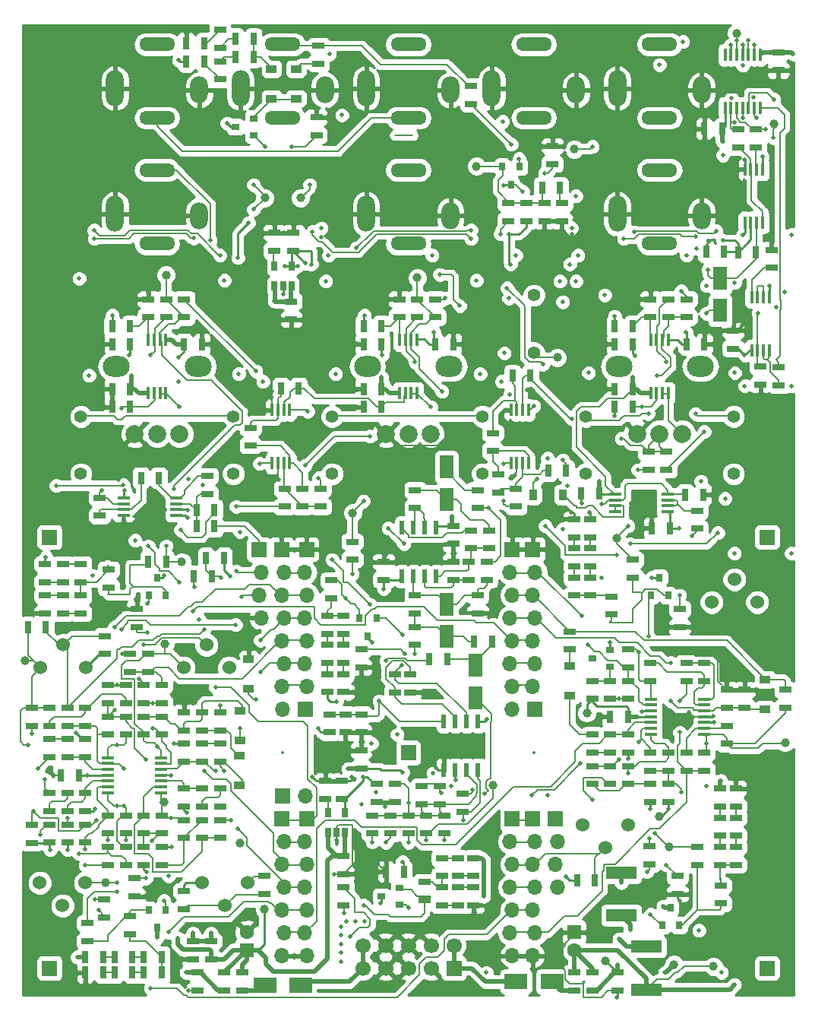
<source format=gbr>
G04 #@! TF.GenerationSoftware,KiCad,Pcbnew,(6.0.0-rc1-dev-1122-gbe0935b)*
G04 #@! TF.CreationDate,2018-11-02T12:34:23-07:00*
G04 #@! TF.ProjectId,50_matter2_comp,35305f6d-6174-4746-9572-325f636f6d70,rev?*
G04 #@! TF.SameCoordinates,Original*
G04 #@! TF.FileFunction,Copper,L4,Bot*
G04 #@! TF.FilePolarity,Positive*
%FSLAX46Y46*%
G04 Gerber Fmt 4.6, Leading zero omitted, Abs format (unit mm)*
G04 Created by KiCad (PCBNEW (6.0.0-rc1-dev-1122-gbe0935b)) date Fri Nov  2 12:34:23 2018*
%MOMM*%
%LPD*%
G01*
G04 APERTURE LIST*
G04 #@! TA.AperFunction,ComponentPad*
%ADD10O,4.000000X1.500000*%
G04 #@! TD*
G04 #@! TA.AperFunction,ComponentPad*
%ADD11O,2.000000X3.000000*%
G04 #@! TD*
G04 #@! TA.AperFunction,ComponentPad*
%ADD12O,2.000000X4.000000*%
G04 #@! TD*
G04 #@! TA.AperFunction,ComponentPad*
%ADD13C,1.400000*%
G04 #@! TD*
G04 #@! TA.AperFunction,SMDPad,CuDef*
%ADD14R,0.600000X1.550000*%
G04 #@! TD*
G04 #@! TA.AperFunction,SMDPad,CuDef*
%ADD15R,0.450000X1.450000*%
G04 #@! TD*
G04 #@! TA.AperFunction,SMDPad,CuDef*
%ADD16R,1.400000X0.800000*%
G04 #@! TD*
G04 #@! TA.AperFunction,SMDPad,CuDef*
%ADD17R,0.900000X0.800000*%
G04 #@! TD*
G04 #@! TA.AperFunction,SMDPad,CuDef*
%ADD18R,0.800000X0.900000*%
G04 #@! TD*
G04 #@! TA.AperFunction,SMDPad,CuDef*
%ADD19R,0.800000X1.400000*%
G04 #@! TD*
G04 #@! TA.AperFunction,ComponentPad*
%ADD20R,1.700000X1.700000*%
G04 #@! TD*
G04 #@! TA.AperFunction,ComponentPad*
%ADD21C,1.700000*%
G04 #@! TD*
G04 #@! TA.AperFunction,SMDPad,CuDef*
%ADD22R,0.650000X1.060000*%
G04 #@! TD*
G04 #@! TA.AperFunction,SMDPad,CuDef*
%ADD23R,1.600000X2.600000*%
G04 #@! TD*
G04 #@! TA.AperFunction,ComponentPad*
%ADD24C,1.524000*%
G04 #@! TD*
G04 #@! TA.AperFunction,ComponentPad*
%ADD25R,1.600000X1.600000*%
G04 #@! TD*
G04 #@! TA.AperFunction,ComponentPad*
%ADD26C,1.600000*%
G04 #@! TD*
G04 #@! TA.AperFunction,SMDPad,CuDef*
%ADD27R,2.500000X1.800000*%
G04 #@! TD*
G04 #@! TA.AperFunction,SMDPad,CuDef*
%ADD28R,1.450000X0.450000*%
G04 #@! TD*
G04 #@! TA.AperFunction,SMDPad,CuDef*
%ADD29R,3.500000X1.400000*%
G04 #@! TD*
G04 #@! TA.AperFunction,ComponentPad*
%ADD30C,2.000000*%
G04 #@! TD*
G04 #@! TA.AperFunction,ComponentPad*
%ADD31O,3.000000X2.300000*%
G04 #@! TD*
G04 #@! TA.AperFunction,ComponentPad*
%ADD32O,1.700000X1.700000*%
G04 #@! TD*
G04 #@! TA.AperFunction,BGAPad,CuDef*
%ADD33C,1.000000*%
G04 #@! TD*
G04 #@! TA.AperFunction,SMDPad,CuDef*
%ADD34R,1.200000X0.900000*%
G04 #@! TD*
G04 #@! TA.AperFunction,SMDPad,CuDef*
%ADD35R,0.900000X1.200000*%
G04 #@! TD*
G04 #@! TA.AperFunction,ViaPad*
%ADD36C,0.508000*%
G04 #@! TD*
G04 #@! TA.AperFunction,Conductor*
%ADD37C,0.152400*%
G04 #@! TD*
G04 #@! TA.AperFunction,Conductor*
%ADD38C,0.508000*%
G04 #@! TD*
G04 #@! TA.AperFunction,Conductor*
%ADD39C,0.254000*%
G04 #@! TD*
G04 #@! TA.AperFunction,Conductor*
%ADD40C,0.203200*%
G04 #@! TD*
%ADD41C,0.254000*%
%ADD42O,2.200000X0.500000*%
%ADD43O,0.800000X1.400000*%
%ADD44O,0.800000X2.200000*%
%ADD45C,0.350000*%
%ADD46O,2.000000X1.300000*%
G04 APERTURE END LIST*
D10*
G04 #@! TO.P,J2,2*
G04 #@! TO.N,Net-(J2-Pad2)*
X150000000Y-70300000D03*
G04 #@! TO.P,J2,3*
G04 #@! TO.N,/TRIG2*
X150000000Y-62100000D03*
D11*
G04 #@! TO.P,J2,1*
G04 #@! TO.N,GND*
X154700000Y-67200000D03*
D12*
X145300000Y-67000000D03*
G04 #@! TD*
D10*
G04 #@! TO.P,J9,2*
G04 #@! TO.N,Net-(J9-Pad2)*
X164000000Y-56300000D03*
G04 #@! TO.P,J9,3*
G04 #@! TO.N,/AUDIO_OUT*
X164000000Y-48100000D03*
D11*
G04 #@! TO.P,J9,1*
G04 #@! TO.N,GND*
X168700000Y-53200000D03*
D12*
X159300000Y-53000000D03*
G04 #@! TD*
D10*
G04 #@! TO.P,J3,2*
G04 #@! TO.N,Net-(J3-Pad2)*
X178000000Y-70300000D03*
G04 #@! TO.P,J3,3*
G04 #@! TO.N,/TRIG3*
X178000000Y-62100000D03*
D11*
G04 #@! TO.P,J3,1*
G04 #@! TO.N,GND*
X182700000Y-67200000D03*
D12*
X173300000Y-67000000D03*
G04 #@! TD*
D10*
G04 #@! TO.P,J1,2*
G04 #@! TO.N,Net-(J1-Pad2)*
X122000000Y-70300000D03*
G04 #@! TO.P,J1,3*
G04 #@! TO.N,/TRIG1*
X122000000Y-62100000D03*
D11*
G04 #@! TO.P,J1,1*
G04 #@! TO.N,GND*
X126700000Y-67200000D03*
D12*
X117300000Y-67000000D03*
G04 #@! TD*
D13*
G04 #@! TO.P,R102,2*
G04 #@! TO.N,/Vactrol Pots/M_3*
X141500000Y-95950000D03*
G04 #@! TO.P,R102,1*
G04 #@! TO.N,/TRIG2*
X141500000Y-89550000D03*
G04 #@! TD*
G04 #@! TO.P,R63,2*
G04 #@! TO.N,/Vactrol Pots/L_3*
X113500000Y-95950000D03*
G04 #@! TO.P,R63,1*
G04 #@! TO.N,/TRIG1*
X113500000Y-89550000D03*
G04 #@! TD*
G04 #@! TO.P,R54,2*
G04 #@! TO.N,/TRIG1*
X130500000Y-89550000D03*
G04 #@! TO.P,R54,1*
G04 #@! TO.N,/Vactrol Pots/L_1*
X130500000Y-95950000D03*
G04 #@! TD*
G04 #@! TO.P,R197,2*
G04 #@! TO.N,/Output Vactrol/PCELL_IN1*
X164000000Y-76050000D03*
G04 #@! TO.P,R197,1*
G04 #@! TO.N,/MIX_OUT*
X164000000Y-82450000D03*
G04 #@! TD*
G04 #@! TO.P,R141,2*
G04 #@! TO.N,/Vactrol Pots/R_3*
X169750000Y-95950000D03*
G04 #@! TO.P,R141,1*
G04 #@! TO.N,/TRIG3*
X169750000Y-89550000D03*
G04 #@! TD*
G04 #@! TO.P,R132,2*
G04 #@! TO.N,/TRIG3*
X186250000Y-89550000D03*
G04 #@! TO.P,R132,1*
G04 #@! TO.N,/Vactrol Pots/R_1*
X186250000Y-95950000D03*
G04 #@! TD*
G04 #@! TO.P,R93,2*
G04 #@! TO.N,/TRIG2*
X158250000Y-89550000D03*
G04 #@! TO.P,R93,1*
G04 #@! TO.N,/Vactrol Pots/M_1*
X158250000Y-95950000D03*
G04 #@! TD*
D14*
G04 #@! TO.P,U9,1*
G04 #@! TO.N,Net-(R182-Pad1)*
X153105000Y-107355000D03*
G04 #@! TO.P,U9,2*
G04 #@! TO.N,Net-(R181-Pad1)*
X151835000Y-107355000D03*
G04 #@! TO.P,U9,3*
G04 #@! TO.N,/Mix-Out/Output Gain/IN*
X150565000Y-107355000D03*
G04 #@! TO.P,U9,4*
G04 #@! TO.N,/Mix-Out/-12V_MIX*
X149295000Y-107355000D03*
G04 #@! TO.P,U9,5*
G04 #@! TO.N,Net-(R183-Pad1)*
X149295000Y-101955000D03*
G04 #@! TO.P,U9,6*
G04 #@! TO.N,Net-(R185-Pad2)*
X150565000Y-101955000D03*
G04 #@! TO.P,U9,7*
X151835000Y-101955000D03*
G04 #@! TO.P,U9,8*
G04 #@! TO.N,/Mix-Out/+12V_MIX*
X153105000Y-101955000D03*
G04 #@! TD*
G04 #@! TO.P,U8,1*
G04 #@! TO.N,Net-(C48-Pad2)*
X157755000Y-128900000D03*
G04 #@! TO.P,U8,2*
G04 #@! TO.N,Net-(C45-Pad1)*
X156485000Y-128900000D03*
G04 #@! TO.P,U8,3*
G04 #@! TO.N,+5VA*
X155215000Y-128900000D03*
G04 #@! TO.P,U8,4*
G04 #@! TO.N,GND*
X153945000Y-128900000D03*
G04 #@! TO.P,U8,5*
G04 #@! TO.N,Net-(C50-Pad1)*
X153945000Y-123500000D03*
G04 #@! TO.P,U8,6*
G04 #@! TO.N,Net-(R176-Pad2)*
X155215000Y-123500000D03*
G04 #@! TO.P,U8,7*
G04 #@! TO.N,Net-(R177-Pad1)*
X156485000Y-123500000D03*
G04 #@! TO.P,U8,8*
G04 #@! TO.N,/Mix-Out/+12V_MIX*
X157755000Y-123500000D03*
G04 #@! TD*
D15*
G04 #@! TO.P,U5,1*
G04 #@! TO.N,Net-(RV1-Pad3)*
X122975000Y-86950000D03*
G04 #@! TO.P,U5,2*
X122325000Y-86950000D03*
G04 #@! TO.P,U5,3*
G04 #@! TO.N,/Vactrol Pots/CV1*
X121675000Y-86950000D03*
G04 #@! TO.P,U5,4*
G04 #@! TO.N,-12V*
X121025000Y-86950000D03*
G04 #@! TO.P,U5,5*
G04 #@! TO.N,Net-(R82-Pad1)*
X121025000Y-81050000D03*
G04 #@! TO.P,U5,6*
G04 #@! TO.N,Net-(R81-Pad2)*
X121675000Y-81050000D03*
G04 #@! TO.P,U5,7*
G04 #@! TO.N,/Vactrol Pots/Vactrol Pot L/INV_L*
X122325000Y-81050000D03*
G04 #@! TO.P,U5,8*
G04 #@! TO.N,+12V*
X122975000Y-81050000D03*
G04 #@! TD*
D16*
G04 #@! TO.P,C3,1*
G04 #@! TO.N,+12V*
X136950000Y-76750000D03*
G04 #@! TO.P,C3,2*
G04 #@! TO.N,GND*
X136950000Y-78750000D03*
G04 #@! TD*
G04 #@! TO.P,C4,1*
G04 #@! TO.N,Net-(C4-Pad1)*
X135050000Y-71100000D03*
G04 #@! TO.P,C4,2*
G04 #@! TO.N,GND*
X135050000Y-69100000D03*
G04 #@! TD*
G04 #@! TO.P,C5,1*
G04 #@! TO.N,+5V*
X137200000Y-71100000D03*
G04 #@! TO.P,C5,2*
G04 #@! TO.N,GND*
X137200000Y-69100000D03*
G04 #@! TD*
G04 #@! TO.P,C6,1*
G04 #@! TO.N,+12V*
X142750000Y-138500000D03*
G04 #@! TO.P,C6,2*
G04 #@! TO.N,GND*
X142750000Y-140500000D03*
G04 #@! TD*
G04 #@! TO.P,C7,1*
G04 #@! TO.N,Net-(C7-Pad1)*
X140750000Y-132150000D03*
G04 #@! TO.P,C7,2*
G04 #@! TO.N,GND*
X140750000Y-130150000D03*
G04 #@! TD*
G04 #@! TO.P,C8,1*
G04 #@! TO.N,+5VA*
X142600000Y-132150000D03*
G04 #@! TO.P,C8,2*
G04 #@! TO.N,GND*
X142600000Y-130150000D03*
G04 #@! TD*
G04 #@! TO.P,C9,1*
G04 #@! TO.N,/2*
X110000000Y-131500000D03*
G04 #@! TO.P,C9,2*
G04 #@! TO.N,Net-(C9-Pad2)*
X110000000Y-133500000D03*
G04 #@! TD*
G04 #@! TO.P,C10,1*
G04 #@! TO.N,Net-(C10-Pad1)*
X116500000Y-134000000D03*
G04 #@! TO.P,C10,2*
G04 #@! TO.N,/14*
X116500000Y-136000000D03*
G04 #@! TD*
G04 #@! TO.P,C11,1*
G04 #@! TO.N,Net-(C11-Pad1)*
X112000000Y-135000000D03*
G04 #@! TO.P,C11,2*
G04 #@! TO.N,+5VA*
X112000000Y-137000000D03*
G04 #@! TD*
G04 #@! TO.P,C12,1*
G04 #@! TO.N,/14*
X118500000Y-136000000D03*
G04 #@! TO.P,C12,2*
G04 #@! TO.N,/Mix-Out/47k_IN4*
X118500000Y-134000000D03*
G04 #@! TD*
G04 #@! TO.P,C13,1*
G04 #@! TO.N,/17*
X110000000Y-127500000D03*
G04 #@! TO.P,C13,2*
G04 #@! TO.N,Net-(C13-Pad2)*
X110000000Y-125500000D03*
G04 #@! TD*
G04 #@! TO.P,C14,1*
G04 #@! TO.N,/8*
X116500000Y-125000000D03*
G04 #@! TO.P,C14,2*
G04 #@! TO.N,/13*
X116500000Y-123000000D03*
G04 #@! TD*
G04 #@! TO.P,C15,1*
G04 #@! TO.N,Net-(C15-Pad1)*
X118500000Y-121500000D03*
G04 #@! TO.P,C15,2*
G04 #@! TO.N,+5VA*
X118500000Y-119500000D03*
G04 #@! TD*
G04 #@! TO.P,C16,1*
G04 #@! TO.N,/13*
X118500000Y-123000000D03*
G04 #@! TO.P,C16,2*
G04 #@! TO.N,/Mix-Out/47k_IN1*
X118500000Y-125000000D03*
G04 #@! TD*
G04 #@! TO.P,C17,1*
G04 #@! TO.N,/3*
X129000000Y-128000000D03*
G04 #@! TO.P,C17,2*
G04 #@! TO.N,Net-(C17-Pad2)*
X129000000Y-126000000D03*
G04 #@! TD*
G04 #@! TO.P,C20,1*
G04 #@! TO.N,+5VA*
X119000000Y-116000000D03*
G04 #@! TO.P,C20,2*
G04 #@! TO.N,/4*
X119000000Y-118000000D03*
G04 #@! TD*
G04 #@! TO.P,C21,1*
G04 #@! TO.N,Net-(C19-Pad2)*
X120500000Y-123000000D03*
G04 #@! TO.P,C21,2*
G04 #@! TO.N,/Mix-Out/47k_IN2*
X120500000Y-125000000D03*
G04 #@! TD*
G04 #@! TO.P,C27,1*
G04 #@! TO.N,Net-(C27-Pad1)*
X177000000Y-127000000D03*
G04 #@! TO.P,C27,2*
G04 #@! TO.N,/16*
X177000000Y-129000000D03*
G04 #@! TD*
G04 #@! TO.P,C28,1*
G04 #@! TO.N,Net-(C28-Pad1)*
X177000000Y-130500000D03*
G04 #@! TO.P,C28,2*
G04 #@! TO.N,+5VA*
X177000000Y-132500000D03*
G04 #@! TD*
G04 #@! TO.P,C29,1*
G04 #@! TO.N,/16*
X179000000Y-129000000D03*
G04 #@! TO.P,C29,2*
G04 #@! TO.N,/Mix-Out/47k_IN5*
X179000000Y-127000000D03*
G04 #@! TD*
G04 #@! TO.P,C30,1*
G04 #@! TO.N,Net-(C30-Pad1)*
X172500000Y-119000000D03*
G04 #@! TO.P,C30,2*
G04 #@! TO.N,Net-(C30-Pad2)*
X172500000Y-121000000D03*
G04 #@! TD*
G04 #@! TO.P,C31,1*
G04 #@! TO.N,/12*
X187500000Y-122000000D03*
G04 #@! TO.P,C31,2*
G04 #@! TO.N,GND*
X187500000Y-120000000D03*
G04 #@! TD*
G04 #@! TO.P,C32,1*
G04 #@! TO.N,/Mix-Out/22k_IN1*
X192000000Y-122000000D03*
G04 #@! TO.P,C32,2*
G04 #@! TO.N,/11*
X192000000Y-120000000D03*
G04 #@! TD*
D17*
G04 #@! TO.P,Q1,3*
G04 #@! TO.N,Net-(Q1-Pad3)*
X170500000Y-116500000D03*
G04 #@! TO.P,Q1,1*
G04 #@! TO.N,GND*
X172500000Y-115550000D03*
G04 #@! TO.P,Q1,2*
G04 #@! TO.N,Net-(C30-Pad1)*
X172500000Y-117450000D03*
G04 #@! TD*
D16*
G04 #@! TO.P,R3,1*
G04 #@! TO.N,+12V*
X131500000Y-151500000D03*
G04 #@! TO.P,R3,2*
G04 #@! TO.N,Net-(D1-Pad1)*
X131500000Y-153500000D03*
G04 #@! TD*
G04 #@! TO.P,R4,1*
G04 #@! TO.N,-12V*
X168500000Y-151500000D03*
G04 #@! TO.P,R4,2*
G04 #@! TO.N,Net-(D2-Pad2)*
X168500000Y-153500000D03*
G04 #@! TD*
G04 #@! TO.P,R5,1*
G04 #@! TO.N,/11*
X168000000Y-113500000D03*
G04 #@! TO.P,R5,2*
G04 #@! TO.N,/Instruments/Tom/TRIG_EXT*
X168000000Y-115500000D03*
G04 #@! TD*
G04 #@! TO.P,R6,1*
G04 #@! TO.N,Net-(C9-Pad2)*
X112000000Y-131500000D03*
G04 #@! TO.P,R6,2*
G04 #@! TO.N,Net-(R6-Pad2)*
X112000000Y-133500000D03*
G04 #@! TD*
G04 #@! TO.P,R7,1*
G04 #@! TO.N,+5VA*
X114000000Y-133500000D03*
G04 #@! TO.P,R7,2*
G04 #@! TO.N,Net-(R6-Pad2)*
X114000000Y-131500000D03*
G04 #@! TD*
G04 #@! TO.P,R8,1*
G04 #@! TO.N,Net-(C10-Pad1)*
X114000000Y-137000000D03*
G04 #@! TO.P,R8,2*
G04 #@! TO.N,/5*
X114000000Y-135000000D03*
G04 #@! TD*
G04 #@! TO.P,R9,1*
G04 #@! TO.N,Net-(C10-Pad1)*
X116500000Y-139500000D03*
G04 #@! TO.P,R9,2*
G04 #@! TO.N,Net-(C11-Pad1)*
X116500000Y-137500000D03*
G04 #@! TD*
G04 #@! TO.P,R10,1*
G04 #@! TO.N,+5VA*
X110000000Y-137000000D03*
G04 #@! TO.P,R10,2*
G04 #@! TO.N,/14*
X110000000Y-135000000D03*
G04 #@! TD*
G04 #@! TO.P,R11,1*
G04 #@! TO.N,Net-(C11-Pad1)*
X118500000Y-139500000D03*
G04 #@! TO.P,R11,2*
G04 #@! TO.N,/Mix-Out/47k_IN4*
X118500000Y-137500000D03*
G04 #@! TD*
G04 #@! TO.P,R12,1*
G04 #@! TO.N,Net-(C13-Pad2)*
X112000000Y-125500000D03*
G04 #@! TO.P,R12,2*
G04 #@! TO.N,Net-(R12-Pad2)*
X112000000Y-127500000D03*
G04 #@! TD*
G04 #@! TO.P,R13,1*
G04 #@! TO.N,+5VA*
X114000000Y-125500000D03*
G04 #@! TO.P,R13,2*
G04 #@! TO.N,Net-(R12-Pad2)*
X114000000Y-127500000D03*
G04 #@! TD*
G04 #@! TO.P,R14,1*
G04 #@! TO.N,/8*
X112000000Y-124000000D03*
G04 #@! TO.P,R14,2*
G04 #@! TO.N,/6*
X112000000Y-122000000D03*
G04 #@! TD*
G04 #@! TO.P,R15,1*
G04 #@! TO.N,/8*
X114000000Y-124000000D03*
G04 #@! TO.P,R15,2*
G04 #@! TO.N,Net-(C15-Pad1)*
X114000000Y-122000000D03*
G04 #@! TD*
G04 #@! TO.P,R16,1*
G04 #@! TO.N,+5VA*
X116500000Y-119500000D03*
G04 #@! TO.P,R16,2*
G04 #@! TO.N,/13*
X116500000Y-121500000D03*
G04 #@! TD*
G04 #@! TO.P,R17,1*
G04 #@! TO.N,Net-(C15-Pad1)*
X110000000Y-124000000D03*
G04 #@! TO.P,R17,2*
G04 #@! TO.N,/Mix-Out/47k_IN1*
X110000000Y-122000000D03*
G04 #@! TD*
G04 #@! TO.P,R18,1*
G04 #@! TO.N,Net-(C17-Pad2)*
X127000000Y-126000000D03*
G04 #@! TO.P,R18,2*
G04 #@! TO.N,/7*
X127000000Y-128000000D03*
G04 #@! TD*
G04 #@! TO.P,R19,1*
G04 #@! TO.N,Net-(C18-Pad2)*
X127000000Y-124500000D03*
G04 #@! TO.P,R19,2*
G04 #@! TO.N,Net-(C19-Pad2)*
X127000000Y-122500000D03*
G04 #@! TD*
G04 #@! TO.P,R20,1*
G04 #@! TO.N,+5VA*
X125000000Y-126000000D03*
G04 #@! TO.P,R20,2*
G04 #@! TO.N,/7*
X125000000Y-128000000D03*
G04 #@! TD*
G04 #@! TO.P,R21,1*
G04 #@! TO.N,Net-(C19-Pad1)*
X120500000Y-121500000D03*
G04 #@! TO.P,R21,2*
G04 #@! TO.N,Net-(R21-Pad2)*
X120500000Y-119500000D03*
G04 #@! TD*
G04 #@! TO.P,R22,1*
G04 #@! TO.N,Net-(C19-Pad1)*
X122500000Y-121500000D03*
G04 #@! TO.P,R22,2*
G04 #@! TO.N,/4*
X122500000Y-119500000D03*
G04 #@! TD*
G04 #@! TO.P,R23,1*
G04 #@! TO.N,Net-(C19-Pad2)*
X125000000Y-124500000D03*
G04 #@! TO.P,R23,2*
G04 #@! TO.N,GND*
X125000000Y-122500000D03*
G04 #@! TD*
G04 #@! TO.P,R24,1*
G04 #@! TO.N,/4*
X121000000Y-118000000D03*
G04 #@! TO.P,R24,2*
G04 #@! TO.N,/Mix-Out/47k_IN2*
X121000000Y-116000000D03*
G04 #@! TD*
G04 #@! TO.P,R25,1*
G04 #@! TO.N,Net-(C22-Pad2)*
X127000000Y-133000000D03*
G04 #@! TO.P,R25,2*
G04 #@! TO.N,Net-(R25-Pad2)*
X127000000Y-131000000D03*
G04 #@! TD*
G04 #@! TO.P,R26,1*
G04 #@! TO.N,+5VA*
X125000000Y-133000000D03*
G04 #@! TO.P,R26,2*
G04 #@! TO.N,Net-(R25-Pad2)*
X125000000Y-131000000D03*
G04 #@! TD*
G04 #@! TO.P,R27,1*
G04 #@! TO.N,Net-(C23-Pad1)*
X129000000Y-136500000D03*
G04 #@! TO.P,R27,2*
G04 #@! TO.N,/Instruments/Conga/TRIG3*
X129000000Y-134500000D03*
G04 #@! TD*
G04 #@! TO.P,R28,1*
G04 #@! TO.N,Net-(C23-Pad1)*
X127000000Y-136500000D03*
G04 #@! TO.P,R28,2*
G04 #@! TO.N,Net-(C24-Pad1)*
X127000000Y-134500000D03*
G04 #@! TD*
G04 #@! TO.P,R29,1*
G04 #@! TO.N,+5VA*
X120500000Y-139500000D03*
G04 #@! TO.P,R29,2*
G04 #@! TO.N,/1*
X120500000Y-137500000D03*
G04 #@! TD*
G04 #@! TO.P,R30,1*
G04 #@! TO.N,Net-(C24-Pad1)*
X125000000Y-136500000D03*
G04 #@! TO.P,R30,2*
G04 #@! TO.N,/Mix-Out/47k_IN3*
X125000000Y-134500000D03*
G04 #@! TD*
G04 #@! TO.P,R31,1*
G04 #@! TO.N,Net-(C26-Pad2)*
X172500000Y-127000000D03*
G04 #@! TO.P,R31,2*
G04 #@! TO.N,/9*
X172500000Y-125000000D03*
G04 #@! TD*
G04 #@! TO.P,R32,1*
G04 #@! TO.N,+5VA*
X174500000Y-127000000D03*
G04 #@! TO.P,R32,2*
G04 #@! TO.N,/9*
X174500000Y-125000000D03*
G04 #@! TD*
G04 #@! TO.P,R33,1*
G04 #@! TO.N,Net-(C27-Pad1)*
X172500000Y-128500000D03*
G04 #@! TO.P,R33,2*
G04 #@! TO.N,/15*
X172500000Y-130500000D03*
G04 #@! TD*
G04 #@! TO.P,R34,1*
G04 #@! TO.N,Net-(C27-Pad1)*
X170500000Y-128500000D03*
G04 #@! TO.P,R34,2*
G04 #@! TO.N,Net-(C28-Pad1)*
X170500000Y-130500000D03*
G04 #@! TD*
G04 #@! TO.P,R35,1*
G04 #@! TO.N,+5VA*
X179000000Y-132500000D03*
G04 #@! TO.P,R35,2*
G04 #@! TO.N,/16*
X179000000Y-130500000D03*
G04 #@! TD*
G04 #@! TO.P,R36,1*
G04 #@! TO.N,Net-(C28-Pad1)*
X174500000Y-130500000D03*
G04 #@! TO.P,R36,2*
G04 #@! TO.N,/Mix-Out/47k_IN5*
X174500000Y-128500000D03*
G04 #@! TD*
G04 #@! TO.P,R37,1*
G04 #@! TO.N,Net-(C30-Pad1)*
X170500000Y-119000000D03*
G04 #@! TO.P,R37,2*
G04 #@! TO.N,/Instruments/+12V_INST*
X170500000Y-121000000D03*
G04 #@! TD*
G04 #@! TO.P,R43,1*
G04 #@! TO.N,Net-(R42-Pad2)*
X181000000Y-117000000D03*
G04 #@! TO.P,R43,2*
G04 #@! TO.N,/18*
X181000000Y-119000000D03*
G04 #@! TD*
G04 #@! TO.P,R44,1*
G04 #@! TO.N,/Mix-Out/22k_IN1*
X185500000Y-126000000D03*
G04 #@! TO.P,R44,2*
G04 #@! TO.N,Net-(C34-Pad2)*
X185500000Y-124000000D03*
G04 #@! TD*
G04 #@! TO.P,R45,1*
G04 #@! TO.N,+12V*
X129500000Y-151500000D03*
G04 #@! TO.P,R45,2*
G04 #@! TO.N,/Instruments/+12V_INST*
X129500000Y-153500000D03*
G04 #@! TD*
G04 #@! TO.P,R52,1*
G04 #@! TO.N,Net-(D8-Pad2)*
X125000000Y-76500000D03*
G04 #@! TO.P,R52,2*
G04 #@! TO.N,/Vactrol Pots/Vactrol Pot L/INV_L*
X125000000Y-78500000D03*
G04 #@! TD*
D18*
G04 #@! TO.P,Q4,3*
G04 #@! TO.N,+5V*
X122000000Y-146500000D03*
G04 #@! TO.P,Q4,1*
G04 #@! TO.N,Net-(Q4-Pad1)*
X121050000Y-144500000D03*
G04 #@! TO.P,Q4,2*
G04 #@! TO.N,Net-(D16-Pad2)*
X122950000Y-144500000D03*
G04 #@! TD*
G04 #@! TO.P,Q5,3*
G04 #@! TO.N,+5V*
X122000000Y-107500000D03*
G04 #@! TO.P,Q5,1*
G04 #@! TO.N,Net-(Q5-Pad1)*
X122950000Y-109500000D03*
G04 #@! TO.P,Q5,2*
G04 #@! TO.N,Net-(D19-Pad2)*
X121050000Y-109500000D03*
G04 #@! TD*
D19*
G04 #@! TO.P,R64,1*
G04 #@! TO.N,Net-(R64-Pad1)*
X116000000Y-149750000D03*
G04 #@! TO.P,R64,2*
G04 #@! TO.N,+5V*
X114000000Y-149750000D03*
G04 #@! TD*
G04 #@! TO.P,R65,1*
G04 #@! TO.N,Net-(R65-Pad1)*
X119250000Y-149750000D03*
G04 #@! TO.P,R65,2*
G04 #@! TO.N,Net-(R64-Pad1)*
X117250000Y-149750000D03*
G04 #@! TD*
G04 #@! TO.P,R66,1*
G04 #@! TO.N,Net-(R192-Pad2)*
X122500000Y-149750000D03*
G04 #@! TO.P,R66,2*
G04 #@! TO.N,Net-(R65-Pad1)*
X120500000Y-149750000D03*
G04 #@! TD*
G04 #@! TO.P,R67,1*
G04 #@! TO.N,Net-(R67-Pad1)*
X120500000Y-151500000D03*
G04 #@! TO.P,R67,2*
G04 #@! TO.N,Net-(R192-Pad2)*
X122500000Y-151500000D03*
G04 #@! TD*
G04 #@! TO.P,R68,1*
G04 #@! TO.N,Net-(R68-Pad1)*
X117250000Y-151500000D03*
G04 #@! TO.P,R68,2*
G04 #@! TO.N,Net-(R67-Pad1)*
X119250000Y-151500000D03*
G04 #@! TD*
G04 #@! TO.P,R69,1*
G04 #@! TO.N,GND*
X114000000Y-151500000D03*
G04 #@! TO.P,R69,2*
G04 #@! TO.N,Net-(R68-Pad1)*
X116000000Y-151500000D03*
G04 #@! TD*
D16*
G04 #@! TO.P,R71,1*
G04 #@! TO.N,Net-(D16-Pad1)*
X119500000Y-141000000D03*
G04 #@! TO.P,R71,2*
G04 #@! TO.N,GND*
X119500000Y-143000000D03*
G04 #@! TD*
G04 #@! TO.P,R72,1*
G04 #@! TO.N,Net-(R72-Pad1)*
X109500000Y-108000000D03*
G04 #@! TO.P,R72,2*
G04 #@! TO.N,+5V*
X109500000Y-106000000D03*
G04 #@! TD*
G04 #@! TO.P,R73,1*
G04 #@! TO.N,Net-(R73-Pad1)*
X111500000Y-106000000D03*
G04 #@! TO.P,R73,2*
G04 #@! TO.N,Net-(R72-Pad1)*
X111500000Y-108000000D03*
G04 #@! TD*
G04 #@! TO.P,R74,1*
G04 #@! TO.N,Net-(R194-Pad2)*
X113500000Y-108000000D03*
G04 #@! TO.P,R74,2*
G04 #@! TO.N,Net-(R73-Pad1)*
X113500000Y-106000000D03*
G04 #@! TD*
G04 #@! TO.P,R75,1*
G04 #@! TO.N,Net-(R75-Pad1)*
X113500000Y-111500000D03*
G04 #@! TO.P,R75,2*
G04 #@! TO.N,Net-(R194-Pad2)*
X113500000Y-109500000D03*
G04 #@! TD*
G04 #@! TO.P,R76,1*
G04 #@! TO.N,Net-(R76-Pad1)*
X111500000Y-109500000D03*
G04 #@! TO.P,R76,2*
G04 #@! TO.N,Net-(R75-Pad1)*
X111500000Y-111500000D03*
G04 #@! TD*
D19*
G04 #@! TO.P,R78,1*
G04 #@! TO.N,Net-(Q5-Pad1)*
X121000000Y-105750000D03*
G04 #@! TO.P,R78,2*
G04 #@! TO.N,/Vactrol Pots/Vactrol Pot L/NON_L*
X123000000Y-105750000D03*
G04 #@! TD*
D16*
G04 #@! TO.P,R79,1*
G04 #@! TO.N,Net-(D19-Pad1)*
X119750000Y-113000000D03*
G04 #@! TO.P,R79,2*
G04 #@! TO.N,GND*
X119750000Y-111000000D03*
G04 #@! TD*
D19*
G04 #@! TO.P,R80,1*
G04 #@! TO.N,/Vactrol Pots/CV1*
X119000000Y-88500000D03*
G04 #@! TO.P,R80,2*
G04 #@! TO.N,GND*
X117000000Y-88500000D03*
G04 #@! TD*
G04 #@! TO.P,R82,1*
G04 #@! TO.N,Net-(R82-Pad1)*
X119000000Y-79500000D03*
G04 #@! TO.P,R82,2*
G04 #@! TO.N,+5V*
X117000000Y-79500000D03*
G04 #@! TD*
D16*
G04 #@! TO.P,R83,1*
G04 #@! TO.N,Net-(R82-Pad1)*
X121000000Y-78500000D03*
G04 #@! TO.P,R83,2*
G04 #@! TO.N,GND*
X121000000Y-76500000D03*
G04 #@! TD*
G04 #@! TO.P,R91,1*
G04 #@! TO.N,Net-(D20-Pad2)*
X153000000Y-76500000D03*
G04 #@! TO.P,R91,2*
G04 #@! TO.N,/Vactrol Pots/Vactrol Pot M/INV_M*
X153000000Y-78500000D03*
G04 #@! TD*
G04 #@! TO.P,R103,1*
G04 #@! TO.N,Net-(R103-Pad1)*
X157250000Y-140750000D03*
G04 #@! TO.P,R103,2*
G04 #@! TO.N,+5V*
X157250000Y-138750000D03*
G04 #@! TD*
G04 #@! TO.P,R105,1*
G04 #@! TO.N,Net-(R105-Pad1)*
X153750000Y-140750000D03*
G04 #@! TO.P,R105,2*
G04 #@! TO.N,Net-(R104-Pad1)*
X153750000Y-138750000D03*
G04 #@! TD*
G04 #@! TO.P,R106,1*
G04 #@! TO.N,Net-(R106-Pad1)*
X153750000Y-144000000D03*
G04 #@! TO.P,R106,2*
G04 #@! TO.N,Net-(R105-Pad1)*
X153750000Y-142000000D03*
G04 #@! TD*
G04 #@! TO.P,R108,1*
G04 #@! TO.N,GND*
X157250000Y-144000000D03*
G04 #@! TO.P,R108,2*
G04 #@! TO.N,Net-(R107-Pad1)*
X157250000Y-142000000D03*
G04 #@! TD*
G04 #@! TO.P,R109,1*
G04 #@! TO.N,Net-(Q8-Pad1)*
X142750000Y-144000000D03*
G04 #@! TO.P,R109,2*
G04 #@! TO.N,/Vactrol Pots/Vactrol Pot M/INV_M*
X142750000Y-142000000D03*
G04 #@! TD*
D19*
G04 #@! TO.P,R110,1*
G04 #@! TO.N,Net-(D28-Pad1)*
X149500000Y-140250000D03*
G04 #@! TO.P,R110,2*
G04 #@! TO.N,GND*
X147500000Y-140250000D03*
G04 #@! TD*
D16*
G04 #@! TO.P,R111,1*
G04 #@! TO.N,Net-(R111-Pad1)*
X141000000Y-118250000D03*
G04 #@! TO.P,R111,2*
G04 #@! TO.N,+5V*
X141000000Y-120250000D03*
G04 #@! TD*
G04 #@! TO.P,R112,1*
G04 #@! TO.N,Net-(R112-Pad1)*
X141000000Y-115000000D03*
G04 #@! TO.P,R112,2*
G04 #@! TO.N,Net-(R111-Pad1)*
X141000000Y-117000000D03*
G04 #@! TD*
G04 #@! TO.P,R38,1*
G04 #@! TO.N,Net-(C30-Pad2)*
X174500000Y-121000000D03*
G04 #@! TO.P,R38,2*
G04 #@! TO.N,/10*
X174500000Y-119000000D03*
G04 #@! TD*
G04 #@! TO.P,R39,1*
G04 #@! TO.N,/10*
X174500000Y-117500000D03*
G04 #@! TO.P,R39,2*
G04 #@! TO.N,Net-(R39-Pad2)*
X174500000Y-115500000D03*
G04 #@! TD*
G04 #@! TO.P,C33,1*
G04 #@! TO.N,/18*
X183000000Y-129000000D03*
G04 #@! TO.P,C33,2*
G04 #@! TO.N,/Mix-Out/22k_IN1*
X183000000Y-127000000D03*
G04 #@! TD*
G04 #@! TO.P,C34,1*
G04 #@! TO.N,/18*
X181000000Y-129000000D03*
G04 #@! TO.P,C34,2*
G04 #@! TO.N,Net-(C34-Pad2)*
X181000000Y-127000000D03*
G04 #@! TD*
G04 #@! TO.P,C35,1*
G04 #@! TO.N,/Instruments/+12V_INST*
X126500000Y-151500000D03*
G04 #@! TO.P,C35,2*
G04 #@! TO.N,GND*
X126500000Y-153500000D03*
G04 #@! TD*
D19*
G04 #@! TO.P,C36,1*
G04 #@! TO.N,+12V*
X125000000Y-81500000D03*
G04 #@! TO.P,C36,2*
G04 #@! TO.N,GND*
X127000000Y-81500000D03*
G04 #@! TD*
G04 #@! TO.P,C37,1*
G04 #@! TO.N,-12V*
X119000000Y-86500000D03*
G04 #@! TO.P,C37,2*
G04 #@! TO.N,GND*
X117000000Y-86500000D03*
G04 #@! TD*
G04 #@! TO.P,C38,1*
G04 #@! TO.N,+5V*
X119000000Y-81500000D03*
G04 #@! TO.P,C38,2*
G04 #@! TO.N,GND*
X117000000Y-81500000D03*
G04 #@! TD*
G04 #@! TO.P,C39,1*
G04 #@! TO.N,+12V*
X153000000Y-81500000D03*
G04 #@! TO.P,C39,2*
G04 #@! TO.N,GND*
X155000000Y-81500000D03*
G04 #@! TD*
G04 #@! TO.P,C40,1*
G04 #@! TO.N,-12V*
X147000000Y-86500000D03*
G04 #@! TO.P,C40,2*
G04 #@! TO.N,GND*
X145000000Y-86500000D03*
G04 #@! TD*
G04 #@! TO.P,C41,1*
G04 #@! TO.N,+5V*
X147000000Y-81500000D03*
G04 #@! TO.P,C41,2*
G04 #@! TO.N,GND*
X145000000Y-81500000D03*
G04 #@! TD*
G04 #@! TO.P,C42,1*
G04 #@! TO.N,+12V*
X181000000Y-81500000D03*
G04 #@! TO.P,C42,2*
G04 #@! TO.N,GND*
X183000000Y-81500000D03*
G04 #@! TD*
G04 #@! TO.P,C43,1*
G04 #@! TO.N,-12V*
X175000000Y-86500000D03*
G04 #@! TO.P,C43,2*
G04 #@! TO.N,GND*
X173000000Y-86500000D03*
G04 #@! TD*
G04 #@! TO.P,C44,1*
G04 #@! TO.N,+5V*
X175000000Y-81500000D03*
G04 #@! TO.P,C44,2*
G04 #@! TO.N,GND*
X173000000Y-81500000D03*
G04 #@! TD*
D16*
G04 #@! TO.P,C45,1*
G04 #@! TO.N,Net-(C45-Pad1)*
X148500000Y-130500000D03*
G04 #@! TO.P,C45,2*
G04 #@! TO.N,GND*
X148500000Y-132500000D03*
G04 #@! TD*
G04 #@! TO.P,C46,1*
G04 #@! TO.N,+5VA*
X146500000Y-130500000D03*
G04 #@! TO.P,C46,2*
G04 #@! TO.N,GND*
X146500000Y-132500000D03*
G04 #@! TD*
G04 #@! TO.P,R114,1*
G04 #@! TO.N,Net-(R114-Pad1)*
X142750000Y-113750000D03*
G04 #@! TO.P,R114,2*
G04 #@! TO.N,Net-(R113-Pad1)*
X142750000Y-111750000D03*
G04 #@! TD*
G04 #@! TO.P,R115,1*
G04 #@! TO.N,Net-(R115-Pad1)*
X142750000Y-117000000D03*
G04 #@! TO.P,R115,2*
G04 #@! TO.N,Net-(R114-Pad1)*
X142750000Y-115000000D03*
G04 #@! TD*
G04 #@! TO.P,R117,1*
G04 #@! TO.N,Net-(Q9-Pad1)*
X143750000Y-105500000D03*
G04 #@! TO.P,R117,2*
G04 #@! TO.N,/Vactrol Pots/Vactrol Pot M/NON_M*
X143750000Y-103500000D03*
G04 #@! TD*
G04 #@! TO.P,R118,1*
G04 #@! TO.N,Net-(D31-Pad1)*
X144750000Y-115500000D03*
G04 #@! TO.P,R118,2*
G04 #@! TO.N,GND*
X144750000Y-117500000D03*
G04 #@! TD*
D19*
G04 #@! TO.P,R119,1*
G04 #@! TO.N,/Vactrol Pots/CV2*
X147000000Y-88500000D03*
G04 #@! TO.P,R119,2*
G04 #@! TO.N,GND*
X145000000Y-88500000D03*
G04 #@! TD*
G04 #@! TO.P,R121,1*
G04 #@! TO.N,Net-(R121-Pad1)*
X147000000Y-79500000D03*
G04 #@! TO.P,R121,2*
G04 #@! TO.N,+5V*
X145000000Y-79500000D03*
G04 #@! TD*
D16*
G04 #@! TO.P,C22,1*
G04 #@! TO.N,/Instruments/Conga/TRIG+*
X129000000Y-133000000D03*
G04 #@! TO.P,C22,2*
G04 #@! TO.N,Net-(C22-Pad2)*
X129000000Y-131000000D03*
G04 #@! TD*
G04 #@! TO.P,C23,1*
G04 #@! TO.N,Net-(C23-Pad1)*
X120500000Y-134000000D03*
G04 #@! TO.P,C23,2*
G04 #@! TO.N,/1*
X120500000Y-136000000D03*
G04 #@! TD*
G04 #@! TO.P,C24,1*
G04 #@! TO.N,Net-(C24-Pad1)*
X122500000Y-139500000D03*
G04 #@! TO.P,C24,2*
G04 #@! TO.N,+5VA*
X122500000Y-137500000D03*
G04 #@! TD*
G04 #@! TO.P,C25,1*
G04 #@! TO.N,/1*
X122500000Y-136000000D03*
G04 #@! TO.P,C25,2*
G04 #@! TO.N,/Mix-Out/47k_IN3*
X122500000Y-134000000D03*
G04 #@! TD*
G04 #@! TO.P,C26,1*
G04 #@! TO.N,/Instruments/Tom/TRIG+*
X170500000Y-125000000D03*
G04 #@! TO.P,C26,2*
G04 #@! TO.N,Net-(C26-Pad2)*
X170500000Y-127000000D03*
G04 #@! TD*
D20*
G04 #@! TO.P,J8,1*
G04 #@! TO.N,Net-(D2-Pad1)*
X155080000Y-151000000D03*
D21*
G04 #@! TO.P,J8,2*
X155080000Y-148460000D03*
G04 #@! TO.P,J8,3*
G04 #@! TO.N,GND*
X152540000Y-151000000D03*
G04 #@! TO.P,J8,4*
X152540000Y-148460000D03*
G04 #@! TO.P,J8,5*
X150000000Y-151000000D03*
G04 #@! TO.P,J8,6*
X150000000Y-148460000D03*
G04 #@! TO.P,J8,7*
X147460000Y-151000000D03*
G04 #@! TO.P,J8,8*
X147460000Y-148460000D03*
G04 #@! TO.P,J8,9*
G04 #@! TO.N,Net-(D1-Pad2)*
X144920000Y-151000000D03*
G04 #@! TO.P,J8,10*
X144920000Y-148460000D03*
G04 #@! TD*
D16*
G04 #@! TO.P,R40,1*
G04 #@! TO.N,Net-(R39-Pad2)*
X177000000Y-119000000D03*
G04 #@! TO.P,R40,2*
G04 #@! TO.N,Net-(R40-Pad2)*
X177000000Y-117000000D03*
G04 #@! TD*
G04 #@! TO.P,R41,1*
G04 #@! TO.N,/12*
X185500000Y-122000000D03*
G04 #@! TO.P,R41,2*
G04 #@! TO.N,GND*
X185500000Y-120000000D03*
G04 #@! TD*
G04 #@! TO.P,R42,1*
G04 #@! TO.N,Net-(R40-Pad2)*
X183000000Y-119000000D03*
G04 #@! TO.P,R42,2*
G04 #@! TO.N,Net-(R42-Pad2)*
X183000000Y-117000000D03*
G04 #@! TD*
G04 #@! TO.P,R77,1*
G04 #@! TO.N,GND*
X109500000Y-111500000D03*
G04 #@! TO.P,R77,2*
G04 #@! TO.N,Net-(R76-Pad1)*
X109500000Y-109500000D03*
G04 #@! TD*
G04 #@! TO.P,R104,1*
G04 #@! TO.N,Net-(R104-Pad1)*
X155500000Y-138750000D03*
G04 #@! TO.P,R104,2*
G04 #@! TO.N,Net-(R103-Pad1)*
X155500000Y-140750000D03*
G04 #@! TD*
G04 #@! TO.P,R113,1*
G04 #@! TO.N,Net-(R113-Pad1)*
X141000000Y-111750000D03*
G04 #@! TO.P,R113,2*
G04 #@! TO.N,Net-(R112-Pad1)*
X141000000Y-113750000D03*
G04 #@! TD*
D22*
G04 #@! TO.P,U2,1*
G04 #@! TO.N,+12V*
X142950000Y-135850000D03*
G04 #@! TO.P,U2,2*
G04 #@! TO.N,GND*
X142000000Y-135850000D03*
G04 #@! TO.P,U2,3*
G04 #@! TO.N,+12V*
X141050000Y-135850000D03*
G04 #@! TO.P,U2,4*
G04 #@! TO.N,Net-(C7-Pad1)*
X141050000Y-133650000D03*
G04 #@! TO.P,U2,5*
G04 #@! TO.N,+5VA*
X142950000Y-133650000D03*
G04 #@! TD*
D16*
G04 #@! TO.P,C47,1*
G04 #@! TO.N,/Mix-Out/+12V_MIX*
X144750000Y-128750000D03*
G04 #@! TO.P,C47,2*
G04 #@! TO.N,GND*
X144750000Y-126750000D03*
G04 #@! TD*
G04 #@! TO.P,C48,1*
G04 #@! TO.N,Net-(C45-Pad1)*
X151500000Y-132750000D03*
G04 #@! TO.P,C48,2*
G04 #@! TO.N,Net-(C48-Pad2)*
X151500000Y-130750000D03*
G04 #@! TD*
D23*
G04 #@! TO.P,C49,1*
G04 #@! TO.N,Net-(C49-Pad1)*
X157500000Y-120900000D03*
G04 #@! TO.P,C49,2*
G04 #@! TO.N,Net-(C49-Pad2)*
X157500000Y-117300000D03*
G04 #@! TD*
D16*
G04 #@! TO.P,C50,1*
G04 #@! TO.N,Net-(C50-Pad1)*
X144750000Y-122750000D03*
G04 #@! TO.P,C50,2*
G04 #@! TO.N,GND*
X144750000Y-124750000D03*
G04 #@! TD*
D23*
G04 #@! TO.P,C51,1*
G04 #@! TO.N,Net-(C51-Pad1)*
X154250000Y-114050000D03*
G04 #@! TO.P,C51,2*
G04 #@! TO.N,/Mix-Out/Output Gain/IN*
X154250000Y-110450000D03*
G04 #@! TD*
D16*
G04 #@! TO.P,C52,1*
G04 #@! TO.N,GND*
X155000000Y-103750000D03*
G04 #@! TO.P,C52,2*
G04 #@! TO.N,/Mix-Out/+12V_MIX*
X155000000Y-101750000D03*
G04 #@! TD*
G04 #@! TO.P,C53,1*
G04 #@! TO.N,GND*
X147250000Y-105750000D03*
G04 #@! TO.P,C53,2*
G04 #@! TO.N,/Mix-Out/-12V_MIX*
X147250000Y-107750000D03*
G04 #@! TD*
D23*
G04 #@! TO.P,C54,1*
G04 #@! TO.N,Net-(C54-Pad1)*
X154250000Y-98800000D03*
G04 #@! TO.P,C54,2*
G04 #@! TO.N,Net-(C54-Pad2)*
X154250000Y-95200000D03*
G04 #@! TD*
D16*
G04 #@! TO.P,C55,1*
G04 #@! TO.N,/Mix-Out/+12V_MIX*
X126000000Y-148000000D03*
G04 #@! TO.P,C55,2*
G04 #@! TO.N,GND*
X126000000Y-150000000D03*
G04 #@! TD*
G04 #@! TO.P,C56,1*
G04 #@! TO.N,/Mix-Out/-12V_MIX*
X173300000Y-151500000D03*
G04 #@! TO.P,C56,2*
G04 #@! TO.N,GND*
X173300000Y-153500000D03*
G04 #@! TD*
D17*
G04 #@! TO.P,Q8,3*
G04 #@! TO.N,+5V*
X147000000Y-143000000D03*
G04 #@! TO.P,Q8,1*
G04 #@! TO.N,Net-(Q8-Pad1)*
X149000000Y-142050000D03*
G04 #@! TO.P,Q8,2*
G04 #@! TO.N,Net-(D28-Pad2)*
X149000000Y-143950000D03*
G04 #@! TD*
D18*
G04 #@! TO.P,Q9,3*
G04 #@! TO.N,+5V*
X145500000Y-114000000D03*
G04 #@! TO.P,Q9,1*
G04 #@! TO.N,Net-(Q9-Pad1)*
X144550000Y-112000000D03*
G04 #@! TO.P,Q9,2*
G04 #@! TO.N,Net-(D31-Pad2)*
X146450000Y-112000000D03*
G04 #@! TD*
G04 #@! TO.P,Q12,3*
G04 #@! TO.N,+5V*
X179250000Y-144250000D03*
G04 #@! TO.P,Q12,1*
G04 #@! TO.N,Net-(Q12-Pad1)*
X180200000Y-146250000D03*
G04 #@! TO.P,Q12,2*
G04 #@! TO.N,Net-(D40-Pad2)*
X178300000Y-146250000D03*
G04 #@! TD*
G04 #@! TO.P,Q13,3*
G04 #@! TO.N,+5V*
X178000000Y-107500000D03*
G04 #@! TO.P,Q13,1*
G04 #@! TO.N,Net-(Q13-Pad1)*
X178950000Y-109500000D03*
G04 #@! TO.P,Q13,2*
G04 #@! TO.N,Net-(D43-Pad2)*
X177050000Y-109500000D03*
G04 #@! TD*
D16*
G04 #@! TO.P,R122,1*
G04 #@! TO.N,Net-(R121-Pad1)*
X149000000Y-78500000D03*
G04 #@! TO.P,R122,2*
G04 #@! TO.N,GND*
X149000000Y-76500000D03*
G04 #@! TD*
G04 #@! TO.P,R123,1*
G04 #@! TO.N,Net-(R120-Pad2)*
X151000000Y-78500000D03*
G04 #@! TO.P,R123,2*
G04 #@! TO.N,/Vactrol Pots/Vactrol Pot M/INV_M*
X151000000Y-76500000D03*
G04 #@! TD*
G04 #@! TO.P,R130,1*
G04 #@! TO.N,Net-(D32-Pad2)*
X181000000Y-76500000D03*
G04 #@! TO.P,R130,2*
G04 #@! TO.N,/Vactrol Pots/Vactrol Pot R/INV_R*
X181000000Y-78500000D03*
G04 #@! TD*
G04 #@! TO.P,R139,1*
G04 #@! TO.N,Net-(D35-Pad2)*
X176750000Y-95500000D03*
G04 #@! TO.P,R139,2*
G04 #@! TO.N,/Vactrol Pots/Vactrol Pot R/NON_R*
X176750000Y-93500000D03*
G04 #@! TD*
G04 #@! TO.P,R142,1*
G04 #@! TO.N,Net-(R142-Pad1)*
X184750000Y-133000000D03*
G04 #@! TO.P,R142,2*
G04 #@! TO.N,+5V*
X184750000Y-131000000D03*
G04 #@! TD*
G04 #@! TO.P,R143,1*
G04 #@! TO.N,Net-(R143-Pad1)*
X184750000Y-136250000D03*
G04 #@! TO.P,R143,2*
G04 #@! TO.N,Net-(R142-Pad1)*
X184750000Y-134250000D03*
G04 #@! TD*
G04 #@! TO.P,R144,1*
G04 #@! TO.N,Net-(R144-Pad1)*
X184750000Y-139500000D03*
G04 #@! TO.P,R144,2*
G04 #@! TO.N,Net-(R143-Pad1)*
X184750000Y-137500000D03*
G04 #@! TD*
G04 #@! TO.P,R145,1*
G04 #@! TO.N,Net-(R145-Pad1)*
X186500000Y-137500000D03*
G04 #@! TO.P,R145,2*
G04 #@! TO.N,Net-(R144-Pad1)*
X186500000Y-139500000D03*
G04 #@! TD*
G04 #@! TO.P,R146,1*
G04 #@! TO.N,Net-(R146-Pad1)*
X186500000Y-134250000D03*
G04 #@! TO.P,R146,2*
G04 #@! TO.N,Net-(R145-Pad1)*
X186500000Y-136250000D03*
G04 #@! TD*
G04 #@! TO.P,R147,1*
G04 #@! TO.N,GND*
X186500000Y-131000000D03*
G04 #@! TO.P,R147,2*
G04 #@! TO.N,Net-(R146-Pad1)*
X186500000Y-133000000D03*
G04 #@! TD*
G04 #@! TO.P,R148,1*
G04 #@! TO.N,Net-(Q12-Pad1)*
X182250000Y-139500000D03*
G04 #@! TO.P,R148,2*
G04 #@! TO.N,/Vactrol Pots/Vactrol Pot R/INV_R*
X182250000Y-137500000D03*
G04 #@! TD*
G04 #@! TO.P,R149,1*
G04 #@! TO.N,Net-(D40-Pad1)*
X180000000Y-140750000D03*
G04 #@! TO.P,R149,2*
G04 #@! TO.N,GND*
X180000000Y-142750000D03*
G04 #@! TD*
G04 #@! TO.P,R150,1*
G04 #@! TO.N,Net-(R150-Pad1)*
X170250000Y-103000000D03*
G04 #@! TO.P,R150,2*
G04 #@! TO.N,+5V*
X170250000Y-101000000D03*
G04 #@! TD*
G04 #@! TO.P,R151,1*
G04 #@! TO.N,Net-(R151-Pad1)*
X170250000Y-106250000D03*
G04 #@! TO.P,R151,2*
G04 #@! TO.N,Net-(R150-Pad1)*
X170250000Y-104250000D03*
G04 #@! TD*
G04 #@! TO.P,R152,1*
G04 #@! TO.N,Net-(R152-Pad1)*
X170250000Y-109500000D03*
G04 #@! TO.P,R152,2*
G04 #@! TO.N,Net-(R151-Pad1)*
X170250000Y-107500000D03*
G04 #@! TD*
G04 #@! TO.P,R153,1*
G04 #@! TO.N,Net-(R153-Pad1)*
X168500000Y-107500000D03*
G04 #@! TO.P,R153,2*
G04 #@! TO.N,Net-(R152-Pad1)*
X168500000Y-109500000D03*
G04 #@! TD*
G04 #@! TO.P,R154,1*
G04 #@! TO.N,Net-(R154-Pad1)*
X168500000Y-104250000D03*
G04 #@! TO.P,R154,2*
G04 #@! TO.N,Net-(R153-Pad1)*
X168500000Y-106250000D03*
G04 #@! TD*
G04 #@! TO.P,R155,1*
G04 #@! TO.N,GND*
X168500000Y-101000000D03*
G04 #@! TO.P,R155,2*
G04 #@! TO.N,Net-(R154-Pad1)*
X168500000Y-103000000D03*
G04 #@! TD*
G04 #@! TO.P,R156,1*
G04 #@! TO.N,Net-(Q13-Pad1)*
X175000000Y-107500000D03*
G04 #@! TO.P,R156,2*
G04 #@! TO.N,/Vactrol Pots/Vactrol Pot R/NON_R*
X175000000Y-105500000D03*
G04 #@! TD*
G04 #@! TO.P,R157,1*
G04 #@! TO.N,Net-(D43-Pad1)*
X180250000Y-111000000D03*
G04 #@! TO.P,R157,2*
G04 #@! TO.N,GND*
X180250000Y-113000000D03*
G04 #@! TD*
D19*
G04 #@! TO.P,R158,1*
G04 #@! TO.N,/Vactrol Pots/CV3*
X175000000Y-88500000D03*
G04 #@! TO.P,R158,2*
G04 #@! TO.N,GND*
X173000000Y-88500000D03*
G04 #@! TD*
D16*
G04 #@! TO.P,R159,1*
G04 #@! TO.N,/Vactrol Pots/Vactrol Pot R/NON_R*
X178750000Y-93500000D03*
G04 #@! TO.P,R159,2*
G04 #@! TO.N,Net-(R159-Pad2)*
X178750000Y-95500000D03*
G04 #@! TD*
D19*
G04 #@! TO.P,R160,1*
G04 #@! TO.N,Net-(R160-Pad1)*
X175000000Y-79500000D03*
G04 #@! TO.P,R160,2*
G04 #@! TO.N,+5V*
X173000000Y-79500000D03*
G04 #@! TD*
D16*
G04 #@! TO.P,R161,1*
G04 #@! TO.N,Net-(R160-Pad1)*
X177000000Y-78500000D03*
G04 #@! TO.P,R161,2*
G04 #@! TO.N,GND*
X177000000Y-76500000D03*
G04 #@! TD*
G04 #@! TO.P,R162,1*
G04 #@! TO.N,Net-(R159-Pad2)*
X179000000Y-76500000D03*
G04 #@! TO.P,R162,2*
G04 #@! TO.N,/Vactrol Pots/Vactrol Pot R/INV_R*
X179000000Y-78500000D03*
G04 #@! TD*
G04 #@! TO.P,R163,1*
G04 #@! TO.N,/Mix-Out/Output Gain/IN*
X158750000Y-107750000D03*
G04 #@! TO.P,R163,2*
G04 #@! TO.N,/MIX_OUT*
X158750000Y-105750000D03*
G04 #@! TD*
G04 #@! TO.P,R164,1*
G04 #@! TO.N,/Mix-Out/47k_IN1*
X108000000Y-122000000D03*
G04 #@! TO.P,R164,2*
G04 #@! TO.N,Net-(C45-Pad1)*
X108000000Y-124000000D03*
G04 #@! TD*
G04 #@! TO.P,R165,1*
G04 #@! TO.N,/Mix-Out/47k_IN2*
X146000000Y-136000000D03*
G04 #@! TO.P,R165,2*
G04 #@! TO.N,Net-(C45-Pad1)*
X146000000Y-134000000D03*
G04 #@! TD*
G04 #@! TO.P,R166,1*
G04 #@! TO.N,/Mix-Out/47k_IN3*
X148000000Y-136000000D03*
G04 #@! TO.P,R166,2*
G04 #@! TO.N,Net-(C45-Pad1)*
X148000000Y-134000000D03*
G04 #@! TD*
G04 #@! TO.P,R167,1*
G04 #@! TO.N,/Mix-Out/47k_IN4*
X150000000Y-136000000D03*
G04 #@! TO.P,R167,2*
G04 #@! TO.N,Net-(C45-Pad1)*
X150000000Y-134000000D03*
G04 #@! TD*
G04 #@! TO.P,R168,1*
G04 #@! TO.N,/Mix-Out/47k_IN5*
X152000000Y-136000000D03*
G04 #@! TO.P,R168,2*
G04 #@! TO.N,Net-(C45-Pad1)*
X152000000Y-134000000D03*
G04 #@! TD*
G04 #@! TO.P,R169,1*
G04 #@! TO.N,/Mix-Out/22k_IN1*
X154000000Y-136000000D03*
G04 #@! TO.P,R169,2*
G04 #@! TO.N,Net-(C45-Pad1)*
X154000000Y-134000000D03*
G04 #@! TD*
G04 #@! TO.P,R170,1*
G04 #@! TO.N,Net-(C45-Pad1)*
X153500000Y-132750000D03*
G04 #@! TO.P,R170,2*
G04 #@! TO.N,Net-(C48-Pad2)*
X153500000Y-130750000D03*
G04 #@! TD*
G04 #@! TO.P,R171,1*
G04 #@! TO.N,Net-(C48-Pad2)*
X156050000Y-133600000D03*
G04 #@! TO.P,R171,2*
G04 #@! TO.N,Net-(C49-Pad1)*
X156050000Y-131600000D03*
G04 #@! TD*
D19*
G04 #@! TO.P,R172,1*
G04 #@! TO.N,Net-(C49-Pad2)*
X154350000Y-116600000D03*
G04 #@! TO.P,R172,2*
G04 #@! TO.N,Net-(C50-Pad1)*
X152350000Y-116600000D03*
G04 #@! TD*
D16*
G04 #@! TO.P,R173,1*
G04 #@! TO.N,/Mix-Out/+12V_MIX*
X141250000Y-124750000D03*
G04 #@! TO.P,R173,2*
G04 #@! TO.N,Net-(C50-Pad1)*
X141250000Y-122750000D03*
G04 #@! TD*
G04 #@! TO.P,R174,1*
G04 #@! TO.N,Net-(C50-Pad1)*
X143000000Y-122750000D03*
G04 #@! TO.P,R174,2*
G04 #@! TO.N,GND*
X143000000Y-124750000D03*
G04 #@! TD*
D19*
G04 #@! TO.P,R175,1*
G04 #@! TO.N,Net-(C51-Pad1)*
X157350000Y-114650000D03*
G04 #@! TO.P,R175,2*
G04 #@! TO.N,Net-(C49-Pad2)*
X159350000Y-114650000D03*
G04 #@! TD*
D16*
G04 #@! TO.P,R176,1*
G04 #@! TO.N,GND*
X150200000Y-120300000D03*
G04 #@! TO.P,R176,2*
G04 #@! TO.N,Net-(R176-Pad2)*
X150200000Y-118300000D03*
G04 #@! TD*
G04 #@! TO.P,R177,1*
G04 #@! TO.N,Net-(R177-Pad1)*
X148500000Y-118300000D03*
G04 #@! TO.P,R177,2*
G04 #@! TO.N,Net-(R176-Pad2)*
X148500000Y-120300000D03*
G04 #@! TD*
G04 #@! TO.P,R178,1*
G04 #@! TO.N,Net-(R177-Pad1)*
X150750000Y-115000000D03*
G04 #@! TO.P,R178,2*
G04 #@! TO.N,Net-(C51-Pad1)*
X150750000Y-113000000D03*
G04 #@! TD*
G04 #@! TO.P,R179,1*
G04 #@! TO.N,Net-(C51-Pad1)*
X150750000Y-111500000D03*
G04 #@! TO.P,R179,2*
G04 #@! TO.N,/Mix-Out/Output Gain/IN*
X150750000Y-109500000D03*
G04 #@! TD*
G04 #@! TO.P,R180,1*
G04 #@! TO.N,GND*
X157750000Y-111500000D03*
G04 #@! TO.P,R180,2*
G04 #@! TO.N,/Mix-Out/Output Gain/IN*
X157750000Y-109500000D03*
G04 #@! TD*
G04 #@! TO.P,R181,1*
G04 #@! TO.N,Net-(R181-Pad1)*
X155000000Y-107750000D03*
G04 #@! TO.P,R181,2*
G04 #@! TO.N,GND*
X155000000Y-105750000D03*
G04 #@! TD*
G04 #@! TO.P,R182,1*
G04 #@! TO.N,Net-(R182-Pad1)*
X156750000Y-105750000D03*
G04 #@! TO.P,R182,2*
G04 #@! TO.N,Net-(R181-Pad1)*
X156750000Y-107750000D03*
G04 #@! TD*
G04 #@! TO.P,R183,1*
G04 #@! TO.N,Net-(R183-Pad1)*
X157000000Y-102250000D03*
G04 #@! TO.P,R183,2*
G04 #@! TO.N,Net-(R182-Pad1)*
X157000000Y-104250000D03*
G04 #@! TD*
G04 #@! TO.P,R184,1*
G04 #@! TO.N,Net-(R182-Pad1)*
X159000000Y-104250000D03*
G04 #@! TO.P,R184,2*
G04 #@! TO.N,Net-(C54-Pad1)*
X159000000Y-102250000D03*
G04 #@! TD*
G04 #@! TO.P,R185,1*
G04 #@! TO.N,Net-(C54-Pad1)*
X150750000Y-97750000D03*
G04 #@! TO.P,R185,2*
G04 #@! TO.N,Net-(R185-Pad2)*
X150750000Y-99750000D03*
G04 #@! TD*
G04 #@! TO.P,R186,1*
G04 #@! TO.N,/MIX_OUT*
X157750000Y-99750000D03*
G04 #@! TO.P,R186,2*
G04 #@! TO.N,Net-(C54-Pad2)*
X157750000Y-97750000D03*
G04 #@! TD*
G04 #@! TO.P,R187,1*
G04 #@! TO.N,+12V*
X128000000Y-150000000D03*
G04 #@! TO.P,R187,2*
G04 #@! TO.N,/Mix-Out/+12V_MIX*
X128000000Y-148000000D03*
G04 #@! TD*
G04 #@! TO.P,R188,1*
G04 #@! TO.N,-12V*
X170500000Y-151500000D03*
G04 #@! TO.P,R188,2*
G04 #@! TO.N,/Mix-Out/-12V_MIX*
X170500000Y-153500000D03*
G04 #@! TD*
G04 #@! TO.P,R195,1*
G04 #@! TO.N,Net-(D44-Pad2)*
X157000000Y-54750000D03*
G04 #@! TO.P,R195,2*
G04 #@! TO.N,/VAC_CV*
X157000000Y-52750000D03*
G04 #@! TD*
D24*
G04 #@! TO.P,RT1,2*
G04 #@! TO.N,/5*
X111460000Y-144040000D03*
G04 #@! TO.P,RT1,1*
G04 #@! TO.N,/Mix-Out/47k_IN4*
X114000000Y-141500000D03*
G04 #@! TO.P,RT1,3*
G04 #@! TO.N,+5VA*
X108920000Y-141500000D03*
G04 #@! TD*
G04 #@! TO.P,RT2,2*
G04 #@! TO.N,/6*
X111500000Y-115000000D03*
G04 #@! TO.P,RT2,1*
G04 #@! TO.N,/Mix-Out/47k_IN1*
X108960000Y-117540000D03*
G04 #@! TO.P,RT2,3*
G04 #@! TO.N,+5VA*
X114040000Y-117540000D03*
G04 #@! TD*
G04 #@! TO.P,RT3,2*
G04 #@! TO.N,Net-(R21-Pad2)*
X127500000Y-115000000D03*
G04 #@! TO.P,RT3,1*
G04 #@! TO.N,/Mix-Out/47k_IN2*
X124960000Y-117540000D03*
G04 #@! TO.P,RT3,3*
G04 #@! TO.N,+5VA*
X130040000Y-117540000D03*
G04 #@! TD*
G04 #@! TO.P,RT4,2*
G04 #@! TO.N,/Instruments/Conga/TRIG3*
X129540000Y-144040000D03*
G04 #@! TO.P,RT4,1*
G04 #@! TO.N,/Mix-Out/47k_IN3*
X132080000Y-141500000D03*
G04 #@! TO.P,RT4,3*
G04 #@! TO.N,+5VA*
X127000000Y-141500000D03*
G04 #@! TD*
G04 #@! TO.P,RT5,2*
G04 #@! TO.N,/15*
X171960000Y-137540000D03*
G04 #@! TO.P,RT5,1*
G04 #@! TO.N,/Mix-Out/47k_IN5*
X174500000Y-135000000D03*
G04 #@! TO.P,RT5,3*
G04 #@! TO.N,+5VA*
X169420000Y-135000000D03*
G04 #@! TD*
D25*
G04 #@! TO.P,C1,1*
G04 #@! TO.N,+12V*
X132000000Y-149000000D03*
D26*
G04 #@! TO.P,C1,2*
G04 #@! TO.N,GND*
X132000000Y-147000000D03*
G04 #@! TD*
D25*
G04 #@! TO.P,C2,1*
G04 #@! TO.N,GND*
X168500000Y-147000000D03*
D26*
G04 #@! TO.P,C2,2*
G04 #@! TO.N,-12V*
X168500000Y-149000000D03*
G04 #@! TD*
D16*
G04 #@! TO.P,C18,1*
G04 #@! TO.N,GND*
X129000000Y-122500000D03*
G04 #@! TO.P,C18,2*
G04 #@! TO.N,Net-(C18-Pad2)*
X129000000Y-124500000D03*
G04 #@! TD*
G04 #@! TO.P,C19,1*
G04 #@! TO.N,Net-(C19-Pad1)*
X122500000Y-125000000D03*
G04 #@! TO.P,C19,2*
G04 #@! TO.N,Net-(C19-Pad2)*
X122500000Y-123000000D03*
G04 #@! TD*
D27*
G04 #@! TO.P,D1,1*
G04 #@! TO.N,Net-(D1-Pad1)*
X134000000Y-152900000D03*
G04 #@! TO.P,D1,2*
G04 #@! TO.N,Net-(D1-Pad2)*
X138000000Y-152900000D03*
G04 #@! TD*
G04 #@! TO.P,D2,1*
G04 #@! TO.N,Net-(D2-Pad1)*
X162000000Y-152500000D03*
G04 #@! TO.P,D2,2*
G04 #@! TO.N,Net-(D2-Pad2)*
X166000000Y-152500000D03*
G04 #@! TD*
D16*
G04 #@! TO.P,R70,1*
G04 #@! TO.N,Net-(Q4-Pad1)*
X114250000Y-148000000D03*
G04 #@! TO.P,R70,2*
G04 #@! TO.N,/Vactrol Pots/Vactrol Pot L/INV_L*
X114250000Y-146000000D03*
G04 #@! TD*
G04 #@! TO.P,R84,1*
G04 #@! TO.N,Net-(R81-Pad2)*
X123000000Y-78500000D03*
G04 #@! TO.P,R84,2*
G04 #@! TO.N,/Vactrol Pots/Vactrol Pot L/INV_L*
X123000000Y-76500000D03*
G04 #@! TD*
G04 #@! TO.P,R107,1*
G04 #@! TO.N,Net-(R107-Pad1)*
X155500000Y-142000000D03*
G04 #@! TO.P,R107,2*
G04 #@! TO.N,Net-(R106-Pad1)*
X155500000Y-144000000D03*
G04 #@! TD*
G04 #@! TO.P,R116,1*
G04 #@! TO.N,GND*
X142750000Y-120250000D03*
G04 #@! TO.P,R116,2*
G04 #@! TO.N,Net-(R115-Pad1)*
X142750000Y-118250000D03*
G04 #@! TD*
D22*
G04 #@! TO.P,U1,1*
G04 #@! TO.N,+12V*
X136975000Y-75025000D03*
G04 #@! TO.P,U1,2*
G04 #@! TO.N,GND*
X136025000Y-75025000D03*
G04 #@! TO.P,U1,3*
G04 #@! TO.N,+12V*
X135075000Y-75025000D03*
G04 #@! TO.P,U1,4*
G04 #@! TO.N,Net-(C4-Pad1)*
X135075000Y-72825000D03*
G04 #@! TO.P,U1,5*
G04 #@! TO.N,+5V*
X136975000Y-72825000D03*
G04 #@! TD*
D15*
G04 #@! TO.P,U6,1*
G04 #@! TO.N,Net-(RV2-Pad3)*
X150975000Y-86950000D03*
G04 #@! TO.P,U6,2*
X150325000Y-86950000D03*
G04 #@! TO.P,U6,3*
G04 #@! TO.N,/Vactrol Pots/CV2*
X149675000Y-86950000D03*
G04 #@! TO.P,U6,4*
G04 #@! TO.N,-12V*
X149025000Y-86950000D03*
G04 #@! TO.P,U6,5*
G04 #@! TO.N,Net-(R121-Pad1)*
X149025000Y-81050000D03*
G04 #@! TO.P,U6,6*
G04 #@! TO.N,Net-(R120-Pad2)*
X149675000Y-81050000D03*
G04 #@! TO.P,U6,7*
G04 #@! TO.N,/Vactrol Pots/Vactrol Pot M/INV_M*
X150325000Y-81050000D03*
G04 #@! TO.P,U6,8*
G04 #@! TO.N,+12V*
X150975000Y-81050000D03*
G04 #@! TD*
G04 #@! TO.P,U7,1*
G04 #@! TO.N,Net-(RV3-Pad3)*
X178975000Y-86950000D03*
G04 #@! TO.P,U7,2*
X178325000Y-86950000D03*
G04 #@! TO.P,U7,3*
G04 #@! TO.N,/Vactrol Pots/CV3*
X177675000Y-86950000D03*
G04 #@! TO.P,U7,4*
G04 #@! TO.N,-12V*
X177025000Y-86950000D03*
G04 #@! TO.P,U7,5*
G04 #@! TO.N,Net-(R160-Pad1)*
X177025000Y-81050000D03*
G04 #@! TO.P,U7,6*
G04 #@! TO.N,Net-(R159-Pad2)*
X177675000Y-81050000D03*
G04 #@! TO.P,U7,7*
G04 #@! TO.N,/Vactrol Pots/Vactrol Pot R/INV_R*
X178325000Y-81050000D03*
G04 #@! TO.P,U7,8*
G04 #@! TO.N,+12V*
X178975000Y-81050000D03*
G04 #@! TD*
D28*
G04 #@! TO.P,U3,1*
G04 #@! TO.N,/Mix-Out/47k_IN4*
X116550000Y-131450000D03*
G04 #@! TO.P,U3,2*
G04 #@! TO.N,Net-(C10-Pad1)*
X116550000Y-130800000D03*
G04 #@! TO.P,U3,3*
G04 #@! TO.N,Net-(R6-Pad2)*
X116550000Y-130150000D03*
G04 #@! TO.P,U3,4*
G04 #@! TO.N,/Instruments/+12V_INST*
X116550000Y-129500000D03*
G04 #@! TO.P,U3,5*
G04 #@! TO.N,Net-(R12-Pad2)*
X116550000Y-128850000D03*
G04 #@! TO.P,U3,6*
G04 #@! TO.N,/8*
X116550000Y-128200000D03*
G04 #@! TO.P,U3,7*
G04 #@! TO.N,/Mix-Out/47k_IN1*
X116550000Y-127550000D03*
G04 #@! TO.P,U3,8*
G04 #@! TO.N,/Mix-Out/47k_IN2*
X122450000Y-127550000D03*
G04 #@! TO.P,U3,9*
G04 #@! TO.N,Net-(C19-Pad1)*
X122450000Y-128200000D03*
G04 #@! TO.P,U3,10*
G04 #@! TO.N,/7*
X122450000Y-128850000D03*
G04 #@! TO.P,U3,11*
G04 #@! TO.N,GND*
X122450000Y-129500000D03*
G04 #@! TO.P,U3,12*
G04 #@! TO.N,Net-(R25-Pad2)*
X122450000Y-130150000D03*
G04 #@! TO.P,U3,13*
G04 #@! TO.N,Net-(C23-Pad1)*
X122450000Y-130800000D03*
G04 #@! TO.P,U3,14*
G04 #@! TO.N,/Mix-Out/47k_IN3*
X122450000Y-131450000D03*
G04 #@! TD*
G04 #@! TO.P,U4,1*
G04 #@! TO.N,/Mix-Out/47k_IN5*
X177050000Y-124950000D03*
G04 #@! TO.P,U4,2*
G04 #@! TO.N,Net-(C27-Pad1)*
X177050000Y-124300000D03*
G04 #@! TO.P,U4,3*
G04 #@! TO.N,/9*
X177050000Y-123650000D03*
G04 #@! TO.P,U4,4*
G04 #@! TO.N,/Instruments/+12V_INST*
X177050000Y-123000000D03*
G04 #@! TO.P,U4,5*
G04 #@! TO.N,+5VA*
X177050000Y-122350000D03*
G04 #@! TO.P,U4,6*
G04 #@! TO.N,/10*
X177050000Y-121700000D03*
G04 #@! TO.P,U4,7*
G04 #@! TO.N,Net-(R39-Pad2)*
X177050000Y-121050000D03*
G04 #@! TO.P,U4,8*
G04 #@! TO.N,Net-(R42-Pad2)*
X182950000Y-121050000D03*
G04 #@! TO.P,U4,9*
G04 #@! TO.N,Net-(R40-Pad2)*
X182950000Y-121700000D03*
G04 #@! TO.P,U4,10*
G04 #@! TO.N,/12*
X182950000Y-122350000D03*
G04 #@! TO.P,U4,11*
G04 #@! TO.N,GND*
X182950000Y-123000000D03*
G04 #@! TO.P,U4,12*
G04 #@! TO.N,+5VA*
X182950000Y-123650000D03*
G04 #@! TO.P,U4,13*
G04 #@! TO.N,Net-(C34-Pad2)*
X182950000Y-124300000D03*
G04 #@! TO.P,U4,14*
G04 #@! TO.N,/Mix-Out/22k_IN1*
X182950000Y-124950000D03*
G04 #@! TD*
D19*
G04 #@! TO.P,C57,1*
G04 #@! TO.N,/Instruments/+12V_INST*
X113250000Y-129500000D03*
G04 #@! TO.P,C57,2*
G04 #@! TO.N,GND*
X111250000Y-129500000D03*
G04 #@! TD*
G04 #@! TO.P,C58,1*
G04 #@! TO.N,/Instruments/+12V_INST*
X174500000Y-123000000D03*
G04 #@! TO.P,C58,2*
G04 #@! TO.N,GND*
X172500000Y-123000000D03*
G04 #@! TD*
G04 #@! TO.P,C59,1*
G04 #@! TO.N,+12V*
X185000000Y-57500000D03*
G04 #@! TO.P,C59,2*
G04 #@! TO.N,GND*
X183000000Y-57500000D03*
G04 #@! TD*
D16*
G04 #@! TO.P,C60,1*
G04 #@! TO.N,-12V*
X191250000Y-49000000D03*
G04 #@! TO.P,C60,2*
G04 #@! TO.N,GND*
X191250000Y-51000000D03*
G04 #@! TD*
D29*
G04 #@! TO.P,F1,1*
G04 #@! TO.N,+12V*
X173750000Y-145125000D03*
G04 #@! TO.P,F1,2*
G04 #@! TO.N,/Patch Points/12V_OUT*
X173750000Y-140375000D03*
G04 #@! TD*
G04 #@! TO.P,F2,1*
G04 #@! TO.N,-12V*
X176500000Y-153375000D03*
G04 #@! TO.P,F2,2*
G04 #@! TO.N,/Patch Points/-12V_OUT*
X176500000Y-148625000D03*
G04 #@! TD*
D19*
G04 #@! TO.P,R207,1*
G04 #@! TO.N,/AUDIO_CARD*
X188750000Y-71250000D03*
G04 #@! TO.P,R207,2*
G04 #@! TO.N,+12V*
X186750000Y-71250000D03*
G04 #@! TD*
D15*
G04 #@! TO.P,U10,1*
G04 #@! TO.N,/DPDT Analog Switch/NO1*
X185300000Y-49300000D03*
G04 #@! TO.P,U10,2*
G04 #@! TO.N,+5V*
X185950000Y-49300000D03*
G04 #@! TO.P,U10,3*
G04 #@! TO.N,/CV3_DEF*
X186600000Y-49300000D03*
G04 #@! TO.P,U10,4*
G04 #@! TO.N,+5V*
X187250000Y-49300000D03*
G04 #@! TO.P,U10,5*
G04 #@! TO.N,/DPDT Analog Switch/IN*
X187900000Y-49300000D03*
G04 #@! TO.P,U10,6*
G04 #@! TO.N,/DPDT Analog Switch/~IN*
X188550000Y-49300000D03*
G04 #@! TO.P,U10,7*
G04 #@! TO.N,-12V*
X189200000Y-49300000D03*
G04 #@! TO.P,U10,8*
G04 #@! TO.N,/DPDT Analog Switch/NO2*
X189200000Y-55200000D03*
G04 #@! TO.P,U10,9*
G04 #@! TO.N,/CV3_J*
X188550000Y-55200000D03*
G04 #@! TO.P,U10,10*
G04 #@! TO.N,/CV3_J_S*
X187900000Y-55200000D03*
G04 #@! TO.P,U10,11*
G04 #@! TO.N,/CV3_J*
X187250000Y-55200000D03*
G04 #@! TO.P,U10,12*
G04 #@! TO.N,/DPDT Analog Switch/IN*
X186600000Y-55200000D03*
G04 #@! TO.P,U10,13*
G04 #@! TO.N,/DPDT Analog Switch/~IN*
X185950000Y-55200000D03*
G04 #@! TO.P,U10,14*
G04 #@! TO.N,+12V*
X185300000Y-55200000D03*
G04 #@! TD*
G04 #@! TO.P,U11,1*
G04 #@! TO.N,/Detector/OUT*
X189475000Y-67950000D03*
G04 #@! TO.P,U11,2*
G04 #@! TO.N,/AUDIO_CARD*
X188825000Y-67950000D03*
G04 #@! TO.P,U11,3*
G04 #@! TO.N,+12V*
X188175000Y-67950000D03*
G04 #@! TO.P,U11,4*
G04 #@! TO.N,-12V*
X187525000Y-67950000D03*
G04 #@! TO.P,U11,5*
G04 #@! TO.N,GND*
X187525000Y-62050000D03*
G04 #@! TO.P,U11,6*
G04 #@! TO.N,/Detector/OUT*
X188175000Y-62050000D03*
G04 #@! TO.P,U11,7*
G04 #@! TO.N,/Detector/~OUT*
X188825000Y-62050000D03*
G04 #@! TO.P,U11,8*
G04 #@! TO.N,+12V*
X189475000Y-62050000D03*
G04 #@! TD*
D12*
G04 #@! TO.P,J7,1*
G04 #@! TO.N,GND*
X131300000Y-53000000D03*
D11*
X140700000Y-53200000D03*
D10*
G04 #@! TO.P,J7,3*
G04 #@! TO.N,/VAC_CV*
X136000000Y-48100000D03*
G04 #@! TO.P,J7,2*
G04 #@! TO.N,+5V*
X136000000Y-56300000D03*
G04 #@! TD*
D12*
G04 #@! TO.P,J4,1*
G04 #@! TO.N,GND*
X117300000Y-53000000D03*
D11*
X126700000Y-53200000D03*
D10*
G04 #@! TO.P,J4,3*
G04 #@! TO.N,/CV1_J*
X122000000Y-48100000D03*
G04 #@! TO.P,J4,2*
G04 #@! TO.N,/CV3_DEF*
X122000000Y-56300000D03*
G04 #@! TD*
D12*
G04 #@! TO.P,J5,1*
G04 #@! TO.N,GND*
X145300000Y-53000000D03*
D11*
X154700000Y-53200000D03*
D10*
G04 #@! TO.P,J5,3*
G04 #@! TO.N,/CV2_J*
X150000000Y-48100000D03*
G04 #@! TO.P,J5,2*
G04 #@! TO.N,/CV3_DEF*
X150000000Y-56300000D03*
G04 #@! TD*
D12*
G04 #@! TO.P,J6,1*
G04 #@! TO.N,GND*
X173300000Y-53000000D03*
D11*
X182700000Y-53200000D03*
D10*
G04 #@! TO.P,J6,3*
G04 #@! TO.N,/CV3_J*
X178000000Y-48100000D03*
G04 #@! TO.P,J6,2*
G04 #@! TO.N,/CV3_DEF*
X178000000Y-56300000D03*
G04 #@! TD*
D30*
G04 #@! TO.P,RV3,1*
G04 #@! TO.N,GND*
X175500000Y-91500000D03*
G04 #@! TO.P,RV3,2*
G04 #@! TO.N,/Vactrol Pots/Vactrol Pot R/NON_R*
X178000000Y-91500000D03*
G04 #@! TO.P,RV3,3*
G04 #@! TO.N,Net-(RV3-Pad3)*
X180500000Y-91500000D03*
D31*
G04 #@! TO.P,RV3,4*
G04 #@! TO.N,N/C*
X173450000Y-84000000D03*
G04 #@! TO.P,RV3,5*
X182550000Y-84000000D03*
G04 #@! TD*
D30*
G04 #@! TO.P,RV2,1*
G04 #@! TO.N,GND*
X147500000Y-91500000D03*
G04 #@! TO.P,RV2,2*
G04 #@! TO.N,/Vactrol Pots/Vactrol Pot M/NON_M*
X150000000Y-91500000D03*
G04 #@! TO.P,RV2,3*
G04 #@! TO.N,Net-(RV2-Pad3)*
X152500000Y-91500000D03*
D31*
G04 #@! TO.P,RV2,4*
G04 #@! TO.N,N/C*
X145450000Y-84000000D03*
G04 #@! TO.P,RV2,5*
X154550000Y-84000000D03*
G04 #@! TD*
D30*
G04 #@! TO.P,RV1,1*
G04 #@! TO.N,GND*
X119500000Y-91500000D03*
G04 #@! TO.P,RV1,2*
G04 #@! TO.N,/Vactrol Pots/Vactrol Pot L/NON_L*
X122000000Y-91500000D03*
G04 #@! TO.P,RV1,3*
G04 #@! TO.N,Net-(RV1-Pad3)*
X124500000Y-91500000D03*
D31*
G04 #@! TO.P,RV1,4*
G04 #@! TO.N,N/C*
X117450000Y-84000000D03*
G04 #@! TO.P,RV1,5*
X126550000Y-84000000D03*
G04 #@! TD*
D19*
G04 #@! TO.P,C64,1*
G04 #@! TO.N,+12V*
X179125000Y-102000000D03*
G04 #@! TO.P,C64,2*
G04 #@! TO.N,GND*
X177125000Y-102000000D03*
G04 #@! TD*
G04 #@! TO.P,C65,1*
G04 #@! TO.N,-12V*
X171275000Y-98100000D03*
G04 #@! TO.P,C65,2*
G04 #@! TO.N,GND*
X169275000Y-98100000D03*
G04 #@! TD*
D20*
G04 #@! TO.P,J16,1*
G04 #@! TO.N,GND*
X138670000Y-104380000D03*
D32*
G04 #@! TO.P,J16,2*
G04 #@! TO.N,/1*
X138410000Y-106920000D03*
G04 #@! TO.P,J16,3*
G04 #@! TO.N,/2*
X138670000Y-109460000D03*
G04 #@! TO.P,J16,4*
G04 #@! TO.N,/3*
X138410000Y-112000000D03*
G04 #@! TO.P,J16,5*
G04 #@! TO.N,/4*
X138670000Y-114540000D03*
G04 #@! TO.P,J16,6*
G04 #@! TO.N,/5*
X138410000Y-117080000D03*
G04 #@! TO.P,J16,7*
G04 #@! TO.N,/Vactrol Pots/L_1*
X138670000Y-119620000D03*
G04 #@! TD*
D20*
G04 #@! TO.P,J17,1*
G04 #@! TO.N,/Vactrol Pots/L_3*
X138670000Y-134380000D03*
D32*
G04 #@! TO.P,J17,2*
G04 #@! TO.N,/Vactrol Pots/M_3*
X138410000Y-136920000D03*
G04 #@! TO.P,J17,3*
G04 #@! TO.N,/6*
X138670000Y-139460000D03*
G04 #@! TO.P,J17,4*
G04 #@! TO.N,/7*
X138410000Y-142000000D03*
G04 #@! TO.P,J17,5*
G04 #@! TO.N,/8*
X138670000Y-144540000D03*
G04 #@! TO.P,J17,6*
G04 #@! TO.N,/9*
X138410000Y-147080000D03*
G04 #@! TO.P,J17,7*
G04 #@! TO.N,GND*
X138670000Y-149620000D03*
G04 #@! TD*
D20*
G04 #@! TO.P,J18,1*
G04 #@! TO.N,GND*
X161590000Y-104380000D03*
D32*
G04 #@! TO.P,J18,2*
G04 #@! TO.N,/10*
X161330000Y-106920000D03*
G04 #@! TO.P,J18,3*
G04 #@! TO.N,/11*
X161590000Y-109460000D03*
G04 #@! TO.P,J18,4*
G04 #@! TO.N,/12*
X161330000Y-112000000D03*
G04 #@! TO.P,J18,5*
G04 #@! TO.N,/13*
X161590000Y-114540000D03*
G04 #@! TO.P,J18,6*
G04 #@! TO.N,/Vactrol Pots/M_1*
X161330000Y-117080000D03*
G04 #@! TO.P,J18,7*
G04 #@! TO.N,/Vactrol Pots/R_1*
X161590000Y-119620000D03*
G04 #@! TD*
D20*
G04 #@! TO.P,J19,1*
G04 #@! TO.N,/Vactrol Pots/R_3*
X161590000Y-134380000D03*
D32*
G04 #@! TO.P,J19,2*
G04 #@! TO.N,/14*
X161330000Y-136920000D03*
G04 #@! TO.P,J19,3*
G04 #@! TO.N,/15*
X161590000Y-139460000D03*
G04 #@! TO.P,J19,4*
G04 #@! TO.N,/16*
X161330000Y-142000000D03*
G04 #@! TO.P,J19,5*
G04 #@! TO.N,/17*
X161590000Y-144540000D03*
G04 #@! TO.P,J19,6*
G04 #@! TO.N,/18*
X161330000Y-147080000D03*
G04 #@! TO.P,J19,7*
G04 #@! TO.N,GND*
X161590000Y-149620000D03*
G04 #@! TD*
D17*
G04 #@! TO.P,Q18,3*
G04 #@! TO.N,+5V*
X130750000Y-57300000D03*
G04 #@! TO.P,Q18,1*
G04 #@! TO.N,Net-(D56-Pad1)*
X132750000Y-56350000D03*
G04 #@! TO.P,Q18,2*
G04 #@! TO.N,Net-(D58-Pad2)*
X132750000Y-58250000D03*
G04 #@! TD*
D18*
G04 #@! TO.P,Q19,3*
G04 #@! TO.N,+5V*
X161425000Y-63750000D03*
G04 #@! TO.P,Q19,1*
G04 #@! TO.N,Net-(C66-Pad1)*
X160475000Y-61750000D03*
G04 #@! TO.P,Q19,2*
G04 #@! TO.N,Net-(D60-Pad2)*
X162375000Y-61750000D03*
G04 #@! TD*
D19*
G04 #@! TO.P,R208,1*
G04 #@! TO.N,Net-(R208-Pad1)*
X127250000Y-50000000D03*
G04 #@! TO.P,R208,2*
G04 #@! TO.N,+5V*
X125250000Y-50000000D03*
G04 #@! TD*
D16*
G04 #@! TO.P,R209,1*
G04 #@! TO.N,Net-(R209-Pad1)*
X129000000Y-50000000D03*
G04 #@! TO.P,R209,2*
G04 #@! TO.N,Net-(R208-Pad1)*
X129000000Y-52000000D03*
G04 #@! TD*
D19*
G04 #@! TO.P,R210,1*
G04 #@! TO.N,Net-(D57-Pad2)*
X132750000Y-49500000D03*
G04 #@! TO.P,R210,2*
G04 #@! TO.N,Net-(R209-Pad1)*
X130750000Y-49500000D03*
G04 #@! TD*
G04 #@! TO.P,R211,1*
G04 #@! TO.N,Net-(R211-Pad1)*
X130750000Y-47500000D03*
G04 #@! TO.P,R211,2*
G04 #@! TO.N,Net-(D57-Pad2)*
X132750000Y-47500000D03*
G04 #@! TD*
D16*
G04 #@! TO.P,R212,1*
G04 #@! TO.N,Net-(R212-Pad1)*
X129000000Y-46500000D03*
G04 #@! TO.P,R212,2*
G04 #@! TO.N,Net-(R211-Pad1)*
X129000000Y-48500000D03*
G04 #@! TD*
D19*
G04 #@! TO.P,R213,1*
G04 #@! TO.N,GND*
X125250000Y-48000000D03*
G04 #@! TO.P,R213,2*
G04 #@! TO.N,Net-(R212-Pad1)*
X127250000Y-48000000D03*
G04 #@! TD*
D16*
G04 #@! TO.P,R214,1*
G04 #@! TO.N,Net-(D56-Pad2)*
X140000000Y-50250000D03*
G04 #@! TO.P,R214,2*
G04 #@! TO.N,/VAC_CV*
X140000000Y-48250000D03*
G04 #@! TD*
G04 #@! TO.P,R215,1*
G04 #@! TO.N,Net-(D58-Pad1)*
X139750000Y-58250000D03*
G04 #@! TO.P,R215,2*
G04 #@! TO.N,GND*
X139750000Y-56250000D03*
G04 #@! TD*
D19*
G04 #@! TO.P,R223,1*
G04 #@! TO.N,/Output Vactrol/PCELL_IN1*
X180850000Y-98257456D03*
G04 #@! TO.P,R223,2*
G04 #@! TO.N,GND*
X182850000Y-98257456D03*
G04 #@! TD*
D16*
G04 #@! TO.P,R226,1*
G04 #@! TO.N,Net-(D60-Pad1)*
X166050000Y-61450000D03*
G04 #@! TO.P,R226,2*
G04 #@! TO.N,GND*
X166050000Y-59450000D03*
G04 #@! TD*
D28*
G04 #@! TO.P,U13,1*
G04 #@! TO.N,/output_indicator/IN*
X173025000Y-100150000D03*
G04 #@! TO.P,U13,2*
X173025000Y-99500000D03*
G04 #@! TO.P,U13,3*
G04 #@! TO.N,/Output Vactrol/PCELL_IN1*
X173025000Y-98850000D03*
G04 #@! TO.P,U13,4*
G04 #@! TO.N,-12V*
X173025000Y-98200000D03*
G04 #@! TO.P,U13,5*
G04 #@! TO.N,/Output Vactrol/PCELL_IN1*
X178925000Y-98200000D03*
G04 #@! TO.P,U13,6*
G04 #@! TO.N,Net-(R250-Pad1)*
X178925000Y-98850000D03*
G04 #@! TO.P,U13,7*
X178925000Y-99500000D03*
G04 #@! TO.P,U13,8*
G04 #@! TO.N,+12V*
X178925000Y-100150000D03*
G04 #@! TD*
D16*
G04 #@! TO.P,C66,1*
G04 #@! TO.N,Net-(C66-Pad1)*
X165150000Y-65800000D03*
G04 #@! TO.P,C66,2*
G04 #@! TO.N,GND*
X165150000Y-67800000D03*
G04 #@! TD*
G04 #@! TO.P,R224,1*
G04 #@! TO.N,Net-(C66-Pad1)*
X163150000Y-65800000D03*
G04 #@! TO.P,R224,2*
G04 #@! TO.N,+5V*
X163150000Y-67800000D03*
G04 #@! TD*
G04 #@! TO.P,R225,1*
G04 #@! TO.N,GND*
X167125000Y-67800000D03*
G04 #@! TO.P,R225,2*
G04 #@! TO.N,Net-(R189-Pad1)*
X167125000Y-65800000D03*
G04 #@! TD*
G04 #@! TO.P,R227,1*
G04 #@! TO.N,Net-(C66-Pad1)*
X161125000Y-65775000D03*
G04 #@! TO.P,R227,2*
G04 #@! TO.N,Net-(D59-Pad1)*
X161125000Y-67775000D03*
G04 #@! TD*
G04 #@! TO.P,R228,1*
G04 #@! TO.N,/Detector/OUT*
X186800000Y-59600000D03*
G04 #@! TO.P,R228,2*
G04 #@! TO.N,/DPDT Analog Switch/~IN*
X186800000Y-57600000D03*
G04 #@! TD*
G04 #@! TO.P,R229,1*
G04 #@! TO.N,/DPDT Analog Switch/IN*
X188750000Y-57600000D03*
G04 #@! TO.P,R229,2*
G04 #@! TO.N,/Detector/~OUT*
X188750000Y-59600000D03*
G04 #@! TD*
D33*
G04 #@! TO.P,TP1,1*
G04 #@! TO.N,+12V*
X133950000Y-144450000D03*
G04 #@! TD*
G04 #@! TO.P,TP2,1*
G04 #@! TO.N,-12V*
X184000000Y-150800000D03*
G04 #@! TD*
G04 #@! TO.P,TP3,1*
G04 #@! TO.N,+5V*
X179600000Y-150600000D03*
G04 #@! TD*
G04 #@! TO.P,TP4,1*
G04 #@! TO.N,+5VA*
X178000000Y-134100000D03*
G04 #@! TD*
G04 #@! TO.P,TP8,1*
G04 #@! TO.N,/Mix-Out/47k_IN1*
X107250000Y-116750000D03*
G04 #@! TD*
G04 #@! TO.P,TP9,1*
G04 #@! TO.N,/Mix-Out/47k_IN3*
X122750000Y-132500000D03*
G04 #@! TD*
G04 #@! TO.P,TP10,1*
G04 #@! TO.N,/Mix-Out/47k_IN2*
X122900000Y-114900000D03*
G04 #@! TD*
G04 #@! TO.P,TP11,1*
G04 #@! TO.N,/Mix-Out/47k_IN4*
X116250000Y-141500000D03*
G04 #@! TD*
G04 #@! TO.P,TP12,1*
G04 #@! TO.N,/Mix-Out/47k_IN5*
X159400000Y-130600000D03*
G04 #@! TD*
G04 #@! TO.P,TP13,1*
G04 #@! TO.N,/Mix-Out/22k_IN1*
X192000000Y-125900000D03*
G04 #@! TD*
G04 #@! TO.P,TP14,1*
G04 #@! TO.N,/CV3_J_S*
X190800000Y-57000000D03*
G04 #@! TD*
G04 #@! TO.P,TP16,1*
G04 #@! TO.N,/MIX_OUT*
X166600000Y-83000000D03*
G04 #@! TD*
G04 #@! TO.P,TP18,1*
G04 #@! TO.N,/Instruments/+12V_INST*
X169900000Y-122600000D03*
G04 #@! TD*
G04 #@! TO.P,TP19,1*
G04 #@! TO.N,/Mix-Out/+12V_MIX*
X131200000Y-137100000D03*
G04 #@! TD*
G04 #@! TO.P,TP20,1*
G04 #@! TO.N,/Mix-Out/-12V_MIX*
X171950000Y-150200000D03*
G04 #@! TD*
G04 #@! TO.P,TP21,1*
G04 #@! TO.N,/CV3_DEF*
X186600000Y-46900000D03*
G04 #@! TD*
G04 #@! TO.P,TP25,1*
G04 #@! TO.N,/Vactrol Pots/Vactrol Pot L/NON_L*
X124750000Y-105750000D03*
G04 #@! TD*
G04 #@! TO.P,TP26,1*
G04 #@! TO.N,/Vactrol Pots/Vactrol Pot L/INV_L*
X123000000Y-73800000D03*
G04 #@! TD*
G04 #@! TO.P,TP27,1*
G04 #@! TO.N,Net-(D47-Pad1)*
X134000000Y-65200000D03*
G04 #@! TD*
G04 #@! TO.P,TP28,1*
G04 #@! TO.N,Net-(D50-Pad1)*
X138000000Y-65200000D03*
G04 #@! TD*
G04 #@! TO.P,TP29,1*
G04 #@! TO.N,Net-(D53-Pad1)*
X168500000Y-59800000D03*
G04 #@! TD*
G04 #@! TO.P,TP30,1*
G04 #@! TO.N,/Vactrol Pots/Vactrol Pot M/NON_M*
X143800000Y-100300000D03*
G04 #@! TD*
G04 #@! TO.P,TP31,1*
G04 #@! TO.N,Net-(C66-Pad1)*
X157600000Y-61700000D03*
G04 #@! TD*
G04 #@! TO.P,TP32,1*
G04 #@! TO.N,/Vactrol Pots/Vactrol Pot M/INV_M*
X151000000Y-74100000D03*
G04 #@! TD*
G04 #@! TO.P,TP33,1*
G04 #@! TO.N,/Vactrol Pots/Vactrol Pot R/NON_R*
X173200000Y-103100000D03*
G04 #@! TD*
G04 #@! TO.P,TP34,1*
G04 #@! TO.N,/Vactrol Pots/Vactrol Pot R/INV_R*
X179100000Y-137500000D03*
G04 #@! TD*
D20*
G04 #@! TO.P,J10,1*
G04 #@! TO.N,GND*
X135870000Y-104380000D03*
D32*
G04 #@! TO.P,J10,2*
G04 #@! TO.N,/1*
X136130000Y-106920000D03*
G04 #@! TO.P,J10,3*
G04 #@! TO.N,/2*
X135870000Y-109460000D03*
G04 #@! TO.P,J10,4*
G04 #@! TO.N,/3*
X136130000Y-112000000D03*
G04 #@! TO.P,J10,5*
G04 #@! TO.N,/4*
X135870000Y-114540000D03*
G04 #@! TO.P,J10,6*
G04 #@! TO.N,/5*
X136130000Y-117080000D03*
G04 #@! TO.P,J10,7*
G04 #@! TO.N,/Vactrol Pots/L_1*
X135870000Y-119620000D03*
G04 #@! TD*
D20*
G04 #@! TO.P,J11,1*
G04 #@! TO.N,/Vactrol Pots/L_3*
X135870000Y-134380000D03*
D32*
G04 #@! TO.P,J11,2*
G04 #@! TO.N,/Vactrol Pots/M_3*
X136130000Y-136920000D03*
G04 #@! TO.P,J11,3*
G04 #@! TO.N,/6*
X135870000Y-139460000D03*
G04 #@! TO.P,J11,4*
G04 #@! TO.N,/7*
X136130000Y-142000000D03*
G04 #@! TO.P,J11,5*
G04 #@! TO.N,/8*
X135870000Y-144540000D03*
G04 #@! TO.P,J11,6*
G04 #@! TO.N,/9*
X136130000Y-147080000D03*
G04 #@! TO.P,J11,7*
G04 #@! TO.N,GND*
X135870000Y-149620000D03*
G04 #@! TD*
D20*
G04 #@! TO.P,J12,1*
G04 #@! TO.N,GND*
X163870000Y-104380000D03*
D32*
G04 #@! TO.P,J12,2*
G04 #@! TO.N,/10*
X164130000Y-106920000D03*
G04 #@! TO.P,J12,3*
G04 #@! TO.N,/11*
X163870000Y-109460000D03*
G04 #@! TO.P,J12,4*
G04 #@! TO.N,/12*
X164130000Y-112000000D03*
G04 #@! TO.P,J12,5*
G04 #@! TO.N,/13*
X163870000Y-114540000D03*
G04 #@! TO.P,J12,6*
G04 #@! TO.N,/Vactrol Pots/M_1*
X164130000Y-117080000D03*
G04 #@! TO.P,J12,7*
G04 #@! TO.N,/Vactrol Pots/R_1*
X163870000Y-119620000D03*
G04 #@! TD*
D20*
G04 #@! TO.P,J13,1*
G04 #@! TO.N,/Vactrol Pots/R_3*
X163870000Y-134380000D03*
D32*
G04 #@! TO.P,J13,2*
G04 #@! TO.N,/14*
X164130000Y-136920000D03*
G04 #@! TO.P,J13,3*
G04 #@! TO.N,/15*
X163870000Y-139460000D03*
G04 #@! TO.P,J13,4*
G04 #@! TO.N,/16*
X164130000Y-142000000D03*
G04 #@! TO.P,J13,5*
G04 #@! TO.N,/17*
X163870000Y-144540000D03*
G04 #@! TO.P,J13,6*
G04 #@! TO.N,/18*
X164130000Y-147080000D03*
G04 #@! TO.P,J13,7*
G04 #@! TO.N,GND*
X163870000Y-149620000D03*
G04 #@! TD*
D20*
G04 #@! TO.P,J14,1*
G04 #@! TO.N,/CV1_C*
X133333000Y-104380000D03*
D32*
G04 #@! TO.P,J14,2*
G04 #@! TO.N,/CV2_C*
X133587000Y-106920000D03*
G04 #@! TO.P,J14,3*
G04 #@! TO.N,/CV3_C*
X133333000Y-109460000D03*
G04 #@! TO.P,J14,4*
G04 #@! TO.N,GND*
X133587000Y-112000000D03*
G04 #@! TD*
D20*
G04 #@! TO.P,J15,1*
G04 #@! TO.N,/AUDIO_CARD*
X166413000Y-134380000D03*
D32*
G04 #@! TO.P,J15,2*
G04 #@! TO.N,/AUDIO_OUT*
X166667000Y-136920000D03*
G04 #@! TO.P,J15,3*
G04 #@! TO.N,/Patch Points/12V_OUT*
X166413000Y-139460000D03*
G04 #@! TO.P,J15,4*
G04 #@! TO.N,/Patch Points/-12V_OUT*
X166667000Y-142000000D03*
G04 #@! TD*
D20*
G04 #@! TO.P,M1,1*
G04 #@! TO.N,Net-(M1-Pad1)*
X110000000Y-151000000D03*
G04 #@! TD*
G04 #@! TO.P,M2,1*
G04 #@! TO.N,Net-(M2-Pad1)*
X110000000Y-103000000D03*
G04 #@! TD*
G04 #@! TO.P,M3,1*
G04 #@! TO.N,Net-(M3-Pad1)*
X190000000Y-103000000D03*
G04 #@! TD*
G04 #@! TO.P,M4,1*
G04 #@! TO.N,Net-(M4-Pad1)*
X190000000Y-151000000D03*
G04 #@! TD*
G04 #@! TO.P,M5,1*
G04 #@! TO.N,Net-(M5-Pad1)*
X150000000Y-127000000D03*
G04 #@! TD*
D24*
G04 #@! TO.P,RT6,2*
G04 #@! TO.N,Net-(R39-Pad2)*
X186350000Y-107700000D03*
G04 #@! TO.P,RT6,1*
G04 #@! TO.N,Net-(C30-Pad2)*
X183810000Y-110240000D03*
G04 #@! TO.P,RT6,3*
G04 #@! TO.N,Net-(RT6-Pad3)*
X188890000Y-110240000D03*
G04 #@! TD*
D19*
G04 #@! TO.P,C62,2*
G04 #@! TO.N,GND*
X183200000Y-71200000D03*
G04 #@! TO.P,C62,1*
G04 #@! TO.N,+12V*
X185200000Y-71200000D03*
G04 #@! TD*
D16*
G04 #@! TO.P,C63,1*
G04 #@! TO.N,-12V*
X186200000Y-82000000D03*
G04 #@! TO.P,C63,2*
G04 #@! TO.N,GND*
X186200000Y-80000000D03*
G04 #@! TD*
D19*
G04 #@! TO.P,R1,2*
G04 #@! TO.N,Net-(R1-Pad2)*
X126400000Y-100000000D03*
G04 #@! TO.P,R1,1*
G04 #@! TO.N,/CV1_J*
X128400000Y-100000000D03*
G04 #@! TD*
G04 #@! TO.P,R2,1*
G04 #@! TO.N,/CV1_C*
X128400000Y-101800000D03*
G04 #@! TO.P,R2,2*
G04 #@! TO.N,Net-(R1-Pad2)*
X126400000Y-101800000D03*
G04 #@! TD*
D16*
G04 #@! TO.P,R216,1*
G04 #@! TO.N,Net-(R216-Pad1)*
X127600000Y-96200000D03*
G04 #@! TO.P,R216,2*
G04 #@! TO.N,Net-(R1-Pad2)*
X127600000Y-98200000D03*
G04 #@! TD*
D19*
G04 #@! TO.P,R217,2*
G04 #@! TO.N,Net-(R216-Pad1)*
X122200000Y-96400000D03*
G04 #@! TO.P,R217,1*
G04 #@! TO.N,Net-(R217-Pad1)*
X120200000Y-96400000D03*
G04 #@! TD*
D16*
G04 #@! TO.P,R218,1*
G04 #@! TO.N,/Vactrol Pots/CV1*
X115600000Y-98600000D03*
G04 #@! TO.P,R218,2*
G04 #@! TO.N,Net-(R217-Pad1)*
X115600000Y-100600000D03*
G04 #@! TD*
G04 #@! TO.P,R219,2*
G04 #@! TO.N,Net-(R219-Pad2)*
X140200000Y-99600000D03*
G04 #@! TO.P,R219,1*
G04 #@! TO.N,/CV2_J*
X140200000Y-97600000D03*
G04 #@! TD*
G04 #@! TO.P,R220,1*
G04 #@! TO.N,/CV2_C*
X136200000Y-99600000D03*
G04 #@! TO.P,R220,2*
G04 #@! TO.N,Net-(R219-Pad2)*
X136200000Y-97600000D03*
G04 #@! TD*
G04 #@! TO.P,R221,1*
G04 #@! TO.N,Net-(R221-Pad1)*
X138200000Y-97600000D03*
G04 #@! TO.P,R221,2*
G04 #@! TO.N,Net-(R219-Pad2)*
X138200000Y-99600000D03*
G04 #@! TD*
G04 #@! TO.P,R222,2*
G04 #@! TO.N,Net-(R221-Pad1)*
X132400000Y-92800000D03*
G04 #@! TO.P,R222,1*
G04 #@! TO.N,Net-(R222-Pad1)*
X132400000Y-90800000D03*
G04 #@! TD*
D19*
G04 #@! TO.P,R231,1*
G04 #@! TO.N,/Vactrol Pots/CV2*
X137800000Y-86400000D03*
G04 #@! TO.P,R231,2*
G04 #@! TO.N,Net-(R222-Pad1)*
X135800000Y-86400000D03*
G04 #@! TD*
G04 #@! TO.P,R232,1*
G04 #@! TO.N,/CV3_J_S*
X167600000Y-95600000D03*
G04 #@! TO.P,R232,2*
G04 #@! TO.N,Net-(R232-Pad2)*
X165600000Y-95600000D03*
G04 #@! TD*
D16*
G04 #@! TO.P,R233,2*
G04 #@! TO.N,Net-(R232-Pad2)*
X162000000Y-97600000D03*
G04 #@! TO.P,R233,1*
G04 #@! TO.N,/CV3_C*
X162000000Y-99600000D03*
G04 #@! TD*
G04 #@! TO.P,R234,2*
G04 #@! TO.N,Net-(R232-Pad2)*
X160000000Y-98000000D03*
G04 #@! TO.P,R234,1*
G04 #@! TO.N,Net-(R234-Pad1)*
X160000000Y-96000000D03*
G04 #@! TD*
G04 #@! TO.P,R235,1*
G04 #@! TO.N,Net-(R235-Pad1)*
X159400000Y-91400000D03*
G04 #@! TO.P,R235,2*
G04 #@! TO.N,Net-(R234-Pad1)*
X159400000Y-93400000D03*
G04 #@! TD*
D19*
G04 #@! TO.P,R236,2*
G04 #@! TO.N,Net-(R235-Pad1)*
X161600000Y-85000000D03*
G04 #@! TO.P,R236,1*
G04 #@! TO.N,/Vactrol Pots/CV3*
X163600000Y-85000000D03*
G04 #@! TD*
D16*
G04 #@! TO.P,R237,1*
G04 #@! TO.N,GND*
X189250000Y-86000000D03*
G04 #@! TO.P,R237,2*
G04 #@! TO.N,Net-(C61-Pad2)*
X189250000Y-84000000D03*
G04 #@! TD*
G04 #@! TO.P,R238,2*
G04 #@! TO.N,GND*
X190500000Y-71000000D03*
G04 #@! TO.P,R238,1*
G04 #@! TO.N,/AUDIO_CARD BUFFER/in2*
X190500000Y-73000000D03*
G04 #@! TD*
D28*
G04 #@! TO.P,U12,1*
G04 #@! TO.N,Net-(R216-Pad1)*
X124150000Y-98625000D03*
G04 #@! TO.P,U12,2*
G04 #@! TO.N,Net-(R1-Pad2)*
X124150000Y-99275000D03*
G04 #@! TO.P,U12,3*
G04 #@! TO.N,GND*
X124150000Y-99925000D03*
G04 #@! TO.P,U12,4*
G04 #@! TO.N,-12V*
X124150000Y-100575000D03*
G04 #@! TO.P,U12,5*
G04 #@! TO.N,GND*
X118250000Y-100575000D03*
G04 #@! TO.P,U12,6*
G04 #@! TO.N,Net-(R217-Pad1)*
X118250000Y-99925000D03*
G04 #@! TO.P,U12,7*
G04 #@! TO.N,/Vactrol Pots/CV1*
X118250000Y-99275000D03*
G04 #@! TO.P,U12,8*
G04 #@! TO.N,+12V*
X118250000Y-98625000D03*
G04 #@! TD*
D15*
G04 #@! TO.P,U14,8*
G04 #@! TO.N,+12V*
X136775000Y-88850000D03*
G04 #@! TO.P,U14,7*
G04 #@! TO.N,/Vactrol Pots/CV2*
X136125000Y-88850000D03*
G04 #@! TO.P,U14,6*
G04 #@! TO.N,Net-(R222-Pad1)*
X135475000Y-88850000D03*
G04 #@! TO.P,U14,5*
G04 #@! TO.N,GND*
X134825000Y-88850000D03*
G04 #@! TO.P,U14,4*
G04 #@! TO.N,-12V*
X134825000Y-94750000D03*
G04 #@! TO.P,U14,3*
G04 #@! TO.N,GND*
X135475000Y-94750000D03*
G04 #@! TO.P,U14,2*
G04 #@! TO.N,Net-(R219-Pad2)*
X136125000Y-94750000D03*
G04 #@! TO.P,U14,1*
G04 #@! TO.N,Net-(R221-Pad1)*
X136775000Y-94750000D03*
G04 #@! TD*
G04 #@! TO.P,U15,8*
G04 #@! TO.N,+12V*
X163375000Y-88850000D03*
G04 #@! TO.P,U15,7*
G04 #@! TO.N,/Vactrol Pots/CV3*
X162725000Y-88850000D03*
G04 #@! TO.P,U15,6*
G04 #@! TO.N,Net-(R235-Pad1)*
X162075000Y-88850000D03*
G04 #@! TO.P,U15,5*
G04 #@! TO.N,GND*
X161425000Y-88850000D03*
G04 #@! TO.P,U15,4*
G04 #@! TO.N,-12V*
X161425000Y-94750000D03*
G04 #@! TO.P,U15,3*
G04 #@! TO.N,GND*
X162075000Y-94750000D03*
G04 #@! TO.P,U15,2*
G04 #@! TO.N,Net-(R232-Pad2)*
X162725000Y-94750000D03*
G04 #@! TO.P,U15,1*
G04 #@! TO.N,Net-(R234-Pad1)*
X163375000Y-94750000D03*
G04 #@! TD*
G04 #@! TO.P,U16,1*
G04 #@! TO.N,Net-(R249-Pad1)*
X190225000Y-82200000D03*
G04 #@! TO.P,U16,2*
X189575000Y-82200000D03*
G04 #@! TO.P,U16,3*
G04 #@! TO.N,Net-(C61-Pad2)*
X188925000Y-82200000D03*
G04 #@! TO.P,U16,4*
G04 #@! TO.N,-12V*
X188275000Y-82200000D03*
G04 #@! TO.P,U16,5*
G04 #@! TO.N,/AUDIO_CARD BUFFER/in2*
X188275000Y-76300000D03*
G04 #@! TO.P,U16,6*
G04 #@! TO.N,/AUDIO_CARD BUFFER/out2*
X188925000Y-76300000D03*
G04 #@! TO.P,U16,7*
X189575000Y-76300000D03*
G04 #@! TO.P,U16,8*
G04 #@! TO.N,+12V*
X190225000Y-76300000D03*
G04 #@! TD*
D23*
G04 #@! TO.P,C61,1*
G04 #@! TO.N,/AUDIO_CARD*
X184750000Y-74150000D03*
G04 #@! TO.P,C61,2*
G04 #@! TO.N,Net-(C61-Pad2)*
X184750000Y-77750000D03*
G04 #@! TD*
D20*
G04 #@! TO.P,J20,1*
G04 #@! TO.N,/TRIG1*
X138540000Y-122160000D03*
D32*
G04 #@! TO.P,J20,2*
X136000000Y-122160000D03*
G04 #@! TD*
G04 #@! TO.P,J21,2*
G04 #@! TO.N,/TRIG2*
X138540000Y-131840000D03*
D20*
G04 #@! TO.P,J21,1*
X136000000Y-131840000D03*
G04 #@! TD*
G04 #@! TO.P,J22,1*
G04 #@! TO.N,/TRIG3*
X164130000Y-122160000D03*
D32*
G04 #@! TO.P,J22,2*
X161590000Y-122160000D03*
G04 #@! TD*
D19*
G04 #@! TO.P,R189,1*
G04 #@! TO.N,Net-(R189-Pad1)*
X166900000Y-64100000D03*
G04 #@! TO.P,R189,2*
G04 #@! TO.N,Net-(C66-Pad1)*
X164900000Y-64100000D03*
G04 #@! TD*
D16*
G04 #@! TO.P,R190,2*
G04 #@! TO.N,Net-(R105-Pad1)*
X151800000Y-141400000D03*
G04 #@! TO.P,R190,1*
G04 #@! TO.N,Net-(Q8-Pad1)*
X151800000Y-143400000D03*
G04 #@! TD*
G04 #@! TO.P,R191,2*
G04 #@! TO.N,Net-(R113-Pad1)*
X141400000Y-109800000D03*
G04 #@! TO.P,R191,1*
G04 #@! TO.N,Net-(Q9-Pad1)*
X141400000Y-107800000D03*
G04 #@! TD*
G04 #@! TO.P,R192,1*
G04 #@! TO.N,Net-(Q4-Pad1)*
X119000000Y-145200000D03*
G04 #@! TO.P,R192,2*
G04 #@! TO.N,Net-(R192-Pad2)*
X119000000Y-147200000D03*
G04 #@! TD*
G04 #@! TO.P,R193,1*
G04 #@! TO.N,Net-(Q12-Pad1)*
X184800000Y-143800000D03*
G04 #@! TO.P,R193,2*
G04 #@! TO.N,Net-(R144-Pad1)*
X184800000Y-141800000D03*
G04 #@! TD*
G04 #@! TO.P,R194,1*
G04 #@! TO.N,Net-(Q5-Pad1)*
X116600000Y-108600000D03*
G04 #@! TO.P,R194,2*
G04 #@! TO.N,Net-(R194-Pad2)*
X116600000Y-106600000D03*
G04 #@! TD*
G04 #@! TO.P,R230,2*
G04 #@! TO.N,Net-(R152-Pad1)*
X172600000Y-109600000D03*
G04 #@! TO.P,R230,1*
G04 #@! TO.N,Net-(Q13-Pad1)*
X172600000Y-111600000D03*
G04 #@! TD*
G04 #@! TO.P,R239,2*
G04 #@! TO.N,+5VA*
X108050000Y-137050000D03*
G04 #@! TO.P,R239,1*
G04 #@! TO.N,/5*
X108050000Y-135050000D03*
G04 #@! TD*
G04 #@! TO.P,R240,1*
G04 #@! TO.N,/Mix-Out/47k_IN4*
X116100000Y-143350000D03*
G04 #@! TO.P,R240,2*
G04 #@! TO.N,/5*
X116100000Y-145350000D03*
G04 #@! TD*
G04 #@! TO.P,R245,2*
G04 #@! TO.N,+5VA*
X125000000Y-142400000D03*
G04 #@! TO.P,R245,1*
G04 #@! TO.N,/Instruments/Conga/TRIG3*
X125000000Y-144400000D03*
G04 #@! TD*
G04 #@! TO.P,R246,1*
G04 #@! TO.N,/Mix-Out/47k_IN3*
X133950000Y-140750000D03*
G04 #@! TO.P,R246,2*
G04 #@! TO.N,/Instruments/Conga/TRIG3*
X133950000Y-142750000D03*
G04 #@! TD*
D19*
G04 #@! TO.P,R247,2*
G04 #@! TO.N,/15*
X170800000Y-141200000D03*
G04 #@! TO.P,R247,1*
G04 #@! TO.N,+5VA*
X168800000Y-141200000D03*
G04 #@! TD*
D16*
G04 #@! TO.P,R248,1*
G04 #@! TO.N,/Mix-Out/47k_IN5*
X176850000Y-139400000D03*
G04 #@! TO.P,R248,2*
G04 #@! TO.N,/15*
X176850000Y-137400000D03*
G04 #@! TD*
D34*
G04 #@! TO.P,D3,1*
G04 #@! TO.N,Net-(C18-Pad2)*
X131150000Y-127350000D03*
G04 #@! TO.P,D3,2*
G04 #@! TO.N,/3*
X131150000Y-130650000D03*
G04 #@! TD*
G04 #@! TO.P,D4,1*
G04 #@! TO.N,Net-(D4-Pad1)*
X131200000Y-125650000D03*
G04 #@! TO.P,D4,2*
G04 #@! TO.N,Net-(C19-Pad2)*
X131200000Y-122350000D03*
G04 #@! TD*
G04 #@! TO.P,D5,2*
G04 #@! TO.N,Net-(D4-Pad1)*
X132200000Y-119900000D03*
G04 #@! TO.P,D5,1*
G04 #@! TO.N,GND*
X132200000Y-116600000D03*
G04 #@! TD*
G04 #@! TO.P,D6,2*
G04 #@! TO.N,/Instruments/Tom/TRIG_EXT*
X168000000Y-117350000D03*
G04 #@! TO.P,D6,1*
G04 #@! TO.N,/Instruments/Tom/TRIG+*
X168000000Y-120650000D03*
G04 #@! TD*
G04 #@! TO.P,D7,1*
G04 #@! TO.N,/12*
X189750000Y-122150000D03*
G04 #@! TO.P,D7,2*
G04 #@! TO.N,/11*
X189750000Y-118850000D03*
G04 #@! TD*
G04 #@! TO.P,D56,2*
G04 #@! TO.N,Net-(D56-Pad2)*
X137500000Y-50850000D03*
G04 #@! TO.P,D56,1*
G04 #@! TO.N,Net-(D56-Pad1)*
X137500000Y-54150000D03*
G04 #@! TD*
G04 #@! TO.P,D57,1*
G04 #@! TO.N,Net-(D56-Pad1)*
X134750000Y-54150000D03*
G04 #@! TO.P,D57,2*
G04 #@! TO.N,Net-(D57-Pad2)*
X134750000Y-50850000D03*
G04 #@! TD*
D35*
G04 #@! TO.P,D59,2*
G04 #@! TO.N,/output_indicator/IN*
X167200000Y-98275000D03*
G04 #@! TO.P,D59,1*
G04 #@! TO.N,Net-(D59-Pad1)*
X163900000Y-98275000D03*
G04 #@! TD*
D16*
G04 #@! TO.P,R249,1*
G04 #@! TO.N,Net-(R249-Pad1)*
X191300000Y-86100000D03*
G04 #@! TO.P,R249,2*
G04 #@! TO.N,/DPDT Analog Switch/NO2*
X191300000Y-84100000D03*
G04 #@! TD*
G04 #@! TO.P,R250,1*
G04 #@! TO.N,Net-(R250-Pad1)*
X182200000Y-100050000D03*
G04 #@! TO.P,R250,2*
G04 #@! TO.N,/AUDIO_OUT*
X182200000Y-102050000D03*
G04 #@! TD*
G04 #@! TO.P,R241,2*
G04 #@! TO.N,+5VA*
X116200000Y-116000000D03*
G04 #@! TO.P,R241,1*
G04 #@! TO.N,/6*
X116200000Y-114000000D03*
G04 #@! TD*
D19*
G04 #@! TO.P,R242,1*
G04 #@! TO.N,/Mix-Out/47k_IN1*
X107600000Y-113050000D03*
G04 #@! TO.P,R242,2*
G04 #@! TO.N,/6*
X109600000Y-113050000D03*
G04 #@! TD*
G04 #@! TO.P,R243,1*
G04 #@! TO.N,Net-(R21-Pad2)*
X127450000Y-105350000D03*
G04 #@! TO.P,R243,2*
G04 #@! TO.N,+5VA*
X129450000Y-105350000D03*
G04 #@! TD*
G04 #@! TO.P,R244,2*
G04 #@! TO.N,Net-(R21-Pad2)*
X128100000Y-107350000D03*
G04 #@! TO.P,R244,1*
G04 #@! TO.N,/Mix-Out/47k_IN2*
X126100000Y-107350000D03*
G04 #@! TD*
D36*
G04 #@! TO.N,+12V*
X182600000Y-96800000D03*
X182400000Y-146800000D03*
X124350000Y-82950000D03*
X182100000Y-70850000D03*
X181000000Y-71600002D03*
X180950000Y-80200000D03*
X152850000Y-80150000D03*
X152650000Y-71600000D03*
X185050000Y-58950000D03*
X168900000Y-71600000D03*
X141100000Y-71600000D03*
X131000000Y-71850000D03*
X135100000Y-76700000D03*
X126708001Y-112191999D03*
X124300000Y-147650000D03*
X174750000Y-146750000D03*
X190250000Y-75000000D03*
X183250000Y-75000000D03*
X118400000Y-97800000D03*
X127108001Y-97200000D03*
X132200000Y-68000000D03*
X168200000Y-68600000D03*
X164000000Y-88400000D03*
X162000000Y-71600000D03*
X138800000Y-89000000D03*
X140282610Y-68600000D03*
X185050000Y-69950000D03*
X189450000Y-60650000D03*
X185050000Y-60450000D03*
X180140782Y-102059218D03*
G04 #@! TO.N,GND*
X147150000Y-124900000D03*
X181250000Y-122500000D03*
X181250000Y-115500000D03*
X154250000Y-92000000D03*
X157400000Y-144800000D03*
X183991429Y-122948574D03*
X183600000Y-98300000D03*
X183500000Y-95500000D03*
X173000000Y-89500000D03*
X172300000Y-86500000D03*
X183799998Y-81500000D03*
X172200000Y-81500000D03*
X177000000Y-75700000D03*
X170300000Y-74500000D03*
X165200000Y-68600000D03*
X167100000Y-68600000D03*
X164900000Y-59400000D03*
X125200000Y-46900000D03*
X140900000Y-56300000D03*
X159000000Y-74400000D03*
X149000000Y-75800000D03*
X155800000Y-81500000D03*
X145250000Y-92750000D03*
X144250000Y-88500000D03*
X144250000Y-86650000D03*
X144250000Y-81450000D03*
X142450000Y-74500000D03*
X136150000Y-69100000D03*
X136100000Y-75900000D03*
X131250000Y-74450000D03*
X116250000Y-86500000D03*
X116200000Y-88500000D03*
X121000000Y-75750000D03*
X114500000Y-74250000D03*
X116250000Y-81500000D03*
X127750000Y-81500000D03*
X125500000Y-96500000D03*
X147500000Y-105000000D03*
X155000000Y-104750000D03*
X173500000Y-96250000D03*
X176250000Y-102000000D03*
X181500000Y-113000000D03*
X172500000Y-114750000D03*
X171750000Y-123000000D03*
X185500000Y-119250000D03*
X186500000Y-130250000D03*
X180250000Y-143500000D03*
X173250000Y-154250000D03*
X142000000Y-136750000D03*
X125000000Y-121750000D03*
X129000000Y-121750000D03*
X143750000Y-120250000D03*
X145750000Y-117500000D03*
X151300000Y-120300000D03*
X143700000Y-126700000D03*
X147500000Y-139200000D03*
X141700000Y-140500000D03*
X125500000Y-153500000D03*
X125000000Y-150000000D03*
X114000000Y-152500000D03*
X120600000Y-143000000D03*
X123500000Y-129500000D03*
X110500000Y-129500000D03*
X118700000Y-111000000D03*
X108500000Y-111500000D03*
X191300000Y-51800000D03*
X183000000Y-58600000D03*
X159000000Y-111950000D03*
X153050000Y-128650000D03*
X147424532Y-132978946D03*
X139300000Y-129691990D03*
X143650000Y-129691990D03*
X187500000Y-74466590D03*
X187200000Y-79400000D03*
X183600000Y-70000000D03*
X118200000Y-101400000D03*
X125400000Y-100000000D03*
X169304009Y-99250000D03*
X168117390Y-100200000D03*
X130000000Y-69200000D03*
X168254604Y-69258151D03*
X160882610Y-88800000D03*
X161400000Y-96400000D03*
X163207610Y-86600000D03*
X134800000Y-86743598D03*
X135600000Y-96600000D03*
X132800000Y-88400000D03*
X135900000Y-78727372D03*
X140282610Y-69600000D03*
X190600000Y-70200000D03*
X117693872Y-96588642D03*
X187500000Y-60929411D03*
X189200000Y-86950000D03*
G04 #@! TO.N,-12V*
X186350000Y-104800000D03*
X192700000Y-104800000D03*
X185300000Y-98700000D03*
X171290390Y-96800000D03*
X192700000Y-69300000D03*
X187300000Y-69300000D03*
X147000000Y-85200000D03*
X175050000Y-85200000D03*
X192700000Y-86150000D03*
X192900000Y-49200000D03*
X186350000Y-152850000D03*
X187500000Y-82750000D03*
X187500000Y-86150000D03*
X125400000Y-100800000D03*
X124400000Y-85658010D03*
X160600000Y-94800000D03*
X160400000Y-85658010D03*
X133400000Y-94800000D03*
X133800000Y-85658010D03*
X119114171Y-85010901D03*
G04 #@! TO.N,+5V*
X142600000Y-56000000D03*
X114800000Y-107300000D03*
X122800000Y-107300000D03*
X109600000Y-105200000D03*
X142000000Y-121300000D03*
X177100000Y-107500000D03*
X171500000Y-107500000D03*
X170200000Y-100200000D03*
X124400000Y-49900000D03*
X141900000Y-84800000D03*
X160500000Y-56700000D03*
X160600000Y-63800000D03*
X117000000Y-78300000D03*
X118900000Y-82700000D03*
X113300000Y-74200000D03*
X114400000Y-85000000D03*
X131100000Y-84800000D03*
X129500000Y-74400000D03*
X139200000Y-72600000D03*
X136200000Y-72800000D03*
X138500000Y-72500000D03*
X137700000Y-72800000D03*
X140800000Y-74500000D03*
X145100000Y-78300000D03*
X147100000Y-82700000D03*
X157600000Y-74400000D03*
X158000000Y-84800000D03*
X170100000Y-84700000D03*
X175300000Y-82800000D03*
X173000000Y-78400000D03*
X168700000Y-74500000D03*
X166900000Y-74500000D03*
X186400000Y-84700000D03*
X129800000Y-56900000D03*
X146000000Y-114700000D03*
X145100000Y-145800000D03*
X144100000Y-145800000D03*
X143100000Y-145800000D03*
X142500000Y-150300000D03*
X142500000Y-149300000D03*
X142500000Y-148300000D03*
X142500000Y-147300000D03*
X142500000Y-146400000D03*
X184800000Y-130100000D03*
X184900000Y-151500000D03*
X178600000Y-151500000D03*
X178400000Y-144100000D03*
X158700000Y-151500000D03*
X158400000Y-143000000D03*
X113100000Y-149800000D03*
X122000000Y-147600000D03*
X146900000Y-143800000D03*
X187300000Y-48200000D03*
X185900000Y-48200000D03*
X186390603Y-74658010D03*
X162750000Y-64500000D03*
X161250000Y-69250000D03*
X161400000Y-72600000D03*
G04 #@! TO.N,Net-(D8-Pad2)*
X133000000Y-84500000D03*
G04 #@! TO.N,Net-(D11-Pad2)*
X110750000Y-97250000D03*
X118226234Y-97162858D03*
G04 #@! TO.N,Net-(D16-Pad1)*
X120750000Y-141000000D03*
G04 #@! TO.N,Net-(D16-Pad2)*
X122750000Y-143500000D03*
G04 #@! TO.N,Net-(D19-Pad1)*
X120950000Y-113600000D03*
G04 #@! TO.N,Net-(D19-Pad2)*
X120900000Y-110400000D03*
G04 #@! TO.N,Net-(D20-Pad2)*
X161300000Y-87100000D03*
X161200000Y-76400000D03*
X154100000Y-76400000D03*
G04 #@! TO.N,Net-(D23-Pad2)*
X138500000Y-95000000D03*
X145750000Y-91750000D03*
G04 #@! TO.N,Net-(C11-Pad1)*
X113250000Y-138250000D03*
X112000000Y-134306402D03*
G04 #@! TO.N,Net-(C10-Pad1)*
X114000000Y-139500000D03*
X114000000Y-137750000D03*
G04 #@! TO.N,+5VA*
X123600305Y-137515991D03*
X174500000Y-127693572D03*
X125300000Y-133693598D03*
X110100000Y-137800000D03*
X123900000Y-126000000D03*
X115100000Y-133300000D03*
X112000000Y-137800000D03*
X120800000Y-140300000D03*
X112925431Y-124761853D03*
X117500000Y-119500000D03*
X184100000Y-123600000D03*
X176000000Y-122400000D03*
X177000000Y-133300000D03*
X179000000Y-133300000D03*
X155250000Y-130050000D03*
X144955294Y-129691990D03*
X167600000Y-140800000D03*
X130150000Y-107350000D03*
X118093833Y-115984509D03*
G04 #@! TO.N,/Mix-Out/47k_IN4*
X118300000Y-132950000D03*
X150000000Y-137000000D03*
X117500000Y-141500000D03*
X117500000Y-132950000D03*
X144780002Y-132715000D03*
X115100000Y-143300000D03*
G04 #@! TO.N,/Mix-Out/47k_IN1*
X107650000Y-126150000D03*
X117500000Y-126150000D03*
G04 #@! TO.N,Net-(C19-Pad1)*
X121500000Y-124250000D03*
X121500000Y-121500000D03*
G04 #@! TO.N,/Mix-Out/47k_IN2*
X145900420Y-125952732D03*
X122050000Y-126300000D03*
X146000000Y-136950000D03*
X126200000Y-108500000D03*
G04 #@! TO.N,/Mix-Out/47k_IN3*
X123250000Y-140750000D03*
X123500000Y-134250000D03*
X147500000Y-137000000D03*
X122500000Y-132608010D03*
X146400000Y-131400022D03*
G04 #@! TO.N,/Mix-Out/47k_IN5*
X174500000Y-129250000D03*
X152000000Y-136750000D03*
X152750000Y-129300000D03*
X176600000Y-140250000D03*
G04 #@! TO.N,Net-(C30-Pad2)*
X173500000Y-121000000D03*
G04 #@! TO.N,/Mix-Out/22k_IN1*
X154750000Y-130750000D03*
X183250000Y-130750000D03*
X183250000Y-126000000D03*
X154000000Y-136750000D03*
G04 #@! TO.N,Net-(C45-Pad1)*
X150000000Y-132550000D03*
X108000000Y-124900000D03*
X148750000Y-125000000D03*
G04 #@! TO.N,/Mix-Out/+12V_MIX*
X140000000Y-124290390D03*
X131200000Y-137100000D03*
X154850000Y-100650000D03*
X126000000Y-147100000D03*
X143300000Y-128800000D03*
X128000000Y-147100000D03*
X149400000Y-129200000D03*
X158750000Y-123250000D03*
G04 #@! TO.N,Net-(C48-Pad2)*
X153700000Y-131500000D03*
X156100000Y-134500000D03*
G04 #@! TO.N,Net-(C49-Pad1)*
X157150000Y-131150000D03*
X158521528Y-131600965D03*
G04 #@! TO.N,Net-(C50-Pad1)*
X146750000Y-121250000D03*
X147500000Y-116750000D03*
G04 #@! TO.N,Net-(D4-Pad1)*
X133000000Y-121100000D03*
X131200000Y-124250000D03*
G04 #@! TO.N,Net-(D28-Pad2)*
X150050000Y-144300000D03*
G04 #@! TO.N,Net-(D28-Pad1)*
X149350000Y-139150000D03*
G04 #@! TO.N,Net-(D31-Pad2)*
X149400000Y-113900000D03*
G04 #@! TO.N,Net-(D31-Pad1)*
X149629758Y-115980471D03*
G04 #@! TO.N,Net-(D32-Pad2)*
X180400000Y-75600000D03*
X191911211Y-75654956D03*
G04 #@! TO.N,Net-(D35-Pad2)*
X175600000Y-95500000D03*
X165500000Y-94200000D03*
G04 #@! TO.N,Net-(D40-Pad2)*
X177000000Y-145000000D03*
G04 #@! TO.N,Net-(D40-Pad1)*
X178750000Y-139500000D03*
G04 #@! TO.N,Net-(D43-Pad2)*
X176750000Y-114000000D03*
G04 #@! TO.N,Net-(D43-Pad1)*
X180250000Y-109500000D03*
G04 #@! TO.N,Net-(D44-Pad2)*
X161500000Y-59250000D03*
G04 #@! TO.N,Net-(D47-Pad1)*
X132750000Y-63750000D03*
X132750000Y-66500000D03*
G04 #@! TO.N,Net-(D48-Pad1)*
X115000000Y-69750000D03*
X126067704Y-69682610D03*
G04 #@! TO.N,Net-(D50-Pad1)*
X139000000Y-63750000D03*
G04 #@! TO.N,Net-(D51-Pad1)*
X157000000Y-69750000D03*
X139317390Y-68976978D03*
G04 #@! TO.N,Net-(D53-Pad1)*
X170500000Y-59500000D03*
G04 #@! TO.N,Net-(D54-Pad1)*
X174000000Y-69750000D03*
X182000000Y-69500000D03*
G04 #@! TO.N,/1*
X119550000Y-103350000D03*
X121450000Y-136800000D03*
G04 #@! TO.N,/2*
X109500000Y-130000000D03*
X117250002Y-113000000D03*
G04 #@! TO.N,/3*
X133500000Y-114500000D03*
X129500000Y-129031990D03*
G04 #@! TO.N,/5*
X108250000Y-133500000D03*
X118000000Y-113250000D03*
X130750000Y-112750000D03*
X133500000Y-118000000D03*
X115250000Y-134500000D03*
X115450000Y-144550000D03*
G04 #@! TO.N,/Vactrol Pots/L_3*
X121000000Y-104000000D03*
X124500000Y-108000000D03*
X128500000Y-119750000D03*
G04 #@! TO.N,/Vactrol Pots/M_3*
X145750000Y-110500000D03*
X141500000Y-105500000D03*
G04 #@! TO.N,/6*
X127250000Y-113250000D03*
X127250000Y-129031990D03*
G04 #@! TO.N,/7*
X131000000Y-135500000D03*
X128500000Y-129031990D03*
G04 #@! TO.N,/8*
X118250000Y-128750000D03*
X123250000Y-147000000D03*
G04 #@! TO.N,/10*
X170000000Y-115000000D03*
X169304009Y-111750000D03*
G04 #@! TO.N,/12*
X179250000Y-117000000D03*
X179250000Y-121250000D03*
G04 #@! TO.N,/13*
X120750000Y-127750000D03*
X126000000Y-111250000D03*
X117250000Y-122250000D03*
G04 #@! TO.N,/Vactrol Pots/R_1*
X184500000Y-102500000D03*
X174750000Y-103750000D03*
X173250000Y-105000000D03*
X165250000Y-101750000D03*
G04 #@! TO.N,/Vactrol Pots/R_3*
X163750000Y-131750000D03*
X169191257Y-128191257D03*
G04 #@! TO.N,/14*
X116500000Y-136693598D03*
X118500000Y-136693598D03*
X108950000Y-136150000D03*
G04 #@! TO.N,/15*
X170500000Y-132250000D03*
X176850000Y-136550000D03*
G04 #@! TO.N,/16*
X165500000Y-131750000D03*
X180400000Y-131400000D03*
G04 #@! TO.N,/17*
X121250000Y-153250000D03*
X108750000Y-128750000D03*
G04 #@! TO.N,/18*
X180250000Y-121250000D03*
X180250000Y-124750000D03*
G04 #@! TO.N,Net-(R21-Pad2)*
X120000000Y-118750000D03*
X120500000Y-115000000D03*
X129150000Y-107550000D03*
G04 #@! TO.N,/Instruments/Conga/TRIG3*
X130250000Y-134500000D03*
G04 #@! TO.N,Net-(R39-Pad2)*
X175700000Y-115847600D03*
G04 #@! TO.N,Net-(R81-Pad2)*
X121250000Y-82750000D03*
G04 #@! TO.N,Net-(R120-Pad2)*
X150750000Y-83500000D03*
G04 #@! TO.N,Net-(R159-Pad2)*
X183000000Y-91250000D03*
X178750000Y-83500000D03*
G04 #@! TO.N,Net-(R177-Pad1)*
X150750000Y-116000000D03*
X149250000Y-117250000D03*
G04 #@! TO.N,Net-(RV1-Pad3)*
X124500000Y-88500000D03*
G04 #@! TO.N,Net-(RV2-Pad3)*
X152500000Y-88500000D03*
G04 #@! TO.N,/Vactrol Pots/Vactrol Pot L/INV_L*
X117500000Y-142500000D03*
X123832962Y-97650448D03*
G04 #@! TO.N,/Vactrol Pots/Vactrol Pot L/NON_L*
X123000000Y-104000000D03*
G04 #@! TO.N,/Vactrol Pots/Vactrol Pot M/INV_M*
X153750000Y-86750000D03*
X147750000Y-102000000D03*
X149500000Y-103750000D03*
X143500000Y-147500000D03*
G04 #@! TO.N,/Vactrol Pots/Vactrol Pot M/NON_M*
X145000000Y-99000000D03*
G04 #@! TO.N,/Vactrol Pots/Vactrol Pot R/INV_R*
X177750000Y-85000000D03*
X177500000Y-136000000D03*
G04 #@! TO.N,/Vactrol Pots/Vactrol Pot R/NON_R*
X173750000Y-92000000D03*
X174500000Y-101750000D03*
G04 #@! TO.N,/Instruments/+12V_INST*
X175500000Y-123000000D03*
X114250000Y-129500000D03*
X125250000Y-151500000D03*
G04 #@! TO.N,/Mix-Out/-12V_MIX*
X147250000Y-108750000D03*
X173300000Y-150600000D03*
G04 #@! TO.N,/CV3_DEF*
X180600000Y-47800000D03*
X186600000Y-47700000D03*
G04 #@! TO.N,/AUDIO_OUT*
X167200000Y-102100000D03*
X181600000Y-102900000D03*
G04 #@! TO.N,/AUDIO_CARD*
X167750789Y-97281295D03*
X168000000Y-72600000D03*
X183400000Y-73200000D03*
G04 #@! TO.N,/DPDT Analog Switch/IN*
X189800000Y-57600000D03*
X187900000Y-47700000D03*
G04 #@! TO.N,/DPDT Analog Switch/~IN*
X186400000Y-56800000D03*
X186000000Y-54100000D03*
X188500000Y-54000000D03*
X188600000Y-48200000D03*
G04 #@! TO.N,/Patch Points/-12V_OUT*
X173500000Y-147750000D03*
G04 #@! TO.N,/Patch Points/12V_OUT*
X173750000Y-141500000D03*
G04 #@! TO.N,Net-(D58-Pad2)*
X134000000Y-59500000D03*
G04 #@! TO.N,Net-(D58-Pad1)*
X137000000Y-59500000D03*
G04 #@! TO.N,Net-(D59-Pad1)*
X165000000Y-83750000D03*
X161000000Y-75250000D03*
X160250000Y-69250000D03*
X164349299Y-96482610D03*
G04 #@! TO.N,Net-(D60-Pad2)*
X162350000Y-60850000D03*
G04 #@! TO.N,Net-(D60-Pad1)*
X165200000Y-62500000D03*
G04 #@! TO.N,/TRIG1*
X127928610Y-69971390D03*
G04 #@! TO.N,/TRIG2*
X153500000Y-73750000D03*
X155750000Y-77250000D03*
G04 #@! TO.N,/TRIG3*
X168700000Y-65000000D03*
X176750000Y-89250000D03*
X182000000Y-89250000D03*
G04 #@! TO.N,/MIX_OUT*
X160700000Y-82500000D03*
X158950000Y-99750000D03*
G04 #@! TO.N,/Output Vactrol/PCELL_IN1*
X171500000Y-99308002D03*
X171900000Y-76050000D03*
G04 #@! TO.N,/CV1_J*
X124600000Y-102200000D03*
G04 #@! TO.N,/CV2_J*
X140000000Y-96400000D03*
X141200000Y-49200000D03*
G04 #@! TO.N,/CV3_J*
X188800000Y-56300000D03*
X178000000Y-50400000D03*
X187300000Y-50431402D03*
X187300000Y-56300000D03*
G04 #@! TO.N,/CV2_C*
X130800000Y-106800000D03*
X130800000Y-99600000D03*
G04 #@! TO.N,/CV3_C*
X131400000Y-109600000D03*
X131200000Y-102400000D03*
X160600000Y-99000000D03*
G04 #@! TO.N,/Vactrol Pots/CV1*
X115800000Y-97800000D03*
X118000000Y-88600000D03*
G04 #@! TO.N,/Vactrol Pots/CV3*
X168200000Y-89800000D03*
X176000000Y-88500000D03*
G04 #@! TO.N,Net-(C61-Pad2)*
X183200000Y-78082610D03*
X189000000Y-78082610D03*
G04 #@! TO.N,/CV3_J_S*
X190750000Y-54250000D03*
X190709655Y-58525921D03*
X167200000Y-94400000D03*
X167200000Y-76800000D03*
X191000000Y-77400000D03*
G04 #@! TO.N,Net-(Q15-Pad3)*
X114950000Y-68800000D03*
X129000000Y-71600000D03*
G04 #@! TO.N,Net-(Q16-Pad3)*
X157000000Y-68800000D03*
X144200000Y-70800000D03*
G04 #@! TO.N,Net-(Q17-Pad3)*
X184300000Y-68900000D03*
X175200000Y-69000000D03*
G04 #@! TO.N,Net-(C27-Pad1)*
X173500000Y-127750000D03*
X175650000Y-125850000D03*
G04 #@! TO.N,Net-(Q8-Pad1)*
X145000000Y-144000000D03*
X142850000Y-144850000D03*
G04 #@! TO.N,Net-(Q9-Pad1)*
X143750000Y-107100000D03*
X143000000Y-109800000D03*
G04 #@! TD*
D37*
G04 #@! TO.N,Net-(C7-Pad1)*
X141050000Y-132450000D02*
X140750000Y-132150000D01*
X141050000Y-133650000D02*
X141050000Y-132450000D01*
D38*
G04 #@! TO.N,+12V*
X133308000Y-149000000D02*
X134150000Y-149842000D01*
X134150000Y-149842000D02*
X134150000Y-150550000D01*
X134150000Y-150550000D02*
X135000000Y-151400000D01*
X135000000Y-151400000D02*
X139550000Y-151400000D01*
X139550000Y-151400000D02*
X141000000Y-149950000D01*
X141000000Y-149950000D02*
X141000000Y-139042000D01*
X141000000Y-139042000D02*
X141542000Y-138500000D01*
X141542000Y-138500000D02*
X142750000Y-138500000D01*
X142950000Y-135850000D02*
X142950000Y-137350000D01*
X142950000Y-137350000D02*
X142900000Y-137400000D01*
X142900000Y-137400000D02*
X142900000Y-138350000D01*
X142900000Y-138350000D02*
X142750000Y-138500000D01*
X142750000Y-138500000D02*
X142000000Y-138500000D01*
X142000000Y-138500000D02*
X141050000Y-137550000D01*
X141050000Y-137550000D02*
X141050000Y-135850000D01*
D39*
X125000000Y-81500000D02*
X125000000Y-82300000D01*
X125000000Y-82300000D02*
X124350000Y-82950000D01*
X133950000Y-144450000D02*
X133950000Y-148358000D01*
X133950000Y-148358000D02*
X133308000Y-149000000D01*
X179125000Y-102000000D02*
X179125000Y-100350000D01*
X179125000Y-100350000D02*
X178925000Y-100150000D01*
X181000000Y-81500000D02*
X180500000Y-81500000D01*
X180500000Y-81500000D02*
X180000000Y-81000000D01*
X180000000Y-81000000D02*
X179025000Y-81000000D01*
X179025000Y-81000000D02*
X178975000Y-81050000D01*
X181000000Y-81500000D02*
X181000000Y-80250000D01*
X181000000Y-80250000D02*
X180950000Y-80200000D01*
X153000000Y-81500000D02*
X152350000Y-81500000D01*
X151075000Y-80950000D02*
X150975000Y-81050000D01*
X152350000Y-81500000D02*
X151800000Y-80950000D01*
X151800000Y-80950000D02*
X151075000Y-80950000D01*
X152850000Y-80150000D02*
X152850000Y-81350000D01*
X152850000Y-81350000D02*
X153000000Y-81500000D01*
X185300000Y-55200000D02*
X185300000Y-57200000D01*
X185300000Y-57200000D02*
X185000000Y-57500000D01*
D38*
X185000000Y-57500000D02*
X185000000Y-58900000D01*
X185000000Y-58900000D02*
X185050000Y-58950000D01*
X136950000Y-76750000D02*
X136950000Y-75050000D01*
X136950000Y-75050000D02*
X136975000Y-75025000D01*
X135100000Y-76700000D02*
X135100000Y-75050000D01*
X135100000Y-75050000D02*
X135075000Y-75025000D01*
X136950000Y-76750000D02*
X135150000Y-76750000D01*
X135150000Y-76750000D02*
X135100000Y-76700000D01*
X135075000Y-76725000D02*
X135100000Y-76700000D01*
X125000000Y-81500000D02*
X124092000Y-81500000D01*
X124092000Y-81500000D02*
X123642000Y-81050000D01*
X123642000Y-81050000D02*
X123058001Y-81050000D01*
X128000000Y-150000000D02*
X128000000Y-149092000D01*
X128000000Y-149092000D02*
X127816001Y-148908001D01*
X127816001Y-148908001D02*
X124893599Y-148908001D01*
X124893599Y-148908001D02*
X124300000Y-148314402D01*
X124300000Y-148314402D02*
X124300000Y-147650000D01*
X132000000Y-149000000D02*
X133308000Y-149000000D01*
X174750000Y-146750000D02*
X174750000Y-146125000D01*
X174750000Y-146125000D02*
X173750000Y-145125000D01*
X130500000Y-149000000D02*
X129500000Y-150000000D01*
X129500000Y-150000000D02*
X128000000Y-150000000D01*
X132000000Y-149000000D02*
X130500000Y-149000000D01*
X132000000Y-149000000D02*
X129500000Y-151500000D01*
X132000000Y-150092000D02*
X132000000Y-149000000D01*
X131500000Y-151500000D02*
X131500000Y-150592000D01*
X131500000Y-150592000D02*
X132000000Y-150092000D01*
D39*
X188175000Y-67950000D02*
X188175000Y-69825000D01*
X188175000Y-69825000D02*
X188000000Y-70000000D01*
X188000000Y-70000000D02*
X186750000Y-71250000D01*
X190225000Y-75025000D02*
X190250000Y-75000000D01*
X190225000Y-76300000D02*
X190225000Y-75025000D01*
X118250000Y-98625000D02*
X118250000Y-97950000D01*
X118250000Y-97950000D02*
X118400000Y-97800000D01*
X131000000Y-69200000D02*
X131000000Y-71850000D01*
X132200000Y-68000000D02*
X131000000Y-69200000D01*
D37*
X163550000Y-88850000D02*
X164000000Y-88400000D01*
X163375000Y-88850000D02*
X163550000Y-88850000D01*
X138650000Y-88850000D02*
X138800000Y-89000000D01*
X136775000Y-88850000D02*
X138650000Y-88850000D01*
D39*
X186700000Y-71200000D02*
X186750000Y-71250000D01*
X185200000Y-71200000D02*
X186700000Y-71200000D01*
X186750000Y-70296000D02*
X186354000Y-69900000D01*
X186750000Y-71250000D02*
X186750000Y-70296000D01*
X185100000Y-69900000D02*
X185050000Y-69950000D01*
X186354000Y-69900000D02*
X185100000Y-69900000D01*
X189475000Y-60675000D02*
X189450000Y-60650000D01*
X189475000Y-62050000D02*
X189475000Y-60675000D01*
X179125000Y-102000000D02*
X180081564Y-102000000D01*
X180081564Y-102000000D02*
X180140782Y-102059218D01*
D37*
G04 #@! TO.N,GND*
X143750000Y-139500000D02*
X142750000Y-140500000D01*
X142000000Y-135850000D02*
X142000000Y-135250000D01*
X142250000Y-135000000D02*
X143750000Y-135000000D01*
X143750000Y-135000000D02*
X143750000Y-139500000D01*
X142000000Y-135250000D02*
X142250000Y-135000000D01*
X144750000Y-124750000D02*
X147000000Y-124750000D01*
X147000000Y-124750000D02*
X147150000Y-124900000D01*
X168500000Y-147000000D02*
X168500000Y-147250000D01*
X168500000Y-147250000D02*
X167500000Y-148250000D01*
X167500000Y-148250000D02*
X167500000Y-148500000D01*
X167500000Y-148500000D02*
X167250000Y-148750000D01*
X167250000Y-148750000D02*
X167250000Y-151000000D01*
X167250000Y-151000000D02*
X167500000Y-151250000D01*
X167500000Y-151250000D02*
X167500000Y-152250000D01*
X167500000Y-152250000D02*
X168000000Y-152750000D01*
X168000000Y-152750000D02*
X169500000Y-152750000D01*
X169500000Y-152750000D02*
X169500000Y-154250000D01*
X169500000Y-154250000D02*
X171500000Y-154250000D01*
X171500000Y-154250000D02*
X172250000Y-153500000D01*
X172250000Y-153500000D02*
X173300000Y-153500000D01*
X182950000Y-123000000D02*
X181750000Y-123000000D01*
X181750000Y-123000000D02*
X181250000Y-122500000D01*
X181250000Y-115500000D02*
X182000000Y-116250000D01*
X182000000Y-116250000D02*
X184000000Y-116250000D01*
X184000000Y-116250000D02*
X184500000Y-116750000D01*
X184500000Y-116750000D02*
X184500000Y-119000000D01*
X184500000Y-119000000D02*
X185500000Y-120000000D01*
X147500000Y-91500000D02*
X148750000Y-92750000D01*
X148750000Y-92750000D02*
X153250000Y-92750000D01*
X153250000Y-92750000D02*
X154000000Y-92000000D01*
X154000000Y-92000000D02*
X154250000Y-92000000D01*
X142750000Y-140500000D02*
X144750000Y-138500000D01*
X144750000Y-138500000D02*
X146750000Y-138500000D01*
X146750000Y-138500000D02*
X146750000Y-139500000D01*
X146750000Y-139500000D02*
X147500000Y-140250000D01*
X147352400Y-132500000D02*
X147500000Y-132647600D01*
X146500000Y-132500000D02*
X147352400Y-132500000D01*
X147647600Y-132500000D02*
X147500000Y-132647600D01*
X148500000Y-132500000D02*
X147647600Y-132500000D01*
X157250000Y-144650000D02*
X157400000Y-144800000D01*
X157250000Y-144000000D02*
X157250000Y-144650000D01*
D39*
X183940003Y-123000000D02*
X183991429Y-122948574D01*
X182950000Y-123000000D02*
X183940003Y-123000000D01*
X182850000Y-98257456D02*
X183557456Y-98257456D01*
X183557456Y-98257456D02*
X183600000Y-98300000D01*
X173000000Y-88500000D02*
X173000000Y-89500000D01*
X173000000Y-86500000D02*
X172300000Y-86500000D01*
X183000000Y-81500000D02*
X183799998Y-81500000D01*
X173000000Y-81500000D02*
X172200000Y-81500000D01*
X177000000Y-76500000D02*
X177000000Y-75700000D01*
X165150000Y-67800000D02*
X165150000Y-68550000D01*
X165150000Y-68550000D02*
X165200000Y-68600000D01*
X167125000Y-67800000D02*
X167125000Y-68575000D01*
X167125000Y-68575000D02*
X167100000Y-68600000D01*
X166050000Y-59450000D02*
X164950000Y-59450000D01*
X164950000Y-59450000D02*
X164900000Y-59400000D01*
X125250000Y-48000000D02*
X125250000Y-46950000D01*
X125250000Y-46950000D02*
X125200000Y-46900000D01*
X139750000Y-56250000D02*
X140850000Y-56250000D01*
X140850000Y-56250000D02*
X140900000Y-56300000D01*
X149000000Y-76500000D02*
X149000000Y-75800000D01*
X155000000Y-81500000D02*
X155800000Y-81500000D01*
X145000000Y-88500000D02*
X144250000Y-88500000D01*
X145000000Y-86500000D02*
X144400000Y-86500000D01*
X144400000Y-86500000D02*
X144250000Y-86650000D01*
X145000000Y-81500000D02*
X144300000Y-81500000D01*
X144300000Y-81500000D02*
X144250000Y-81450000D01*
X136150000Y-69100000D02*
X137200000Y-69100000D01*
X135050000Y-69100000D02*
X136150000Y-69100000D01*
X136025000Y-75025000D02*
X136025000Y-75825000D01*
X136025000Y-75825000D02*
X136100000Y-75900000D01*
X117000000Y-86500000D02*
X116250000Y-86500000D01*
X117000000Y-88500000D02*
X116200000Y-88500000D01*
X121000000Y-76500000D02*
X121000000Y-75750000D01*
X117000000Y-81500000D02*
X116250000Y-81500000D01*
X127000000Y-81500000D02*
X127750000Y-81500000D01*
X147250000Y-105750000D02*
X147250000Y-105250000D01*
X147250000Y-105250000D02*
X147500000Y-105000000D01*
X155000000Y-104750000D02*
X155000000Y-105750000D01*
X155000000Y-103750000D02*
X155000000Y-104750000D01*
X177125000Y-102000000D02*
X176250000Y-102000000D01*
X180250000Y-113000000D02*
X181500000Y-113000000D01*
X172500000Y-115550000D02*
X172500000Y-114750000D01*
X172500000Y-123000000D02*
X171750000Y-123000000D01*
X185500000Y-120000000D02*
X185500000Y-119250000D01*
X187500000Y-120000000D02*
X185500000Y-120000000D01*
X186500000Y-131000000D02*
X186500000Y-130250000D01*
X180000000Y-142750000D02*
X180000000Y-143250000D01*
X180000000Y-143250000D02*
X180250000Y-143500000D01*
X173300000Y-153500000D02*
X173300000Y-154200000D01*
X173300000Y-154200000D02*
X173250000Y-154250000D01*
D37*
X142000000Y-135850000D02*
X142000000Y-136750000D01*
X125000000Y-122500000D02*
X125000000Y-121750000D01*
X129000000Y-122500000D02*
X129000000Y-121750000D01*
X142750000Y-120250000D02*
X143750000Y-120250000D01*
X144750000Y-117500000D02*
X145750000Y-117500000D01*
X150250000Y-120250000D02*
X151250000Y-120250000D01*
X151250000Y-120250000D02*
X151300000Y-120300000D01*
X144750000Y-124750000D02*
X143897600Y-124750000D01*
X143897600Y-124750000D02*
X143000000Y-124750000D01*
X144750000Y-126750000D02*
X143750000Y-126750000D01*
X143750000Y-126750000D02*
X143700000Y-126700000D01*
X147500000Y-140250000D02*
X147500000Y-139200000D01*
X142750000Y-140500000D02*
X141700000Y-140500000D01*
X126500000Y-153500000D02*
X125500000Y-153500000D01*
X126000000Y-150000000D02*
X125000000Y-150000000D01*
X114000000Y-151500000D02*
X114000000Y-152500000D01*
X119500000Y-143000000D02*
X120600000Y-143000000D01*
X122450000Y-129500000D02*
X123500000Y-129500000D01*
X111250000Y-129500000D02*
X110500000Y-129500000D01*
X119750000Y-111000000D02*
X118700000Y-111000000D01*
X109500000Y-111500000D02*
X108500000Y-111500000D01*
X183000000Y-57500000D02*
X183000000Y-56000000D01*
X183000000Y-56000000D02*
X184000000Y-55000000D01*
X184000000Y-55000000D02*
X184000000Y-54750000D01*
X184000000Y-54750000D02*
X185250000Y-53500000D01*
X185250000Y-53500000D02*
X187000000Y-53500000D01*
X187000000Y-53500000D02*
X189500000Y-51000000D01*
X189500000Y-51000000D02*
X191250000Y-51000000D01*
X191250000Y-51000000D02*
X191250000Y-51750000D01*
X191250000Y-51750000D02*
X191300000Y-51800000D01*
X183000000Y-57500000D02*
X183000000Y-58600000D01*
D39*
X142600000Y-130150000D02*
X140750000Y-130150000D01*
X157750000Y-111500000D02*
X158704000Y-111500000D01*
X158704000Y-111500000D02*
X159000000Y-111796000D01*
X159000000Y-111796000D02*
X159000000Y-111950000D01*
X153300000Y-128900000D02*
X153050000Y-128650000D01*
X153945000Y-128900000D02*
X153300000Y-128900000D01*
D37*
X147500000Y-132647600D02*
X147500000Y-132903478D01*
X147500000Y-132903478D02*
X147424532Y-132978946D01*
D39*
X142600000Y-130150000D02*
X143554000Y-130150000D01*
X143650000Y-130054000D02*
X143650000Y-130051200D01*
X140750000Y-130150000D02*
X139758010Y-130150000D01*
X139553999Y-129945989D02*
X139300000Y-129691990D01*
X143650000Y-130051200D02*
X143650000Y-129691990D01*
X143554000Y-130150000D02*
X143650000Y-130054000D01*
X139758010Y-130150000D02*
X139553999Y-129945989D01*
X186600000Y-80000000D02*
X187200000Y-79400000D01*
X186200000Y-80000000D02*
X186600000Y-80000000D01*
X183200000Y-70400000D02*
X183600000Y-70000000D01*
X183200000Y-71200000D02*
X183200000Y-70400000D01*
X118250000Y-101350000D02*
X118200000Y-101400000D01*
X118250000Y-100575000D02*
X118250000Y-101350000D01*
X124150000Y-99925000D02*
X125325000Y-99925000D01*
X125325000Y-99925000D02*
X125400000Y-100000000D01*
X168500000Y-101000000D02*
X168500000Y-100346000D01*
X169275000Y-98100000D02*
X169275000Y-99220991D01*
X169275000Y-99220991D02*
X169304009Y-99250000D01*
X168354000Y-100200000D02*
X168117390Y-100200000D01*
X168500000Y-100346000D02*
X168354000Y-100200000D01*
D37*
X161425000Y-88850000D02*
X160932610Y-88850000D01*
X160932610Y-88850000D02*
X160882610Y-88800000D01*
X162075000Y-95725000D02*
X161400000Y-96400000D01*
X162075000Y-94750000D02*
X162075000Y-95725000D01*
X134825000Y-86768598D02*
X134800000Y-86743598D01*
X134825000Y-88850000D02*
X134825000Y-86768598D01*
X135475000Y-96475000D02*
X135600000Y-96600000D01*
X135475000Y-94750000D02*
X135475000Y-96475000D01*
X134825000Y-88850000D02*
X133250000Y-88850000D01*
X133250000Y-88850000D02*
X132800000Y-88400000D01*
D39*
X135922628Y-78750000D02*
X135900000Y-78727372D01*
X136950000Y-78750000D02*
X135922628Y-78750000D01*
X190500000Y-71000000D02*
X190500000Y-70300000D01*
X190500000Y-70300000D02*
X190600000Y-70200000D01*
X187525000Y-62050000D02*
X187525000Y-60954411D01*
X187525000Y-60954411D02*
X187500000Y-60929411D01*
X189250000Y-86000000D02*
X189250000Y-86900000D01*
X189250000Y-86900000D02*
X189200000Y-86950000D01*
D37*
G04 #@! TO.N,-12V*
X175000000Y-86500000D02*
X174000000Y-87500000D01*
X174000000Y-87500000D02*
X172250000Y-87500000D01*
X172250000Y-87500000D02*
X171250000Y-88500000D01*
X171250000Y-88500000D02*
X169250000Y-88500000D01*
X169250000Y-88500000D02*
X168750000Y-89000000D01*
X168750000Y-89000000D02*
X168750000Y-93000000D01*
X168750000Y-93000000D02*
X172000000Y-96250000D01*
X172000000Y-96250000D02*
X172000000Y-97250000D01*
X172000000Y-97250000D02*
X173000000Y-98250000D01*
X173000000Y-98250000D02*
X173025000Y-98200000D01*
X176500000Y-153375000D02*
X176500000Y-153500000D01*
X176500000Y-153500000D02*
X177750000Y-152250000D01*
X177750000Y-152250000D02*
X179000000Y-152250000D01*
X179000000Y-152250000D02*
X179750000Y-151500000D01*
X179750000Y-151500000D02*
X180000000Y-151500000D01*
X180000000Y-151500000D02*
X180750000Y-150750000D01*
X180750000Y-150750000D02*
X184000000Y-150750000D01*
X184000000Y-150750000D02*
X184000000Y-150800000D01*
D38*
X171275000Y-96815390D02*
X171290390Y-96800000D01*
X171275000Y-98100000D02*
X171275000Y-96815390D01*
D39*
X187525000Y-67950000D02*
X187525000Y-69075000D01*
X187525000Y-69075000D02*
X187300000Y-69300000D01*
D38*
X119500000Y-86500000D02*
X119950000Y-86950000D01*
X119950000Y-86950000D02*
X120941999Y-86950000D01*
X119000000Y-86500000D02*
X119500000Y-86500000D01*
X147450000Y-86500000D02*
X147900000Y-86950000D01*
X147900000Y-86950000D02*
X148941999Y-86950000D01*
X147000000Y-86500000D02*
X147450000Y-86500000D01*
X147000000Y-86500000D02*
X147000000Y-85200000D01*
X175450000Y-86500000D02*
X175900000Y-86950000D01*
X175900000Y-86950000D02*
X176941999Y-86950000D01*
X175000000Y-86500000D02*
X175450000Y-86500000D01*
X175000000Y-86500000D02*
X175000000Y-85250000D01*
X175000000Y-85250000D02*
X175050000Y-85200000D01*
X191250000Y-49000000D02*
X189500000Y-49000000D01*
X189500000Y-49000000D02*
X189283001Y-49216999D01*
X191250000Y-49000000D02*
X192700000Y-49000000D01*
X192700000Y-49000000D02*
X192900000Y-49200000D01*
X176500000Y-153375000D02*
X185825000Y-153375000D01*
X185825000Y-153375000D02*
X186350000Y-152850000D01*
D39*
X173025000Y-98200000D02*
X171375000Y-98200000D01*
X171375000Y-98200000D02*
X171275000Y-98100000D01*
D38*
X168500000Y-149000000D02*
X173333000Y-149000000D01*
X173333000Y-149000000D02*
X176500000Y-152167000D01*
X176500000Y-152167000D02*
X176500000Y-153375000D01*
X170500000Y-151000000D02*
X170500000Y-151500000D01*
X168500000Y-149000000D02*
X170500000Y-151000000D01*
X168500000Y-151500000D02*
X168500000Y-149000000D01*
D39*
X188050000Y-82200000D02*
X187500000Y-82750000D01*
X188275000Y-82200000D02*
X188050000Y-82200000D01*
X186750000Y-82000000D02*
X187500000Y-82750000D01*
X186200000Y-82000000D02*
X186750000Y-82000000D01*
X125175000Y-100575000D02*
X125400000Y-100800000D01*
X124150000Y-100575000D02*
X125175000Y-100575000D01*
D37*
X160650000Y-94750000D02*
X160600000Y-94800000D01*
X161425000Y-94750000D02*
X160650000Y-94750000D01*
X133450000Y-94750000D02*
X133400000Y-94800000D01*
X134825000Y-94750000D02*
X133450000Y-94750000D01*
D38*
X119114171Y-86385829D02*
X119114171Y-85010901D01*
X119000000Y-86500000D02*
X119114171Y-86385829D01*
D39*
G04 #@! TO.N,+5V*
X122000000Y-107500000D02*
X122600000Y-107500000D01*
X122600000Y-107500000D02*
X122800000Y-107300000D01*
X109500000Y-106000000D02*
X109500000Y-105300000D01*
X109500000Y-105300000D02*
X109600000Y-105200000D01*
X141300000Y-121300000D02*
X142000000Y-121300000D01*
X141000000Y-121000000D02*
X141300000Y-121300000D01*
X141000000Y-120250000D02*
X141000000Y-121000000D01*
X178000000Y-107500000D02*
X177100000Y-107500000D01*
X170250000Y-101000000D02*
X170250000Y-100250000D01*
X170250000Y-100250000D02*
X170200000Y-100200000D01*
X125250000Y-50000000D02*
X124500000Y-50000000D01*
X124500000Y-50000000D02*
X124400000Y-49900000D01*
X161425000Y-63750000D02*
X160650000Y-63750000D01*
X160650000Y-63750000D02*
X160600000Y-63800000D01*
X117000000Y-79500000D02*
X117000000Y-78300000D01*
X119000000Y-81500000D02*
X119000000Y-82600000D01*
X119000000Y-82600000D02*
X118900000Y-82700000D01*
X139100000Y-71100000D02*
X139200000Y-71200000D01*
X139200000Y-71200000D02*
X139200000Y-72600000D01*
X137200000Y-71100000D02*
X139100000Y-71100000D01*
X136975000Y-72825000D02*
X136225000Y-72825000D01*
X136225000Y-72825000D02*
X136200000Y-72800000D01*
X137200000Y-71100000D02*
X137200000Y-71200000D01*
X137200000Y-71200000D02*
X138500000Y-72500000D01*
X136975000Y-72825000D02*
X137675000Y-72825000D01*
X137675000Y-72825000D02*
X137700000Y-72800000D01*
X136975000Y-72825000D02*
X136975000Y-71325000D01*
X136975000Y-71325000D02*
X137200000Y-71100000D01*
X145000000Y-79500000D02*
X145000000Y-78400000D01*
X145000000Y-78400000D02*
X145100000Y-78300000D01*
X147000000Y-81500000D02*
X147000000Y-82600000D01*
X147000000Y-82600000D02*
X147100000Y-82700000D01*
X175000000Y-81500000D02*
X175000000Y-82500000D01*
X175000000Y-82500000D02*
X175300000Y-82800000D01*
X173000000Y-79500000D02*
X173000000Y-78400000D01*
X130750000Y-57300000D02*
X130200000Y-57300000D01*
X130200000Y-57300000D02*
X129800000Y-56900000D01*
X145500000Y-114000000D02*
X145500000Y-114200000D01*
X145500000Y-114200000D02*
X146000000Y-114700000D01*
D38*
X178600000Y-151500000D02*
X178700000Y-151500000D01*
X178700000Y-151500000D02*
X179600000Y-150600000D01*
X184750000Y-131000000D02*
X184750000Y-130150000D01*
X184750000Y-130150000D02*
X184800000Y-130100000D01*
X179250000Y-144250000D02*
X178550000Y-144250000D01*
X178550000Y-144250000D02*
X178400000Y-144100000D01*
X157250000Y-138750000D02*
X158150000Y-138750000D01*
X158150000Y-138750000D02*
X158400000Y-139000000D01*
X158400000Y-139000000D02*
X158400000Y-143000000D01*
X122000000Y-146500000D02*
X122000000Y-147600000D01*
X114000000Y-149750000D02*
X113150000Y-149750000D01*
X113150000Y-149750000D02*
X113100000Y-149800000D01*
D39*
X147000000Y-143000000D02*
X147000000Y-143700000D01*
X147000000Y-143700000D02*
X146900000Y-143800000D01*
X187250000Y-49300000D02*
X187250000Y-48250000D01*
X187250000Y-48250000D02*
X187300000Y-48200000D01*
X185950000Y-49300000D02*
X185950000Y-48250000D01*
X185950000Y-48250000D02*
X185900000Y-48200000D01*
D37*
X162000000Y-63750000D02*
X161425000Y-63750000D01*
X162750000Y-64500000D02*
X162000000Y-63750000D01*
D39*
X161250000Y-72450000D02*
X161400000Y-72600000D01*
X161250000Y-69250000D02*
X161250000Y-72450000D01*
D37*
X163150000Y-67800000D02*
X163250000Y-67750000D01*
D39*
X161609210Y-69250000D02*
X161250000Y-69250000D01*
X162354000Y-69250000D02*
X161609210Y-69250000D01*
X163150000Y-68454000D02*
X162354000Y-69250000D01*
X163150000Y-67800000D02*
X163150000Y-68454000D01*
D37*
G04 #@! TO.N,Net-(C30-Pad1)*
X172500000Y-119000000D02*
X172500000Y-117450000D01*
X170500000Y-119000000D02*
X171352400Y-119000000D01*
X171352400Y-119000000D02*
X172500000Y-119000000D01*
D38*
G04 #@! TO.N,Net-(D2-Pad1)*
X157100000Y-151000000D02*
X158600000Y-152500000D01*
X158600000Y-152500000D02*
X162000000Y-152500000D01*
X155080000Y-151000000D02*
X157100000Y-151000000D01*
X155080000Y-148460000D02*
X155080000Y-151000000D01*
D37*
G04 #@! TO.N,Net-(D8-Pad2)*
X133000000Y-84500000D02*
X125000000Y-76500000D01*
G04 #@! TO.N,Net-(D11-Pad2)*
X118139092Y-97250000D02*
X118226234Y-97162858D01*
X110750000Y-97250000D02*
X118139092Y-97250000D01*
G04 #@! TO.N,Net-(D16-Pad1)*
X119500000Y-141000000D02*
X120750000Y-141000000D01*
G04 #@! TO.N,Net-(D16-Pad2)*
X122950000Y-144500000D02*
X122950000Y-143700000D01*
X122950000Y-143700000D02*
X122750000Y-143500000D01*
G04 #@! TO.N,Net-(D19-Pad1)*
X119750000Y-113552400D02*
X119750000Y-113000000D01*
X119797600Y-113600000D02*
X119750000Y-113552400D01*
X120950000Y-113600000D02*
X119797600Y-113600000D01*
G04 #@! TO.N,Net-(D19-Pad2)*
X121050000Y-110250000D02*
X120900000Y-110400000D01*
X121050000Y-109500000D02*
X121050000Y-110250000D01*
G04 #@! TO.N,Net-(D20-Pad2)*
X153000000Y-76500000D02*
X154000000Y-76500000D01*
X154000000Y-76500000D02*
X154100000Y-76400000D01*
G04 #@! TO.N,Net-(D23-Pad2)*
X138500000Y-95000000D02*
X141750000Y-91750000D01*
X141750000Y-91750000D02*
X145750000Y-91750000D01*
G04 #@! TO.N,Net-(R73-Pad1)*
X113500000Y-106000000D02*
X111500000Y-106000000D01*
G04 #@! TO.N,Net-(C9-Pad2)*
X110300000Y-132400000D02*
X110000000Y-132700000D01*
X110000000Y-132700000D02*
X110000000Y-133500000D01*
X111652400Y-132400000D02*
X110300000Y-132400000D01*
X112000000Y-131500000D02*
X112000000Y-132052400D01*
X112000000Y-132052400D02*
X111652400Y-132400000D01*
G04 #@! TO.N,Net-(C11-Pad1)*
X116500000Y-138052400D02*
X116947600Y-138500000D01*
X116947600Y-138500000D02*
X118052400Y-138500000D01*
X118052400Y-138500000D02*
X118500000Y-138947600D01*
X118500000Y-138947600D02*
X118500000Y-139500000D01*
X113250000Y-138250000D02*
X116302400Y-138250000D01*
X116302400Y-138250000D02*
X116500000Y-138052400D01*
X116500000Y-138052400D02*
X116500000Y-137500000D01*
X112000000Y-135000000D02*
X112000000Y-134306402D01*
G04 #@! TO.N,Net-(C23-Pad1)*
X127000000Y-136500000D02*
X127000000Y-138000000D01*
X127000000Y-138000000D02*
X124750000Y-140250000D01*
X124750000Y-140250000D02*
X121500000Y-140250000D01*
X121500000Y-140250000D02*
X121500000Y-138750000D01*
X121500000Y-138750000D02*
X121000000Y-138250000D01*
X121000000Y-138250000D02*
X119500000Y-138250000D01*
X119500000Y-138250000D02*
X119500000Y-135000000D01*
X119500000Y-135000000D02*
X120500000Y-134000000D01*
X129000000Y-136500000D02*
X128147600Y-136500000D01*
X128147600Y-136500000D02*
X127000000Y-136500000D01*
X122450000Y-130800000D02*
X121572600Y-130800000D01*
X121572600Y-130800000D02*
X120500000Y-131872600D01*
X120500000Y-131872600D02*
X120500000Y-133447600D01*
X120500000Y-133447600D02*
X120500000Y-134000000D01*
G04 #@! TO.N,Net-(R65-Pad1)*
X119250000Y-149750000D02*
X120500000Y-149750000D01*
G04 #@! TO.N,Net-(R76-Pad1)*
X111500000Y-109500000D02*
X109500000Y-109500000D01*
G04 #@! TO.N,Net-(R103-Pad1)*
X157250000Y-140750000D02*
X155500000Y-140750000D01*
G04 #@! TO.N,Net-(R111-Pad1)*
X141000000Y-117000000D02*
X141000000Y-118250000D01*
G04 #@! TO.N,Net-(R112-Pad1)*
X141000000Y-113750000D02*
X141000000Y-115000000D01*
G04 #@! TO.N,Net-(C4-Pad1)*
X135075000Y-72825000D02*
X135000000Y-72750000D01*
X135000000Y-72750000D02*
X135000000Y-71000000D01*
X135000000Y-71000000D02*
X135050000Y-71100000D01*
G04 #@! TO.N,Net-(C10-Pad1)*
X114000000Y-137000000D02*
X114000000Y-136447600D01*
X114000000Y-136447600D02*
X114447600Y-136000000D01*
X114447600Y-136000000D02*
X114750000Y-136000000D01*
X114750000Y-136000000D02*
X115500000Y-135250000D01*
X115500000Y-135250000D02*
X115500000Y-135000000D01*
X115500000Y-135000000D02*
X116500000Y-134000000D01*
X114000000Y-139500000D02*
X116500000Y-139500000D01*
X114000000Y-137000000D02*
X114000000Y-137750000D01*
X115300000Y-131000000D02*
X115500000Y-130800000D01*
X115500000Y-130800000D02*
X116550000Y-130800000D01*
X115300000Y-132247600D02*
X115300000Y-131000000D01*
X116500000Y-134000000D02*
X116500000Y-133447600D01*
X116500000Y-133447600D02*
X115300000Y-132247600D01*
D39*
G04 #@! TO.N,+5VA*
X123584314Y-137500000D02*
X123600305Y-137515991D01*
X122500000Y-137500000D02*
X123584314Y-137500000D01*
X174500000Y-127000000D02*
X174500000Y-127693572D01*
X125000000Y-133000000D02*
X125000000Y-133393598D01*
X125000000Y-133393598D02*
X125300000Y-133693598D01*
X110000000Y-137000000D02*
X110000000Y-137700000D01*
X110000000Y-137700000D02*
X110100000Y-137800000D01*
X125000000Y-126000000D02*
X123900000Y-126000000D01*
X114000000Y-133500000D02*
X114900000Y-133500000D01*
X114900000Y-133500000D02*
X115100000Y-133300000D01*
X112000000Y-137000000D02*
X112000000Y-137800000D01*
X120500000Y-139500000D02*
X120500000Y-140000000D01*
X120500000Y-140000000D02*
X120800000Y-140300000D01*
X113663578Y-125500000D02*
X112925431Y-124761853D01*
X114000000Y-125500000D02*
X113663578Y-125500000D01*
X117500000Y-119500000D02*
X116500000Y-119500000D01*
X118500000Y-119500000D02*
X117500000Y-119500000D01*
X146500000Y-130500000D02*
X146800000Y-130500000D01*
X182950000Y-123650000D02*
X184050000Y-123650000D01*
X184050000Y-123650000D02*
X184100000Y-123600000D01*
X177050000Y-122350000D02*
X176050000Y-122350000D01*
X176050000Y-122350000D02*
X176000000Y-122400000D01*
X178000000Y-134100000D02*
X178200000Y-134100000D01*
X178200000Y-134100000D02*
X179000000Y-133300000D01*
X177000000Y-132500000D02*
X177000000Y-133300000D01*
X179000000Y-132500000D02*
X179000000Y-133300000D01*
X142950000Y-132500000D02*
X142600000Y-132150000D01*
X142950000Y-133650000D02*
X142950000Y-132500000D01*
X155215000Y-130015000D02*
X155250000Y-130050000D01*
X155215000Y-128900000D02*
X155215000Y-130015000D01*
X142900000Y-132150000D02*
X144955294Y-130094706D01*
X146500000Y-130500000D02*
X146200000Y-130500000D01*
X144955294Y-130051200D02*
X144955294Y-129691990D01*
X146200000Y-130500000D02*
X145391990Y-129691990D01*
X144955294Y-130094706D02*
X144955294Y-130051200D01*
X142600000Y-132150000D02*
X142900000Y-132150000D01*
X145391990Y-129691990D02*
X144955294Y-129691990D01*
X114801999Y-116778001D02*
X114040000Y-117540000D01*
X115580000Y-116000000D02*
X114801999Y-116778001D01*
X116200000Y-116000000D02*
X115580000Y-116000000D01*
X125000000Y-141746000D02*
X125000000Y-142400000D01*
X125246000Y-141500000D02*
X125000000Y-141746000D01*
X127000000Y-141500000D02*
X125246000Y-141500000D01*
X168000000Y-141200000D02*
X167600000Y-140800000D01*
X168800000Y-141200000D02*
X168000000Y-141200000D01*
X129450000Y-106650000D02*
X130150000Y-107350000D01*
X129450000Y-105350000D02*
X129450000Y-106650000D01*
X119000000Y-116000000D02*
X118984509Y-115984509D01*
X118453043Y-115984509D02*
X118093833Y-115984509D01*
X118984509Y-115984509D02*
X118453043Y-115984509D01*
X109950000Y-137050000D02*
X110000000Y-137000000D01*
X108050000Y-137050000D02*
X109950000Y-137050000D01*
D40*
G04 #@! TO.N,/Mix-Out/47k_IN4*
X150000000Y-136000000D02*
X150000000Y-137000000D01*
X116250000Y-141500000D02*
X117500000Y-141500000D01*
X117500000Y-141500000D02*
X114000000Y-141500000D01*
X117500000Y-132950000D02*
X118300000Y-132950000D01*
X117150000Y-132950000D02*
X117500000Y-132950000D01*
X118500000Y-134000000D02*
X118200000Y-134000000D01*
X118200000Y-137500000D02*
X118500000Y-137500000D01*
X118200000Y-134000000D02*
X117545999Y-134654001D01*
X117545999Y-134654001D02*
X117545999Y-136845999D01*
X117545999Y-136845999D02*
X118200000Y-137500000D01*
X118300000Y-132950000D02*
X118500000Y-133150000D01*
X118500000Y-133150000D02*
X118500000Y-134000000D01*
X116550000Y-131450000D02*
X116550000Y-132350000D01*
X116550000Y-132350000D02*
X117150000Y-132950000D01*
X115150000Y-143350000D02*
X115100000Y-143300000D01*
X116100000Y-143350000D02*
X115150000Y-143350000D01*
D37*
G04 #@! TO.N,Net-(C13-Pad2)*
X112000000Y-125500000D02*
X110000000Y-125500000D01*
G04 #@! TO.N,Net-(C15-Pad1)*
X114000000Y-122000000D02*
X114300000Y-122000000D01*
X114300000Y-122000000D02*
X115800000Y-120500000D01*
X115800000Y-120500000D02*
X118052400Y-120500000D01*
X118500000Y-120947600D02*
X118500000Y-121500000D01*
X118052400Y-120500000D02*
X118500000Y-120947600D01*
X110000000Y-123500000D02*
X110000000Y-124000000D01*
X110500000Y-123000000D02*
X110000000Y-123500000D01*
X113552400Y-123000000D02*
X110500000Y-123000000D01*
X114000000Y-122000000D02*
X114000000Y-122552400D01*
X114000000Y-122552400D02*
X113552400Y-123000000D01*
D40*
G04 #@! TO.N,/Mix-Out/47k_IN1*
X106750000Y-125750000D02*
X107150000Y-126150000D01*
X107150000Y-126150000D02*
X107650000Y-126150000D01*
X106750000Y-122346800D02*
X106750000Y-125750000D01*
X108000000Y-122000000D02*
X107096800Y-122000000D01*
X107096800Y-122000000D02*
X106750000Y-122346800D01*
X117500000Y-126150000D02*
X118250000Y-126150000D01*
X116900000Y-126150000D02*
X117500000Y-126150000D01*
X107250000Y-116750000D02*
X108170000Y-116750000D01*
X108170000Y-116750000D02*
X108960000Y-117540000D01*
X108960000Y-117540000D02*
X108000000Y-118500000D01*
X108000000Y-118500000D02*
X108000000Y-122000000D01*
X108000000Y-122000000D02*
X110000000Y-122000000D01*
X116550000Y-127550000D02*
X116550000Y-126500000D01*
X116550000Y-126500000D02*
X116900000Y-126150000D01*
X118250000Y-126150000D02*
X118500000Y-125900000D01*
X118500000Y-125900000D02*
X118500000Y-125000000D01*
X107600000Y-116180000D02*
X108960000Y-117540000D01*
X107600000Y-113200000D02*
X107600000Y-116180000D01*
D37*
G04 #@! TO.N,Net-(C17-Pad2)*
X129000000Y-126000000D02*
X128147600Y-126000000D01*
X128147600Y-126000000D02*
X127000000Y-126000000D01*
G04 #@! TO.N,Net-(C18-Pad2)*
X127000000Y-124500000D02*
X129000000Y-124500000D01*
X129750000Y-124500000D02*
X129000000Y-124500000D01*
X131500000Y-127350000D02*
X131100000Y-127350000D01*
X131100000Y-127350000D02*
X130200000Y-126450000D01*
X130200000Y-126450000D02*
X130200000Y-124950000D01*
X130200000Y-124950000D02*
X129750000Y-124500000D01*
G04 #@! TO.N,Net-(C19-Pad1)*
X122500000Y-125000000D02*
X122500000Y-125750000D01*
X122500000Y-125750000D02*
X123000000Y-126250000D01*
X123000000Y-126250000D02*
X123000000Y-126500000D01*
X123000000Y-126500000D02*
X123500000Y-127000000D01*
X123500000Y-127000000D02*
X123500000Y-128250000D01*
X123500000Y-128250000D02*
X122500000Y-128250000D01*
X122500000Y-128250000D02*
X122450000Y-128200000D01*
X121500000Y-124250000D02*
X121750000Y-124250000D01*
X121750000Y-124250000D02*
X122500000Y-125000000D01*
X121500000Y-121500000D02*
X122500000Y-121500000D01*
X120500000Y-121500000D02*
X121500000Y-121500000D01*
G04 #@! TO.N,Net-(C19-Pad2)*
X127250000Y-121250000D02*
X127000000Y-121500000D01*
X127000000Y-121500000D02*
X127000000Y-122500000D01*
X131002400Y-121250000D02*
X127250000Y-121250000D01*
X131500000Y-122350000D02*
X131500000Y-121747600D01*
X131500000Y-121747600D02*
X131002400Y-121250000D01*
X125250000Y-123500000D02*
X125000000Y-123750000D01*
X125000000Y-123750000D02*
X125000000Y-124500000D01*
X126750000Y-123500000D02*
X125250000Y-123500000D01*
X127000000Y-123250000D02*
X126750000Y-123500000D01*
X127000000Y-122500000D02*
X127000000Y-123250000D01*
X123550000Y-123750000D02*
X123950000Y-123750000D01*
X123950000Y-123750000D02*
X124700000Y-124500000D01*
X124700000Y-124500000D02*
X125000000Y-124500000D01*
X122500000Y-123000000D02*
X122800000Y-123000000D01*
X122800000Y-123000000D02*
X123550000Y-123750000D01*
X120500000Y-123000000D02*
X121352400Y-123000000D01*
X121352400Y-123000000D02*
X122500000Y-123000000D01*
G04 #@! TO.N,/Mix-Out/47k_IN2*
X120500000Y-125000000D02*
X120500000Y-124750000D01*
X120500000Y-124750000D02*
X119500000Y-123750000D01*
X119500000Y-123750000D02*
X119500000Y-118750000D01*
X119500000Y-118750000D02*
X118000000Y-118750000D01*
X118000000Y-118750000D02*
X118000000Y-117250000D01*
X118000000Y-117250000D02*
X118500000Y-116750000D01*
X118500000Y-116750000D02*
X120000000Y-116750000D01*
X120000000Y-116750000D02*
X120750000Y-116000000D01*
X120750000Y-116000000D02*
X121000000Y-116000000D01*
D40*
X121000000Y-116000000D02*
X122900000Y-116000000D01*
X122900000Y-114900000D02*
X122900000Y-116000000D01*
X122900000Y-116000000D02*
X123420000Y-116000000D01*
X123420000Y-116000000D02*
X124960000Y-117540000D01*
X146000000Y-136000000D02*
X146000000Y-136950000D01*
X122450000Y-127550000D02*
X122450000Y-126700000D01*
X122450000Y-126700000D02*
X121650000Y-125900000D01*
X121650000Y-125900000D02*
X120796800Y-125900000D01*
X120796800Y-125900000D02*
X120500000Y-125603200D01*
X120500000Y-125603200D02*
X120500000Y-125000000D01*
X126100000Y-108400000D02*
X126200000Y-108500000D01*
X126100000Y-107350000D02*
X126100000Y-108400000D01*
D37*
G04 #@! TO.N,Net-(C22-Pad2)*
X127000000Y-133000000D02*
X127000000Y-132447600D01*
X127000000Y-132447600D02*
X127447600Y-132000000D01*
X127447600Y-132000000D02*
X128750000Y-132000000D01*
X128750000Y-132000000D02*
X129000000Y-131750000D01*
X129000000Y-131750000D02*
X129000000Y-131000000D01*
G04 #@! TO.N,Net-(C24-Pad1)*
X125000000Y-139250000D02*
X124750000Y-139500000D01*
X124750000Y-139500000D02*
X122500000Y-139500000D01*
X125000000Y-136500000D02*
X125000000Y-139250000D01*
X127000000Y-134500000D02*
X125000000Y-136500000D01*
D40*
G04 #@! TO.N,/Mix-Out/47k_IN3*
X124750000Y-134250000D02*
X123750000Y-134250000D01*
X123500000Y-134250000D02*
X122750000Y-134250000D01*
X123750000Y-134250000D02*
X123500000Y-134250000D01*
X125000000Y-134500000D02*
X124750000Y-134250000D01*
X122750000Y-134250000D02*
X122500000Y-134000000D01*
X148000000Y-136000000D02*
X148000000Y-136500000D01*
X148000000Y-136500000D02*
X147500000Y-137000000D01*
X122750000Y-132500000D02*
X122641990Y-132608010D01*
X122450000Y-132558010D02*
X122500000Y-132608010D01*
X122641990Y-132608010D02*
X122500000Y-132608010D01*
X122450000Y-131450000D02*
X122450000Y-132558010D01*
X122500000Y-134000000D02*
X122500000Y-132608010D01*
X132780000Y-140800000D02*
X132080000Y-141500000D01*
X133800000Y-140800000D02*
X132780000Y-140800000D01*
D37*
G04 #@! TO.N,/Instruments/Tom/TRIG+*
X168000000Y-123900000D02*
X169100000Y-125000000D01*
X169100000Y-125000000D02*
X170500000Y-125000000D01*
X168000000Y-120650000D02*
X168000000Y-123900000D01*
G04 #@! TO.N,Net-(C26-Pad2)*
X172500000Y-127000000D02*
X170500000Y-127000000D01*
G04 #@! TO.N,Net-(C28-Pad1)*
X170500000Y-130500000D02*
X171250000Y-131250000D01*
X171250000Y-131250000D02*
X173500000Y-131250000D01*
X173500000Y-131250000D02*
X174250000Y-130500000D01*
X174250000Y-130500000D02*
X174500000Y-130500000D01*
X174500000Y-130500000D02*
X177000000Y-130500000D01*
D40*
G04 #@! TO.N,/Mix-Out/47k_IN5*
X174500000Y-128500000D02*
X174500000Y-129250000D01*
X174500000Y-128500000D02*
X175250000Y-128500000D01*
X175250000Y-128500000D02*
X175758002Y-127991998D01*
X178611202Y-127991998D02*
X179000000Y-127603200D01*
X175758002Y-127991998D02*
X178611202Y-127991998D01*
X179000000Y-127603200D02*
X179000000Y-127000000D01*
X177050000Y-124950000D02*
X177050000Y-125550000D01*
X177050000Y-125550000D02*
X177500000Y-126000000D01*
X177500000Y-126000000D02*
X178603200Y-126000000D01*
X178603200Y-126000000D02*
X179000000Y-126396800D01*
X179000000Y-126396800D02*
X179000000Y-127000000D01*
X152000000Y-136000000D02*
X152000000Y-136750000D01*
D37*
X152000000Y-136000000D02*
X152300000Y-136000000D01*
X152300000Y-136000000D02*
X153317399Y-134982601D01*
X159400000Y-132100000D02*
X159400000Y-131307106D01*
X156517399Y-134982601D02*
X159400000Y-132100000D01*
X159400000Y-131307106D02*
X159400000Y-130600000D01*
X153317399Y-134982601D02*
X156517399Y-134982601D01*
D40*
X176850000Y-140000000D02*
X176600000Y-140250000D01*
X176850000Y-139400000D02*
X176850000Y-140000000D01*
D37*
G04 #@! TO.N,Net-(C30-Pad2)*
X172500000Y-121000000D02*
X173500000Y-121000000D01*
X173500000Y-121000000D02*
X174500000Y-121000000D01*
G04 #@! TO.N,/Mix-Out/22k_IN1*
X185500000Y-126000000D02*
X186000000Y-126500000D01*
X186000000Y-126500000D02*
X189000000Y-126500000D01*
X189000000Y-126500000D02*
X189500000Y-126000000D01*
X189500000Y-126000000D02*
X192000000Y-126000000D01*
X192000000Y-126000000D02*
X192000000Y-125900000D01*
D40*
X183250000Y-126000000D02*
X183250000Y-126750000D01*
X183250000Y-125250000D02*
X183250000Y-126000000D01*
X182950000Y-124950000D02*
X183250000Y-125250000D01*
X183250000Y-126750000D02*
X183000000Y-127000000D01*
X192000000Y-122000000D02*
X192000000Y-122603200D01*
X188603200Y-126000000D02*
X186403200Y-126000000D01*
X186403200Y-126000000D02*
X185500000Y-126000000D01*
X192000000Y-122603200D02*
X188603200Y-126000000D01*
X154000000Y-136000000D02*
X154000000Y-136750000D01*
X185500000Y-126000000D02*
X185500000Y-125396800D01*
X185500000Y-125396800D02*
X185053200Y-124950000D01*
X185053200Y-124950000D02*
X183878200Y-124950000D01*
X183878200Y-124950000D02*
X182950000Y-124950000D01*
D37*
G04 #@! TO.N,Net-(C34-Pad2)*
X182950000Y-124300000D02*
X185200000Y-124300000D01*
X185200000Y-124300000D02*
X185500000Y-124000000D01*
X181000000Y-127000000D02*
X181000000Y-125372600D01*
X181000000Y-125372600D02*
X182072600Y-124300000D01*
X182072600Y-124300000D02*
X182950000Y-124300000D01*
D40*
G04 #@! TO.N,Net-(C45-Pad1)*
X148500000Y-130500000D02*
X149500000Y-130500000D01*
X149500000Y-130500000D02*
X150000000Y-131000000D01*
X150000000Y-131000000D02*
X150000000Y-132550000D01*
X150000000Y-134000000D02*
X152000000Y-134000000D01*
X148000000Y-134000000D02*
X150000000Y-134000000D01*
X146000000Y-134000000D02*
X148000000Y-134000000D01*
X150000000Y-132550000D02*
X150000000Y-134000000D01*
X108000000Y-124000000D02*
X108000000Y-124900000D01*
X151500000Y-133500000D02*
X152000000Y-134000000D01*
X151500000Y-132750000D02*
X151500000Y-133500000D01*
X153500000Y-133500000D02*
X154000000Y-134000000D01*
X153500000Y-132750000D02*
X153500000Y-133500000D01*
X154000000Y-134000000D02*
X152000000Y-134000000D01*
X151500000Y-132750000D02*
X153500000Y-132750000D01*
X157608001Y-131841999D02*
X156700000Y-132750000D01*
X157608001Y-131493843D02*
X157608001Y-131841999D01*
X154403200Y-132750000D02*
X153500000Y-132750000D01*
X157658002Y-130548002D02*
X157658002Y-131443842D01*
X156485000Y-128900000D02*
X156485000Y-129375000D01*
X156700000Y-132750000D02*
X154403200Y-132750000D01*
X157658002Y-131443842D02*
X157608001Y-131493843D01*
X156485000Y-129375000D02*
X157658002Y-130548002D01*
D39*
G04 #@! TO.N,/Mix-Out/+12V_MIX*
X140000000Y-124454000D02*
X140000000Y-124290390D01*
X140296000Y-124750000D02*
X140000000Y-124454000D01*
X141250000Y-124750000D02*
X140296000Y-124750000D01*
X155000000Y-101750000D02*
X153310000Y-101750000D01*
X153310000Y-101750000D02*
X153105000Y-101955000D01*
D38*
X154850000Y-100650000D02*
X154850000Y-101600000D01*
X154850000Y-101600000D02*
X155000000Y-101750000D01*
X126000000Y-148000000D02*
X126000000Y-147100000D01*
X143300000Y-128800000D02*
X144700000Y-128800000D01*
X144700000Y-128800000D02*
X144750000Y-128750000D01*
X128000000Y-148000000D02*
X128000000Y-147100000D01*
X126000000Y-148000000D02*
X128000000Y-148000000D01*
D39*
X158500000Y-123500000D02*
X158750000Y-123250000D01*
X157755000Y-123500000D02*
X158500000Y-123500000D01*
X146800000Y-128750000D02*
X144750000Y-128750000D01*
X146996001Y-128946001D02*
X146800000Y-128750000D01*
X149146001Y-128946001D02*
X146996001Y-128946001D01*
X149400000Y-129200000D02*
X149146001Y-128946001D01*
D37*
G04 #@! TO.N,Net-(C48-Pad2)*
X153500000Y-130500000D02*
X151500000Y-130500000D01*
D40*
X157755000Y-128900000D02*
X157755000Y-129878200D01*
X157963612Y-131641141D02*
X157963612Y-132589588D01*
X158013613Y-131591140D02*
X157963612Y-131641141D01*
X158013613Y-130136813D02*
X158013613Y-131591140D01*
X156953200Y-133600000D02*
X156050000Y-133600000D01*
X157963612Y-132589588D02*
X156953200Y-133600000D01*
X157755000Y-129878200D02*
X158013613Y-130136813D01*
X153500000Y-131300000D02*
X153700000Y-131500000D01*
X153500000Y-130750000D02*
X153500000Y-131300000D01*
X156100000Y-133650000D02*
X156050000Y-133600000D01*
X156100000Y-134500000D02*
X156100000Y-133650000D01*
G04 #@! TO.N,Net-(C49-Pad1)*
X157150000Y-131403200D02*
X157150000Y-131150000D01*
X156050000Y-131600000D02*
X156953200Y-131600000D01*
X156953200Y-131600000D02*
X157150000Y-131403200D01*
X158645999Y-130238079D02*
X158645999Y-130961921D01*
X159258002Y-123493842D02*
X159150000Y-123601844D01*
X158645999Y-130961921D02*
X158903286Y-131219208D01*
X158903286Y-131219208D02*
X158521528Y-131600965D01*
X159038079Y-129845999D02*
X158645999Y-130238079D01*
X159150000Y-123601844D02*
X159150000Y-129845999D01*
X157500000Y-120900000D02*
X159258002Y-122658002D01*
X159258002Y-122658002D02*
X159258002Y-123493842D01*
X159150000Y-129845999D02*
X159038079Y-129845999D01*
G04 #@! TO.N,Net-(C49-Pad2)*
X159350000Y-114950000D02*
X159350000Y-114650000D01*
X157500000Y-116800000D02*
X159350000Y-114950000D01*
X157500000Y-117300000D02*
X157500000Y-116800000D01*
X156800000Y-116600000D02*
X157500000Y-117300000D01*
X154350000Y-116600000D02*
X156800000Y-116600000D01*
D37*
G04 #@! TO.N,Net-(C50-Pad1)*
X144750000Y-122750000D02*
X143000000Y-122750000D01*
X143000000Y-122750000D02*
X141250000Y-122750000D01*
X152200000Y-116750000D02*
X152350000Y-116600000D01*
X147500000Y-116750000D02*
X147787413Y-116462587D01*
X149895319Y-116750000D02*
X152200000Y-116750000D01*
X147787413Y-116462587D02*
X149607906Y-116462587D01*
X149607906Y-116462587D02*
X149895319Y-116750000D01*
X146750000Y-122800000D02*
X146750000Y-121250000D01*
X146600000Y-122950000D02*
X146750000Y-122800000D01*
X144950000Y-122950000D02*
X146600000Y-122950000D01*
X144750000Y-122750000D02*
X144950000Y-122950000D01*
X149000000Y-123500000D02*
X146750000Y-121250000D01*
X153945000Y-123500000D02*
X149000000Y-123500000D01*
G04 #@! TO.N,Net-(C51-Pad1)*
X154250000Y-114050000D02*
X154250000Y-114000000D01*
X154250000Y-114000000D02*
X153250000Y-113000000D01*
X153250000Y-113000000D02*
X150750000Y-113000000D01*
X150750000Y-113000000D02*
X150750000Y-111500000D01*
D40*
X155253200Y-114050000D02*
X154250000Y-114050000D01*
X156746800Y-114650000D02*
X156146800Y-114050000D01*
X156146800Y-114050000D02*
X155253200Y-114050000D01*
X157350000Y-114650000D02*
X156746800Y-114650000D01*
G04 #@! TO.N,/Mix-Out/Output Gain/IN*
X158750000Y-107750000D02*
X158750000Y-108353200D01*
X158750000Y-108353200D02*
X158403200Y-108700000D01*
X158403200Y-108700000D02*
X157946800Y-108700000D01*
X157946800Y-108700000D02*
X157750000Y-108896800D01*
X157750000Y-108896800D02*
X157750000Y-109500000D01*
X155350000Y-110450000D02*
X156300000Y-109500000D01*
X156300000Y-109500000D02*
X157750000Y-109500000D01*
X154250000Y-110450000D02*
X155350000Y-110450000D01*
X150750000Y-109500000D02*
X153300000Y-109500000D01*
X153300000Y-109500000D02*
X154250000Y-110450000D01*
X150565000Y-107355000D02*
X150565000Y-109315000D01*
X150565000Y-109315000D02*
X150750000Y-109500000D01*
D37*
G04 #@! TO.N,Net-(C54-Pad1)*
X150750000Y-97750000D02*
X153200000Y-97750000D01*
X153200000Y-97750000D02*
X154250000Y-98800000D01*
X155900000Y-99300000D02*
X155400000Y-98800000D01*
X155400000Y-98800000D02*
X154250000Y-98800000D01*
X155900000Y-100100000D02*
X155900000Y-99300000D01*
X156900000Y-101100000D02*
X155900000Y-100100000D01*
X158402400Y-101100000D02*
X156900000Y-101100000D01*
X159000000Y-102250000D02*
X159000000Y-101697600D01*
X159000000Y-101697600D02*
X158402400Y-101100000D01*
G04 #@! TO.N,Net-(C54-Pad2)*
X154250000Y-95200000D02*
X154250000Y-95700000D01*
X154250000Y-95700000D02*
X156300000Y-97750000D01*
X156300000Y-97750000D02*
X156897600Y-97750000D01*
X156897600Y-97750000D02*
X157750000Y-97750000D01*
D38*
G04 #@! TO.N,Net-(D1-Pad1)*
X131500000Y-153500000D02*
X133000000Y-153500000D01*
X133000000Y-153500000D02*
X134000000Y-152500000D01*
G04 #@! TO.N,Net-(D1-Pad2)*
X138000000Y-152500000D02*
X143420000Y-152500000D01*
X143420000Y-152500000D02*
X144920000Y-151000000D01*
X144920000Y-148460000D02*
X144920000Y-151000000D01*
G04 #@! TO.N,Net-(D2-Pad2)*
X166000000Y-152500000D02*
X167000000Y-153500000D01*
X167000000Y-153500000D02*
X168500000Y-153500000D01*
D37*
G04 #@! TO.N,Net-(D4-Pad1)*
X132200000Y-120502400D02*
X132797600Y-121100000D01*
X132200000Y-119900000D02*
X132200000Y-120502400D01*
X132797600Y-121100000D02*
X133000000Y-121100000D01*
X131200000Y-125650000D02*
X131200000Y-124250000D01*
G04 #@! TO.N,/Instruments/Tom/TRIG_EXT*
X168000000Y-115500000D02*
X168000000Y-117350000D01*
G04 #@! TO.N,Net-(D28-Pad2)*
X149000000Y-143950000D02*
X149700000Y-143950000D01*
X149796001Y-144046001D02*
X150050000Y-144300000D01*
X149700000Y-143950000D02*
X149796001Y-144046001D01*
G04 #@! TO.N,Net-(D28-Pad1)*
X149500000Y-140250000D02*
X149500000Y-139300000D01*
X149500000Y-139300000D02*
X149350000Y-139150000D01*
G04 #@! TO.N,Net-(D31-Pad2)*
X149400000Y-113900000D02*
X147500000Y-112000000D01*
X147500000Y-112000000D02*
X146450000Y-112000000D01*
G04 #@! TO.N,Net-(D31-Pad1)*
X149375759Y-115726472D02*
X149629758Y-115980471D01*
X149149287Y-115500000D02*
X149375759Y-115726472D01*
X144750000Y-115500000D02*
X149149287Y-115500000D01*
G04 #@! TO.N,Net-(D32-Pad2)*
X181000000Y-76500000D02*
X181000000Y-76200000D01*
X181000000Y-76200000D02*
X180400000Y-75600000D01*
G04 #@! TO.N,Net-(D35-Pad2)*
X176750000Y-95500000D02*
X175600000Y-95500000D01*
G04 #@! TO.N,Net-(D40-Pad2)*
X177000000Y-145000000D02*
X178250000Y-146250000D01*
X178250000Y-146250000D02*
X178300000Y-146250000D01*
G04 #@! TO.N,Net-(D40-Pad1)*
X178750000Y-139500000D02*
X180000000Y-140750000D01*
G04 #@! TO.N,Net-(D43-Pad2)*
X176750000Y-114000000D02*
X176750000Y-109750000D01*
X176750000Y-109750000D02*
X177000000Y-109500000D01*
X177000000Y-109500000D02*
X177050000Y-109500000D01*
G04 #@! TO.N,Net-(D43-Pad1)*
X180250000Y-109500000D02*
X180250000Y-111000000D01*
G04 #@! TO.N,Net-(D44-Pad2)*
X161500000Y-59250000D02*
X157000000Y-54750000D01*
G04 #@! TO.N,Net-(D47-Pad1)*
X134000000Y-65200000D02*
X134000000Y-65000000D01*
X134000000Y-65000000D02*
X132750000Y-63750000D01*
X132750000Y-66500000D02*
X134000000Y-65250000D01*
X134000000Y-65250000D02*
X134000000Y-65200000D01*
G04 #@! TO.N,Net-(D48-Pad1)*
X125708494Y-69682610D02*
X126067704Y-69682610D01*
X115000000Y-69750000D02*
X118850000Y-69750000D01*
X119400000Y-69200000D02*
X125225884Y-69200000D01*
X118850000Y-69750000D02*
X119400000Y-69200000D01*
X125225884Y-69200000D02*
X125708494Y-69682610D01*
G04 #@! TO.N,Net-(D50-Pad1)*
X139000000Y-63750000D02*
X139000000Y-64250000D01*
X139000000Y-64250000D02*
X138000000Y-65250000D01*
X138000000Y-65250000D02*
X138000000Y-65200000D01*
G04 #@! TO.N,Net-(D51-Pad1)*
X156500000Y-69250000D02*
X146464252Y-69250000D01*
X146464252Y-69250000D02*
X144431650Y-71282602D01*
X140063803Y-70082601D02*
X139317390Y-69336188D01*
X144431650Y-71282602D02*
X141588119Y-71282602D01*
X139317390Y-69336188D02*
X139317390Y-68976978D01*
X157000000Y-69750000D02*
X156500000Y-69250000D01*
X140388118Y-70082601D02*
X140063803Y-70082601D01*
X141588119Y-71282602D02*
X140388118Y-70082601D01*
G04 #@! TO.N,Net-(D53-Pad1)*
X170500000Y-59500000D02*
X170250000Y-59750000D01*
X170250000Y-59750000D02*
X168500000Y-59750000D01*
X168500000Y-59750000D02*
X168500000Y-59800000D01*
G04 #@! TO.N,Net-(D54-Pad1)*
X180250000Y-69250000D02*
X180500000Y-69500000D01*
X175664252Y-69250000D02*
X180250000Y-69250000D01*
X180500000Y-69500000D02*
X181640790Y-69500000D01*
X181640790Y-69500000D02*
X182000000Y-69500000D01*
X175164252Y-69750000D02*
X175664252Y-69250000D01*
X174000000Y-69750000D02*
X175164252Y-69750000D01*
G04 #@! TO.N,/1*
X122500000Y-136000000D02*
X122250000Y-136000000D01*
X122250000Y-136000000D02*
X121450000Y-136800000D01*
X136130000Y-106920000D02*
X136250000Y-107000000D01*
X136250000Y-107000000D02*
X138500000Y-107000000D01*
X138500000Y-107000000D02*
X138410000Y-106920000D01*
X120500000Y-136000000D02*
X120500000Y-137500000D01*
X122500000Y-136000000D02*
X120500000Y-136000000D01*
G04 #@! TO.N,/2*
X135870000Y-109460000D02*
X135750000Y-109500000D01*
X109500000Y-130000000D02*
X109500000Y-131000000D01*
X109500000Y-131000000D02*
X110000000Y-131500000D01*
X138670000Y-109460000D02*
X138750000Y-109500000D01*
X138750000Y-109500000D02*
X135750000Y-109500000D01*
X135750000Y-109500000D02*
X135870000Y-109460000D01*
X124500000Y-111750000D02*
X118500002Y-111750000D01*
X134500000Y-108250000D02*
X132250000Y-108250000D01*
X135750000Y-109500000D02*
X134500000Y-108250000D01*
X132250000Y-108250000D02*
X131750000Y-108750000D01*
X127000000Y-110250000D02*
X126250000Y-110250000D01*
X125500000Y-110750000D02*
X124500000Y-111750000D01*
X131750000Y-108750000D02*
X128500000Y-108750000D01*
X125750000Y-110750000D02*
X125500000Y-110750000D01*
X126250000Y-110250000D02*
X125750000Y-110750000D01*
X117504001Y-112746001D02*
X117250002Y-113000000D01*
X128500000Y-108750000D02*
X127000000Y-110250000D01*
X118500002Y-111750000D02*
X117504001Y-112746001D01*
G04 #@! TO.N,/3*
X136130000Y-112000000D02*
X136250000Y-112000000D01*
X136250000Y-112000000D02*
X135000000Y-113250000D01*
X135000000Y-113250000D02*
X134750000Y-113250000D01*
X134750000Y-113250000D02*
X133500000Y-114500000D01*
X138410000Y-112000000D02*
X136130000Y-112000000D01*
X129450000Y-128000000D02*
X131500000Y-130050000D01*
X131500000Y-130050000D02*
X131500000Y-130650000D01*
X129000000Y-128000000D02*
X129450000Y-128000000D01*
X129000000Y-128552400D02*
X129479590Y-129031990D01*
X129479590Y-129031990D02*
X129500000Y-129031990D01*
X129000000Y-128000000D02*
X129000000Y-128552400D01*
G04 #@! TO.N,/4*
X135870000Y-114540000D02*
X135750000Y-114500000D01*
X135750000Y-114500000D02*
X131500000Y-118750000D01*
X131500000Y-118750000D02*
X124500000Y-118750000D01*
X124500000Y-118750000D02*
X123250000Y-117500000D01*
X123250000Y-117500000D02*
X121750000Y-117500000D01*
X121750000Y-117500000D02*
X121250000Y-118000000D01*
X121250000Y-118000000D02*
X121000000Y-118000000D01*
X135870000Y-114540000D02*
X135750000Y-114500000D01*
X135750000Y-114500000D02*
X138750000Y-114500000D01*
X138750000Y-114500000D02*
X138670000Y-114540000D01*
X121000000Y-118000000D02*
X121852400Y-118000000D01*
X121852400Y-118000000D02*
X122500000Y-118647600D01*
X122500000Y-118647600D02*
X122500000Y-119500000D01*
X119000000Y-118000000D02*
X121000000Y-118000000D01*
G04 #@! TO.N,/5*
X114000000Y-135000000D02*
X113250000Y-135750000D01*
X113250000Y-135750000D02*
X111000000Y-135750000D01*
X111000000Y-135750000D02*
X111000000Y-134250000D01*
X111000000Y-134250000D02*
X109000000Y-134250000D01*
X109000000Y-134250000D02*
X108250000Y-133500000D01*
X118000000Y-113250000D02*
X118750000Y-112500000D01*
X118750000Y-112500000D02*
X118750000Y-112250000D01*
X118750000Y-112250000D02*
X120750000Y-112250000D01*
X120750000Y-112250000D02*
X121250000Y-112750000D01*
X121250000Y-112750000D02*
X130750000Y-112750000D01*
X133500000Y-118000000D02*
X134500000Y-117000000D01*
X134500000Y-117000000D02*
X136250000Y-117000000D01*
X136250000Y-117000000D02*
X136130000Y-117080000D01*
X136130000Y-117080000D02*
X136250000Y-117000000D01*
X136250000Y-117000000D02*
X138500000Y-117000000D01*
X138500000Y-117000000D02*
X138410000Y-117080000D01*
X114000000Y-135000000D02*
X114750000Y-135000000D01*
X114750000Y-135000000D02*
X115250000Y-134500000D01*
X116100000Y-145200000D02*
X115450000Y-144550000D01*
X116100000Y-145350000D02*
X116100000Y-145200000D01*
X108050000Y-133700000D02*
X108250000Y-133500000D01*
X108050000Y-135050000D02*
X108050000Y-133700000D01*
G04 #@! TO.N,/Vactrol Pots/L_1*
X135870000Y-119620000D02*
X135750000Y-119500000D01*
X135750000Y-119500000D02*
X138750000Y-119500000D01*
X138750000Y-119500000D02*
X138670000Y-119620000D01*
G04 #@! TO.N,/Vactrol Pots/L_3*
X121000000Y-104000000D02*
X121750000Y-104750000D01*
X121750000Y-104750000D02*
X121750000Y-106000000D01*
X121750000Y-106000000D02*
X122250000Y-106500000D01*
X122250000Y-106500000D02*
X122250000Y-106750000D01*
X122250000Y-106750000D02*
X123250000Y-106750000D01*
X123250000Y-106750000D02*
X124500000Y-108000000D01*
X135870000Y-134380000D02*
X135750000Y-134500000D01*
X135750000Y-134500000D02*
X138750000Y-134500000D01*
X138750000Y-134500000D02*
X138670000Y-134380000D01*
X139750000Y-130900000D02*
X138817398Y-129967398D01*
X139750000Y-134050000D02*
X139750000Y-130900000D01*
X138670000Y-134380000D02*
X139420000Y-134380000D01*
X139420000Y-134380000D02*
X139750000Y-134050000D01*
X133300000Y-123550000D02*
X132250000Y-122500000D01*
X132250000Y-121750000D02*
X130250000Y-119750000D01*
X138817398Y-129967398D02*
X138817398Y-124067398D01*
X130250000Y-119750000D02*
X128500000Y-119750000D01*
X132250000Y-122500000D02*
X132250000Y-121750000D01*
X138817398Y-124067398D02*
X138300000Y-123550000D01*
X138300000Y-123550000D02*
X133300000Y-123550000D01*
G04 #@! TO.N,/Vactrol Pots/M_3*
X145750000Y-110500000D02*
X143250000Y-108000000D01*
X143250000Y-108000000D02*
X142750000Y-108000000D01*
X142750000Y-108000000D02*
X142750000Y-106750000D01*
X142750000Y-106750000D02*
X141500000Y-105500000D01*
X136130000Y-136920000D02*
X136250000Y-137000000D01*
X136250000Y-137000000D02*
X138500000Y-137000000D01*
X138500000Y-137000000D02*
X138410000Y-136920000D01*
G04 #@! TO.N,/6*
X135870000Y-139460000D02*
X135750000Y-139500000D01*
X127250000Y-113250000D02*
X126750000Y-113750000D01*
X126750000Y-113750000D02*
X122500000Y-113750000D01*
X122500000Y-113750000D02*
X122250000Y-114000000D01*
X122250000Y-114000000D02*
X122000000Y-114000000D01*
X122000000Y-114000000D02*
X121500000Y-114500000D01*
X121500000Y-114500000D02*
X120000000Y-114500000D01*
X120000000Y-114500000D02*
X119250000Y-115250000D01*
X119250000Y-115250000D02*
X118000000Y-115250000D01*
X118000000Y-115250000D02*
X117750000Y-115500000D01*
X117750000Y-115500000D02*
X117500000Y-115500000D01*
X117500000Y-115500000D02*
X117500000Y-116500000D01*
X117500000Y-116500000D02*
X112000000Y-122000000D01*
X138670000Y-139460000D02*
X138750000Y-139500000D01*
X138750000Y-139500000D02*
X135750000Y-139500000D01*
X135750000Y-139500000D02*
X135870000Y-139460000D01*
X112000000Y-122000000D02*
X112000000Y-115500000D01*
X112000000Y-115500000D02*
X111500000Y-115000000D01*
X135000000Y-138000000D02*
X135000000Y-136000000D01*
X135750000Y-139500000D02*
X135750000Y-138750000D01*
X130200000Y-131200000D02*
X130200000Y-130500000D01*
X130200000Y-130500000D02*
X129700000Y-130000000D01*
X128218010Y-130000000D02*
X127503999Y-129285989D01*
X135000000Y-136000000D02*
X130200000Y-131200000D01*
X127503999Y-129285989D02*
X127250000Y-129031990D01*
X129700000Y-130000000D02*
X128218010Y-130000000D01*
X135750000Y-138750000D02*
X135000000Y-138000000D01*
X112500000Y-114000000D02*
X111500000Y-115000000D01*
X116200000Y-114000000D02*
X112500000Y-114000000D01*
X111100000Y-115000000D02*
X111500000Y-115000000D01*
X109600000Y-113500000D02*
X111100000Y-115000000D01*
X109600000Y-113200000D02*
X109600000Y-113500000D01*
G04 #@! TO.N,/7*
X125000000Y-128000000D02*
X124250000Y-128750000D01*
X124250000Y-128750000D02*
X122500000Y-128750000D01*
X122500000Y-128750000D02*
X122450000Y-128850000D01*
X136130000Y-142000000D02*
X138410000Y-142000000D01*
X127000000Y-128000000D02*
X125000000Y-128000000D01*
X128331990Y-129031990D02*
X128500000Y-129031990D01*
X127000000Y-128000000D02*
X127300000Y-128000000D01*
X127300000Y-128000000D02*
X128331990Y-129031990D01*
X132000000Y-137350000D02*
X136130000Y-141480000D01*
X132000000Y-136500000D02*
X132000000Y-137350000D01*
X136130000Y-141480000D02*
X136130000Y-142000000D01*
X131000000Y-135500000D02*
X132000000Y-136500000D01*
G04 #@! TO.N,/8*
X116550000Y-128200000D02*
X116500000Y-128250000D01*
X116500000Y-128250000D02*
X117750000Y-128250000D01*
X117750000Y-128250000D02*
X118250000Y-128750000D01*
X135750000Y-144500000D02*
X135870000Y-144540000D01*
X135870000Y-144540000D02*
X135750000Y-144500000D01*
X135750000Y-144500000D02*
X138750000Y-144500000D01*
X138750000Y-144500000D02*
X138670000Y-144540000D01*
X115300000Y-127900000D02*
X115600000Y-128200000D01*
X115600000Y-128200000D02*
X116550000Y-128200000D01*
X115300000Y-125000000D02*
X115300000Y-127900000D01*
X114000000Y-124000000D02*
X115100000Y-124000000D01*
X115100000Y-124000000D02*
X115300000Y-124200000D01*
X115300000Y-124200000D02*
X115300000Y-125000000D01*
X115300000Y-125000000D02*
X116500000Y-125000000D01*
X112000000Y-124000000D02*
X114000000Y-124000000D01*
X134500000Y-143750000D02*
X134750000Y-143750000D01*
X135500000Y-144500000D02*
X135750000Y-144500000D01*
X123250000Y-147000000D02*
X125000000Y-145250000D01*
X134350000Y-143600000D02*
X134500000Y-143750000D01*
X125000000Y-145250000D02*
X130000000Y-145250000D01*
X134750000Y-143750000D02*
X135500000Y-144500000D01*
X131650000Y-143600000D02*
X134350000Y-143600000D01*
X130000000Y-145250000D02*
X131650000Y-143600000D01*
G04 #@! TO.N,/9*
X138410000Y-147080000D02*
X138500000Y-147000000D01*
X138410000Y-147080000D02*
X138500000Y-147000000D01*
X138500000Y-147000000D02*
X136250000Y-147000000D01*
X136250000Y-147000000D02*
X136130000Y-147080000D01*
X174500000Y-125000000D02*
X172500000Y-125000000D01*
X177050000Y-123650000D02*
X175297600Y-123650000D01*
X175297600Y-123650000D02*
X174500000Y-124447600D01*
X174500000Y-124447600D02*
X174500000Y-125000000D01*
X169450000Y-126000000D02*
X171250000Y-126000000D01*
X171250000Y-126000000D02*
X172250000Y-125000000D01*
X140750000Y-134500000D02*
X144000000Y-134500000D01*
X168600000Y-126850000D02*
X169450000Y-126000000D01*
X139750000Y-135500000D02*
X140750000Y-134500000D01*
X138500000Y-147000000D02*
X139750000Y-145750000D01*
X151500000Y-137250000D02*
X155300000Y-137250000D01*
X172250000Y-125000000D02*
X172500000Y-125000000D01*
X165850000Y-130800000D02*
X168600000Y-128050000D01*
X161750000Y-130800000D02*
X165850000Y-130800000D01*
X139750000Y-145750000D02*
X139750000Y-135500000D01*
X144000000Y-134500000D02*
X144750000Y-135250000D01*
X168600000Y-128050000D02*
X168600000Y-126850000D01*
X144750000Y-135250000D02*
X151000000Y-135250000D01*
X151000000Y-135250000D02*
X151000000Y-136750000D01*
X155300000Y-137250000D02*
X161750000Y-130800000D01*
X151000000Y-136750000D02*
X151500000Y-137250000D01*
G04 #@! TO.N,/10*
X164130000Y-106920000D02*
X164250000Y-107000000D01*
X170000000Y-115000000D02*
X170750000Y-115750000D01*
X170750000Y-115750000D02*
X171250000Y-115750000D01*
X171250000Y-115750000D02*
X172250000Y-116750000D01*
X172250000Y-116750000D02*
X173250000Y-116750000D01*
X173250000Y-116750000D02*
X174000000Y-117500000D01*
X174000000Y-117500000D02*
X174500000Y-117500000D01*
X161330000Y-106920000D02*
X161250000Y-107000000D01*
X161250000Y-107000000D02*
X164250000Y-107000000D01*
X164250000Y-107000000D02*
X164130000Y-106920000D01*
X177050000Y-121700000D02*
X176172600Y-121700000D01*
X176172600Y-121700000D02*
X175700000Y-121227400D01*
X175700000Y-121227400D02*
X175700000Y-119800000D01*
X175700000Y-119800000D02*
X175600000Y-119800000D01*
X175600000Y-119800000D02*
X174800000Y-119000000D01*
X174800000Y-119000000D02*
X174500000Y-119000000D01*
X174500000Y-117500000D02*
X174500000Y-119000000D01*
X164554009Y-107000000D02*
X169050010Y-111496001D01*
X169050010Y-111496001D02*
X169304009Y-111750000D01*
X164250000Y-107000000D02*
X164554009Y-107000000D01*
G04 #@! TO.N,/11*
X189750000Y-118850000D02*
X189750000Y-118750000D01*
X189750000Y-118750000D02*
X185500000Y-114500000D01*
X185500000Y-114500000D02*
X176250000Y-114500000D01*
X176250000Y-114500000D02*
X175250000Y-113500000D01*
X175250000Y-113500000D02*
X168000000Y-113500000D01*
X168000000Y-113500000D02*
X164000000Y-109500000D01*
X164000000Y-109500000D02*
X163750000Y-109500000D01*
X163750000Y-109500000D02*
X163870000Y-109460000D01*
X163870000Y-109460000D02*
X163750000Y-109500000D01*
X163750000Y-109500000D02*
X161500000Y-109500000D01*
X161500000Y-109500000D02*
X161590000Y-109460000D01*
X191850000Y-118850000D02*
X192000000Y-119000000D01*
X192000000Y-119000000D02*
X192000000Y-120000000D01*
X189750000Y-118850000D02*
X191850000Y-118850000D01*
G04 #@! TO.N,/12*
X164130000Y-112000000D02*
X164250000Y-112000000D01*
X164250000Y-112000000D02*
X166500000Y-114250000D01*
X166500000Y-114250000D02*
X173000000Y-114250000D01*
X173000000Y-114250000D02*
X173500000Y-114750000D01*
X173500000Y-114750000D02*
X175500000Y-114750000D01*
X175500000Y-114750000D02*
X177000000Y-116250000D01*
X177000000Y-116250000D02*
X178000000Y-116250000D01*
X178000000Y-116250000D02*
X178750000Y-117000000D01*
X178750000Y-117000000D02*
X179250000Y-117000000D01*
X179250000Y-121250000D02*
X180000000Y-122000000D01*
X180000000Y-122000000D02*
X181750000Y-122000000D01*
X181750000Y-122000000D02*
X181750000Y-122250000D01*
X181750000Y-122250000D02*
X183000000Y-122250000D01*
X183000000Y-122250000D02*
X182950000Y-122350000D01*
X161330000Y-112000000D02*
X164130000Y-112000000D01*
X183950000Y-122350000D02*
X184300000Y-122000000D01*
X184300000Y-122000000D02*
X185500000Y-122000000D01*
X182950000Y-122350000D02*
X183950000Y-122350000D01*
X187500000Y-122000000D02*
X185500000Y-122000000D01*
X189750000Y-122150000D02*
X187650000Y-122150000D01*
X187650000Y-122150000D02*
X187500000Y-122000000D01*
G04 #@! TO.N,/13*
X118500000Y-123000000D02*
X118500000Y-123500000D01*
X118500000Y-123500000D02*
X119250000Y-124250000D01*
X119250000Y-124250000D02*
X119500000Y-124250000D01*
X119500000Y-124250000D02*
X119500000Y-126500000D01*
X119500000Y-126500000D02*
X120750000Y-127750000D01*
X161500000Y-114500000D02*
X161590000Y-114540000D01*
X161590000Y-114540000D02*
X161500000Y-114500000D01*
X161500000Y-114500000D02*
X163750000Y-114500000D01*
X163750000Y-114500000D02*
X163870000Y-114540000D01*
X116500000Y-123000000D02*
X117250000Y-122250000D01*
X116500000Y-123000000D02*
X116500000Y-121500000D01*
X118500000Y-123000000D02*
X116500000Y-123000000D01*
X157285748Y-112250000D02*
X157568350Y-112532602D01*
X153250000Y-112250000D02*
X157285748Y-112250000D01*
X151750000Y-110750000D02*
X153250000Y-112250000D01*
X139500000Y-110750000D02*
X139500000Y-112000000D01*
X146000000Y-111000000D02*
X146250000Y-111000000D01*
X126500000Y-110750000D02*
X139500000Y-110750000D01*
X146500000Y-110750000D02*
X151750000Y-110750000D01*
X139500000Y-112000000D02*
X140250000Y-112750000D01*
X157568350Y-112532602D02*
X159482602Y-112532602D01*
X126000000Y-111250000D02*
X126500000Y-110750000D01*
X159482602Y-112532602D02*
X161450000Y-114500000D01*
X140250000Y-112750000D02*
X145250000Y-112750000D01*
X145250000Y-111750000D02*
X146000000Y-111000000D01*
X161450000Y-114500000D02*
X161500000Y-114500000D01*
X145250000Y-112750000D02*
X145250000Y-111750000D01*
X146250000Y-111000000D02*
X146500000Y-110750000D01*
G04 #@! TO.N,/Vactrol Pots/M_1*
X164130000Y-117080000D02*
X164250000Y-117000000D01*
X164250000Y-117000000D02*
X161250000Y-117000000D01*
X161250000Y-117000000D02*
X161330000Y-117080000D01*
G04 #@! TO.N,/Vactrol Pots/R_1*
X184500000Y-102500000D02*
X183250000Y-103750000D01*
X183250000Y-103750000D02*
X174750000Y-103750000D01*
X173250000Y-105000000D02*
X167500000Y-105000000D01*
X167500000Y-105000000D02*
X167500000Y-104000000D01*
X167500000Y-104000000D02*
X165250000Y-101750000D01*
X163870000Y-119620000D02*
X163750000Y-119500000D01*
X163750000Y-119500000D02*
X161500000Y-119500000D01*
X161500000Y-119500000D02*
X161590000Y-119620000D01*
G04 #@! TO.N,/Vactrol Pots/R_3*
X163870000Y-134380000D02*
X163750000Y-134500000D01*
X163750000Y-134500000D02*
X161500000Y-134500000D01*
X161500000Y-134500000D02*
X161590000Y-134380000D01*
X166277703Y-131104811D02*
X168937258Y-128445256D01*
X163750000Y-131750000D02*
X164395189Y-131104811D01*
X168937258Y-128445256D02*
X169191257Y-128191257D01*
X164395189Y-131104811D02*
X166277703Y-131104811D01*
G04 #@! TO.N,/14*
X161330000Y-136920000D02*
X161250000Y-137000000D01*
X161250000Y-137000000D02*
X164250000Y-137000000D01*
X164250000Y-137000000D02*
X164130000Y-136920000D01*
X116500000Y-136000000D02*
X116500000Y-136693598D01*
X118500000Y-136000000D02*
X118500000Y-136693598D01*
X109700000Y-135000000D02*
X108950000Y-135750000D01*
X108950000Y-135750000D02*
X108950000Y-135790790D01*
X108950000Y-135790790D02*
X108950000Y-136150000D01*
X110000000Y-135000000D02*
X109700000Y-135000000D01*
G04 #@! TO.N,/15*
X171960000Y-137540000D02*
X171250000Y-138250000D01*
X171250000Y-138250000D02*
X165250000Y-138250000D01*
X165250000Y-138250000D02*
X164000000Y-139500000D01*
X164000000Y-139500000D02*
X163750000Y-139500000D01*
X163750000Y-139500000D02*
X163870000Y-139460000D01*
X170500000Y-132250000D02*
X169500000Y-131250000D01*
X169500000Y-131250000D02*
X169500000Y-129750000D01*
X169500000Y-129750000D02*
X171500000Y-129750000D01*
X171500000Y-129750000D02*
X172250000Y-130500000D01*
X172250000Y-130500000D02*
X172500000Y-130500000D01*
X163870000Y-139460000D02*
X163750000Y-139500000D01*
X163750000Y-139500000D02*
X161500000Y-139500000D01*
X161500000Y-139500000D02*
X161590000Y-139460000D01*
X170800000Y-138700000D02*
X171960000Y-137540000D01*
X170800000Y-141200000D02*
X170800000Y-138700000D01*
X176850000Y-137400000D02*
X176850000Y-136550000D01*
G04 #@! TO.N,/16*
X179000000Y-129000000D02*
X179000000Y-130500000D01*
X179000000Y-129000000D02*
X178147600Y-129000000D01*
X178147600Y-129000000D02*
X177000000Y-129000000D01*
X164130000Y-142000000D02*
X161330000Y-142000000D01*
X179852400Y-130500000D02*
X179000000Y-130500000D01*
X180400000Y-131040790D02*
X179859210Y-130500000D01*
X179859210Y-130500000D02*
X179852400Y-130500000D01*
X180400000Y-131400000D02*
X180400000Y-131040790D01*
G04 #@! TO.N,/17*
X161590000Y-144540000D02*
X161500000Y-144500000D01*
X161500000Y-144500000D02*
X158750000Y-147250000D01*
X158750000Y-147250000D02*
X154500000Y-147250000D01*
X154500000Y-147250000D02*
X154000000Y-147750000D01*
X154000000Y-147750000D02*
X154000000Y-149000000D01*
X154000000Y-149000000D02*
X153250000Y-149750000D01*
X153250000Y-149750000D02*
X152000000Y-149750000D01*
X152000000Y-149750000D02*
X151250000Y-150500000D01*
X151250000Y-150500000D02*
X151250000Y-151750000D01*
X151250000Y-151750000D02*
X148750000Y-154250000D01*
X148750000Y-154250000D02*
X125500000Y-154250000D01*
X125500000Y-154250000D02*
X125250000Y-154000000D01*
X125250000Y-154000000D02*
X125000000Y-154000000D01*
X125000000Y-154000000D02*
X124250000Y-153250000D01*
X124250000Y-153250000D02*
X121250000Y-153250000D01*
X108750000Y-128750000D02*
X110000000Y-127500000D01*
X163870000Y-144540000D02*
X163750000Y-144500000D01*
X163750000Y-144500000D02*
X161500000Y-144500000D01*
X161500000Y-144500000D02*
X161590000Y-144540000D01*
G04 #@! TO.N,/18*
X164250000Y-147000000D02*
X164130000Y-147080000D01*
X181000000Y-119000000D02*
X181000000Y-120500000D01*
X181000000Y-120500000D02*
X180250000Y-121250000D01*
X180250000Y-124750000D02*
X180250000Y-126000000D01*
X180250000Y-126000000D02*
X180000000Y-126250000D01*
X180000000Y-126250000D02*
X180000000Y-128000000D01*
X180000000Y-128000000D02*
X181000000Y-129000000D01*
X164130000Y-147080000D02*
X164250000Y-147000000D01*
X164250000Y-147000000D02*
X161250000Y-147000000D01*
X161250000Y-147000000D02*
X161330000Y-147080000D01*
X181000000Y-129000000D02*
X183000000Y-129000000D01*
X181000000Y-129000000D02*
X181000000Y-132500000D01*
X171771399Y-139492119D02*
X171771399Y-140109667D01*
X167400000Y-145200000D02*
X165600000Y-147000000D01*
X168800000Y-145200000D02*
X167400000Y-145200000D01*
X171600000Y-140281066D02*
X171600000Y-142400000D01*
X171600000Y-142400000D02*
X168800000Y-145200000D01*
X178000000Y-135500000D02*
X177000000Y-135500000D01*
X165600000Y-147000000D02*
X164250000Y-147000000D01*
X171771399Y-140109667D02*
X171600000Y-140281066D01*
X177000000Y-135500000D02*
X173053601Y-139446399D01*
X171817119Y-139446399D02*
X171771399Y-139492119D01*
X181000000Y-132500000D02*
X178000000Y-135500000D01*
X173053601Y-139446399D02*
X171817119Y-139446399D01*
G04 #@! TO.N,Net-(R6-Pad2)*
X113600000Y-132500000D02*
X114000000Y-132100000D01*
X114000000Y-132100000D02*
X114000000Y-131500000D01*
X112447600Y-132500000D02*
X113600000Y-132500000D01*
X112000000Y-133500000D02*
X112000000Y-132947600D01*
X112000000Y-132947600D02*
X112447600Y-132500000D01*
X116550000Y-130150000D02*
X114797600Y-130150000D01*
X114797600Y-130150000D02*
X114000000Y-130947600D01*
X114000000Y-130947600D02*
X114000000Y-131500000D01*
G04 #@! TO.N,Net-(R12-Pad2)*
X114000000Y-127500000D02*
X112000000Y-127500000D01*
X114000000Y-127500000D02*
X114000000Y-128052400D01*
X114000000Y-128052400D02*
X114797600Y-128850000D01*
X114797600Y-128850000D02*
X116550000Y-128850000D01*
G04 #@! TO.N,Net-(R21-Pad2)*
X120500000Y-119500000D02*
X120500000Y-119250000D01*
X120500000Y-119250000D02*
X120000000Y-118750000D01*
X127500000Y-115000000D02*
X126671399Y-114171399D01*
X126671399Y-114171399D02*
X122550271Y-114171399D01*
X121721670Y-115000000D02*
X120500000Y-115000000D01*
X122550271Y-114171399D02*
X121721670Y-115000000D01*
X128950000Y-107350000D02*
X129150000Y-107550000D01*
X128100000Y-107350000D02*
X128950000Y-107350000D01*
X127450000Y-106700000D02*
X128000000Y-107250000D01*
X127450000Y-105350000D02*
X127450000Y-106700000D01*
G04 #@! TO.N,Net-(R25-Pad2)*
X122450000Y-130150000D02*
X124702400Y-130150000D01*
X124702400Y-130150000D02*
X125000000Y-130447600D01*
X125000000Y-130447600D02*
X125000000Y-131000000D01*
X127000000Y-131000000D02*
X125000000Y-131000000D01*
G04 #@! TO.N,/Instruments/Conga/TRIG3*
X129000000Y-134500000D02*
X130250000Y-134500000D01*
X125360000Y-144040000D02*
X125000000Y-144400000D01*
X129540000Y-144040000D02*
X125360000Y-144040000D01*
X130780000Y-142800000D02*
X129540000Y-144040000D01*
X133800000Y-142800000D02*
X130780000Y-142800000D01*
G04 #@! TO.N,Net-(R39-Pad2)*
X177050000Y-121050000D02*
X177050000Y-119050000D01*
X177050000Y-119050000D02*
X177000000Y-119000000D01*
X174500000Y-115500000D02*
X175352400Y-115500000D01*
X175700000Y-118800000D02*
X175900000Y-119000000D01*
X175352400Y-115500000D02*
X175700000Y-115847600D01*
X175700000Y-115847600D02*
X175700000Y-118800000D01*
X175900000Y-119000000D02*
X177000000Y-119000000D01*
G04 #@! TO.N,Net-(R40-Pad2)*
X182950000Y-121700000D02*
X182072600Y-121700000D01*
X182072600Y-121700000D02*
X181900000Y-121527400D01*
X181900000Y-121527400D02*
X181900000Y-120200000D01*
X181900000Y-120200000D02*
X182300000Y-119800000D01*
X182300000Y-119800000D02*
X182752400Y-119800000D01*
X182752400Y-119800000D02*
X183000000Y-119552400D01*
X183000000Y-119552400D02*
X183000000Y-119000000D01*
X182600000Y-118000000D02*
X183000000Y-118400000D01*
X183000000Y-118400000D02*
X183000000Y-119000000D01*
X178852400Y-118000000D02*
X182600000Y-118000000D01*
X177000000Y-117000000D02*
X177852400Y-117000000D01*
X177852400Y-117000000D02*
X178852400Y-118000000D01*
G04 #@! TO.N,Net-(R42-Pad2)*
X184077400Y-117222600D02*
X183854800Y-117000000D01*
X183854800Y-117000000D02*
X183000000Y-117000000D01*
X184077400Y-120800000D02*
X184077400Y-117222600D01*
X182950000Y-121050000D02*
X183827400Y-121050000D01*
X183827400Y-121050000D02*
X184077400Y-120800000D01*
X181000000Y-117000000D02*
X181852400Y-117000000D01*
X181852400Y-117000000D02*
X183000000Y-117000000D01*
G04 #@! TO.N,Net-(R64-Pad1)*
X116000000Y-149750000D02*
X117250000Y-149750000D01*
G04 #@! TO.N,Net-(R67-Pad1)*
X119250000Y-151500000D02*
X120500000Y-151500000D01*
G04 #@! TO.N,Net-(R68-Pad1)*
X117250000Y-151500000D02*
X116000000Y-151500000D01*
G04 #@! TO.N,Net-(R72-Pad1)*
X111500000Y-108000000D02*
X109500000Y-108000000D01*
G04 #@! TO.N,Net-(R75-Pad1)*
X113500000Y-111500000D02*
X111500000Y-111500000D01*
G04 #@! TO.N,Net-(R81-Pad2)*
X121675000Y-81050000D02*
X121750000Y-81000000D01*
X121750000Y-81000000D02*
X121750000Y-82250000D01*
X121750000Y-82250000D02*
X121250000Y-82750000D01*
X121675000Y-81050000D02*
X121750000Y-81000000D01*
X121750000Y-81000000D02*
X121750000Y-79750000D01*
X121750000Y-79750000D02*
X123000000Y-78500000D01*
G04 #@! TO.N,Net-(R82-Pad1)*
X121000000Y-78500000D02*
X120000000Y-79500000D01*
X120000000Y-79500000D02*
X119000000Y-79500000D01*
X121000000Y-78500000D02*
X121000000Y-81000000D01*
X121000000Y-81000000D02*
X121025000Y-81050000D01*
G04 #@! TO.N,Net-(R104-Pad1)*
X153750000Y-138750000D02*
X155500000Y-138750000D01*
G04 #@! TO.N,Net-(R106-Pad1)*
X155500000Y-144000000D02*
X153750000Y-144000000D01*
G04 #@! TO.N,Net-(R107-Pad1)*
X155500000Y-142000000D02*
X157250000Y-142000000D01*
G04 #@! TO.N,Net-(R114-Pad1)*
X142750000Y-113750000D02*
X142750000Y-115000000D01*
G04 #@! TO.N,Net-(R115-Pad1)*
X142750000Y-117000000D02*
X142750000Y-118250000D01*
G04 #@! TO.N,Net-(R120-Pad2)*
X150750000Y-83500000D02*
X150750000Y-83250000D01*
X150750000Y-83250000D02*
X149750000Y-82250000D01*
X149750000Y-82250000D02*
X149750000Y-81000000D01*
X149750000Y-81000000D02*
X149675000Y-81050000D01*
X149675000Y-81050000D02*
X149750000Y-81000000D01*
X149750000Y-81000000D02*
X149750000Y-79750000D01*
X149750000Y-79750000D02*
X151000000Y-78500000D01*
G04 #@! TO.N,Net-(R121-Pad1)*
X149000000Y-78500000D02*
X148000000Y-79500000D01*
X148000000Y-79500000D02*
X147000000Y-79500000D01*
X149025000Y-81050000D02*
X149000000Y-81000000D01*
X149000000Y-81000000D02*
X149000000Y-78500000D01*
G04 #@! TO.N,Net-(R142-Pad1)*
X184750000Y-133000000D02*
X184750000Y-134250000D01*
G04 #@! TO.N,Net-(R143-Pad1)*
X184750000Y-136250000D02*
X184750000Y-137500000D01*
G04 #@! TO.N,Net-(R145-Pad1)*
X186500000Y-137500000D02*
X186500000Y-136250000D01*
G04 #@! TO.N,Net-(R146-Pad1)*
X186500000Y-134250000D02*
X186500000Y-133000000D01*
G04 #@! TO.N,Net-(R150-Pad1)*
X170250000Y-103000000D02*
X170250000Y-104250000D01*
G04 #@! TO.N,Net-(R151-Pad1)*
X170250000Y-107500000D02*
X170250000Y-106250000D01*
G04 #@! TO.N,Net-(R153-Pad1)*
X168500000Y-107500000D02*
X168500000Y-106250000D01*
G04 #@! TO.N,Net-(R154-Pad1)*
X168500000Y-104250000D02*
X168500000Y-103000000D01*
G04 #@! TO.N,Net-(R159-Pad2)*
X178750000Y-95500000D02*
X183000000Y-91250000D01*
X178750000Y-83500000D02*
X178750000Y-83250000D01*
X178750000Y-83250000D02*
X177750000Y-82250000D01*
X177750000Y-82250000D02*
X177750000Y-81000000D01*
X177750000Y-81000000D02*
X177675000Y-81050000D01*
X177675000Y-81050000D02*
X177750000Y-81000000D01*
X177750000Y-81000000D02*
X177750000Y-79500000D01*
X177750000Y-79500000D02*
X178000000Y-79250000D01*
X178000000Y-79250000D02*
X178000000Y-77500000D01*
X178000000Y-77500000D02*
X179000000Y-76500000D01*
G04 #@! TO.N,Net-(R160-Pad1)*
X175000000Y-79500000D02*
X176000000Y-78500000D01*
X176000000Y-78500000D02*
X177000000Y-78500000D01*
X177000000Y-78500000D02*
X177000000Y-81000000D01*
X177000000Y-81000000D02*
X177025000Y-81050000D01*
G04 #@! TO.N,Net-(R176-Pad2)*
X147500000Y-118747600D02*
X148500000Y-119747600D01*
X148500000Y-119747600D02*
X148500000Y-120300000D01*
X147500000Y-117500000D02*
X147500000Y-118747600D01*
X148232602Y-116767398D02*
X147500000Y-117500000D01*
X149481650Y-116767398D02*
X148232602Y-116767398D01*
X150200000Y-117485748D02*
X149481650Y-116767398D01*
X150200000Y-118300000D02*
X150200000Y-117485748D01*
X155215000Y-123500000D02*
X155215000Y-123025000D01*
X155215000Y-123025000D02*
X153790000Y-121600000D01*
X153790000Y-121600000D02*
X149247600Y-121600000D01*
X148500000Y-120852400D02*
X148500000Y-120300000D01*
X149247600Y-121600000D02*
X148500000Y-120852400D01*
G04 #@! TO.N,Net-(R177-Pad1)*
X150750000Y-115000000D02*
X150750000Y-116000000D01*
X148500000Y-118300000D02*
X148500000Y-118000000D01*
X148500000Y-118000000D02*
X149250000Y-117250000D01*
X148500000Y-118852400D02*
X148897600Y-119250000D01*
X148500000Y-118300000D02*
X148500000Y-118852400D01*
X148897600Y-119250000D02*
X153200000Y-119250000D01*
X156485000Y-122535000D02*
X156485000Y-123500000D01*
X153200000Y-119250000D02*
X156485000Y-122535000D01*
G04 #@! TO.N,Net-(R181-Pad1)*
X155000000Y-108400000D02*
X155000000Y-107750000D01*
X154800000Y-108600000D02*
X155000000Y-108400000D01*
X152000000Y-108600000D02*
X154800000Y-108600000D01*
X151835000Y-108435000D02*
X152000000Y-108600000D01*
X151835000Y-107355000D02*
X151835000Y-108435000D01*
X156750000Y-107750000D02*
X155897600Y-107750000D01*
X155897600Y-107750000D02*
X155000000Y-107750000D01*
G04 #@! TO.N,Net-(R182-Pad1)*
X156500000Y-106800000D02*
X156750000Y-106550000D01*
X156750000Y-106550000D02*
X156750000Y-105750000D01*
X154112400Y-106800000D02*
X156500000Y-106800000D01*
X153105000Y-107355000D02*
X153557400Y-107355000D01*
X153557400Y-107355000D02*
X154112400Y-106800000D01*
X157000000Y-104250000D02*
X157000000Y-105500000D01*
X157000000Y-105500000D02*
X156750000Y-105750000D01*
X159000000Y-104250000D02*
X157000000Y-104250000D01*
G04 #@! TO.N,Net-(R183-Pad1)*
X149295000Y-101955000D02*
X149500000Y-102250000D01*
X149500000Y-102250000D02*
X150000000Y-102750000D01*
X150000000Y-102750000D02*
X150000000Y-103000000D01*
X150000000Y-103000000D02*
X153750000Y-103000000D01*
X153750000Y-103000000D02*
X154250000Y-102500000D01*
X154250000Y-102500000D02*
X156000000Y-102500000D01*
X156000000Y-102500000D02*
X156250000Y-102250000D01*
X156250000Y-102250000D02*
X157000000Y-102250000D01*
G04 #@! TO.N,Net-(R185-Pad2)*
X150750000Y-99750000D02*
X150750000Y-101770000D01*
X150750000Y-101770000D02*
X150565000Y-101955000D01*
X151700000Y-100892600D02*
X151700000Y-100400000D01*
X151700000Y-100400000D02*
X151050000Y-99750000D01*
X151050000Y-99750000D02*
X150750000Y-99750000D01*
X151835000Y-101955000D02*
X151835000Y-101027600D01*
X151835000Y-101027600D02*
X151700000Y-100892600D01*
G04 #@! TO.N,Net-(R189-Pad1)*
X167250000Y-65750000D02*
X167125000Y-65800000D01*
X166900000Y-65575000D02*
X167125000Y-65800000D01*
X166900000Y-64100000D02*
X166900000Y-65575000D01*
G04 #@! TO.N,Net-(R193-Pad1)*
X148500000Y-58250000D02*
X150500000Y-58250000D01*
G04 #@! TO.N,Net-(RV1-Pad3)*
X124500000Y-88500000D02*
X123000000Y-87000000D01*
X123000000Y-87000000D02*
X122975000Y-86950000D01*
X122975000Y-86950000D02*
X123000000Y-87000000D01*
X123000000Y-87000000D02*
X122250000Y-87000000D01*
X122250000Y-87000000D02*
X122325000Y-86950000D01*
G04 #@! TO.N,Net-(RV2-Pad3)*
X150975000Y-86950000D02*
X151000000Y-87000000D01*
X151000000Y-87000000D02*
X152500000Y-88500000D01*
X150975000Y-86950000D02*
X151000000Y-87000000D01*
X151000000Y-87000000D02*
X150250000Y-87000000D01*
X150250000Y-87000000D02*
X150325000Y-86950000D01*
G04 #@! TO.N,Net-(RV3-Pad3)*
X178975000Y-86950000D02*
X179000000Y-87000000D01*
X179000000Y-87000000D02*
X179000000Y-90000000D01*
X179000000Y-90000000D02*
X180500000Y-91500000D01*
X178975000Y-86950000D02*
X179000000Y-87000000D01*
X179000000Y-87000000D02*
X178250000Y-87000000D01*
X178250000Y-87000000D02*
X178325000Y-86950000D01*
G04 #@! TO.N,/Vactrol Pots/Vactrol Pot L/INV_L*
X122250000Y-81000000D02*
X122325000Y-81050000D01*
X122325000Y-81050000D02*
X122250000Y-81000000D01*
X122250000Y-81000000D02*
X122250000Y-80250000D01*
X122250000Y-80250000D02*
X123250000Y-79250000D01*
X123250000Y-79250000D02*
X124000000Y-79250000D01*
X124000000Y-79250000D02*
X124750000Y-78500000D01*
X124750000Y-78500000D02*
X125000000Y-78500000D01*
X125000000Y-78500000D02*
X123000000Y-76500000D01*
X123000000Y-76500000D02*
X123000000Y-73800000D01*
X125300000Y-85500000D02*
X128000000Y-85500000D01*
X122250000Y-81000000D02*
X122500000Y-81250000D01*
X128000000Y-85500000D02*
X131500000Y-89000000D01*
X130624200Y-90500000D02*
X123832962Y-97291238D01*
X131500000Y-89000000D02*
X131500000Y-90250000D01*
X131500000Y-90250000D02*
X131250000Y-90500000D01*
X131250000Y-90500000D02*
X130624200Y-90500000D01*
X123832962Y-97291238D02*
X123832962Y-97650448D01*
X122500000Y-81250000D02*
X122500000Y-82700000D01*
X122500000Y-82700000D02*
X125300000Y-85500000D01*
X115000000Y-142500000D02*
X117500000Y-142500000D01*
X114250000Y-143250000D02*
X115000000Y-142500000D01*
X114250000Y-146000000D02*
X114250000Y-143250000D01*
G04 #@! TO.N,/Vactrol Pots/Vactrol Pot L/NON_L*
X123000000Y-104000000D02*
X123000000Y-105750000D01*
X123000000Y-105750000D02*
X124750000Y-105750000D01*
G04 #@! TO.N,/Vactrol Pots/Vactrol Pot M/INV_M*
X150325000Y-81050000D02*
X150250000Y-81000000D01*
X150250000Y-81000000D02*
X150250000Y-82000000D01*
X150250000Y-82000000D02*
X151250000Y-83000000D01*
X151250000Y-83000000D02*
X151250000Y-84250000D01*
X151250000Y-84250000D02*
X153750000Y-86750000D01*
X147750000Y-102000000D02*
X149500000Y-103750000D01*
X143500000Y-147500000D02*
X144500000Y-146500000D01*
X144500000Y-146500000D02*
X145500000Y-146500000D01*
X145500000Y-146500000D02*
X145750000Y-146250000D01*
X145750000Y-146250000D02*
X145750000Y-145500000D01*
X145750000Y-145500000D02*
X145000000Y-144750000D01*
X145000000Y-144750000D02*
X144000000Y-144750000D01*
X144000000Y-144750000D02*
X144000000Y-143250000D01*
X144000000Y-143250000D02*
X142750000Y-142000000D01*
X150325000Y-81050000D02*
X150250000Y-81000000D01*
X150250000Y-81000000D02*
X150250000Y-80250000D01*
X150250000Y-80250000D02*
X151250000Y-79250000D01*
X151250000Y-79250000D02*
X152000000Y-79250000D01*
X152000000Y-79250000D02*
X152750000Y-78500000D01*
X152750000Y-78500000D02*
X153000000Y-78500000D01*
X153000000Y-78500000D02*
X151000000Y-76500000D01*
X151000000Y-76500000D02*
X151000000Y-74100000D01*
G04 #@! TO.N,/Vactrol Pots/Vactrol Pot M/NON_M*
X145000000Y-99000000D02*
X143750000Y-100250000D01*
X143750000Y-100250000D02*
X143800000Y-100300000D01*
X143800000Y-100300000D02*
X143750000Y-100250000D01*
X143750000Y-100250000D02*
X143750000Y-103500000D01*
G04 #@! TO.N,/Vactrol Pots/Vactrol Pot R/INV_R*
X178325000Y-81050000D02*
X178250000Y-81000000D01*
X178250000Y-81000000D02*
X178250000Y-82000000D01*
X178250000Y-82000000D02*
X179250000Y-83000000D01*
X179250000Y-83000000D02*
X179250000Y-84000000D01*
X179250000Y-84000000D02*
X178250000Y-85000000D01*
X178250000Y-85000000D02*
X177750000Y-85000000D01*
X177500000Y-136000000D02*
X179000000Y-137500000D01*
X179000000Y-137500000D02*
X179100000Y-137500000D01*
X179000000Y-78500000D02*
X179000000Y-79500000D01*
X179000000Y-79500000D02*
X178500000Y-80000000D01*
X178500000Y-80000000D02*
X178500000Y-80750000D01*
X178500000Y-80750000D02*
X178250000Y-81000000D01*
X178250000Y-81000000D02*
X178325000Y-81050000D01*
X179100000Y-137500000D02*
X182250000Y-137500000D01*
X181000000Y-78500000D02*
X179000000Y-78500000D01*
G04 #@! TO.N,/Vactrol Pots/Vactrol Pot R/NON_R*
X176750000Y-93500000D02*
X176000000Y-92750000D01*
X176000000Y-92750000D02*
X174750000Y-92750000D01*
X174750000Y-92750000D02*
X174000000Y-92000000D01*
X174000000Y-92000000D02*
X173750000Y-92000000D01*
X174500000Y-101750000D02*
X173250000Y-103000000D01*
X173250000Y-103000000D02*
X173200000Y-103100000D01*
X173200000Y-103100000D02*
X173250000Y-103000000D01*
X173250000Y-103000000D02*
X173250000Y-103750000D01*
X173250000Y-103750000D02*
X175000000Y-105500000D01*
X178000000Y-91500000D02*
X178000000Y-92914213D01*
X178000000Y-92914213D02*
X178585787Y-93500000D01*
X178585787Y-93500000D02*
X178750000Y-93500000D01*
X178000000Y-91500000D02*
X176750000Y-92750000D01*
X176750000Y-92750000D02*
X176750000Y-93500000D01*
X178750000Y-93500000D02*
X177897600Y-93500000D01*
X177897600Y-93500000D02*
X176750000Y-93500000D01*
D39*
G04 #@! TO.N,/Instruments/+12V_INST*
X169900000Y-122600000D02*
X169900000Y-121600000D01*
X169900000Y-121600000D02*
X170500000Y-121000000D01*
X170500000Y-121000000D02*
X170500000Y-121300000D01*
X170500000Y-121300000D02*
X171050000Y-121850000D01*
X171050000Y-121850000D02*
X174300000Y-121850000D01*
X174500000Y-122050000D02*
X174500000Y-123000000D01*
X174300000Y-121850000D02*
X174500000Y-122050000D01*
X177050000Y-123000000D02*
X175500000Y-123000000D01*
D38*
X174500000Y-123000000D02*
X175500000Y-123000000D01*
D39*
X116550000Y-129500000D02*
X114250000Y-129500000D01*
X114250000Y-129500000D02*
X113250000Y-129500000D01*
D38*
X126500000Y-151500000D02*
X125250000Y-151500000D01*
X129500000Y-153500000D02*
X128800000Y-153500000D01*
X128800000Y-153500000D02*
X126800000Y-151500000D01*
X126800000Y-151500000D02*
X126500000Y-151500000D01*
D39*
G04 #@! TO.N,/Mix-Out/-12V_MIX*
X171950000Y-150200000D02*
X172000000Y-150200000D01*
X172000000Y-150200000D02*
X173300000Y-151500000D01*
X149295000Y-107355000D02*
X148900000Y-107750000D01*
X148900000Y-107750000D02*
X147250000Y-107750000D01*
X147250000Y-108750000D02*
X147250000Y-107750000D01*
D38*
X173300000Y-151500000D02*
X173300000Y-150600000D01*
X170500000Y-153500000D02*
X171000000Y-153500000D01*
X171000000Y-153500000D02*
X173000000Y-151500000D01*
X173000000Y-151500000D02*
X173300000Y-151500000D01*
D37*
G04 #@! TO.N,/CV3_DEF*
X186600000Y-46900000D02*
X186600000Y-47700000D01*
X186600000Y-47890796D02*
X186600000Y-47700000D01*
X186600000Y-49300000D02*
X186600000Y-47890796D01*
X122000000Y-57202400D02*
X124797600Y-60000000D01*
X122000000Y-56300000D02*
X122000000Y-57202400D01*
X124797600Y-60000000D02*
X142150000Y-60000000D01*
X145850000Y-56300000D02*
X150000000Y-56300000D01*
X142150000Y-60000000D02*
X145850000Y-56300000D01*
D40*
G04 #@! TO.N,/AUDIO_OUT*
X182200000Y-102300000D02*
X181600000Y-102900000D01*
X182200000Y-102050000D02*
X182200000Y-102300000D01*
G04 #@! TO.N,/AUDIO_CARD*
X188825000Y-71175000D02*
X188750000Y-71250000D01*
X188825000Y-67950000D02*
X188825000Y-71175000D01*
X188750000Y-72050000D02*
X188750000Y-71550000D01*
X186650000Y-74150000D02*
X188750000Y-72050000D01*
X188750000Y-71550000D02*
X188750000Y-71250000D01*
X184750000Y-74150000D02*
X186650000Y-74150000D01*
X183400000Y-73559210D02*
X183400000Y-73200000D01*
X183400000Y-73803200D02*
X183400000Y-73559210D01*
X183746800Y-74150000D02*
X183400000Y-73803200D01*
X184750000Y-74150000D02*
X183746800Y-74150000D01*
D37*
G04 #@! TO.N,/DPDT Analog Switch/IN*
X188392150Y-57600000D02*
X188750000Y-57600000D01*
X187574752Y-56782602D02*
X188392150Y-57600000D01*
X187068350Y-56782602D02*
X187574752Y-56782602D01*
X186600000Y-56314252D02*
X187068350Y-56782602D01*
X186600000Y-55200000D02*
X186600000Y-56314252D01*
X188750000Y-57600000D02*
X189800000Y-57600000D01*
X187900000Y-49300000D02*
X187900000Y-47700000D01*
G04 #@! TO.N,/DPDT Analog Switch/~IN*
X185950000Y-55200000D02*
X185950000Y-56800000D01*
X185950000Y-56800000D02*
X185950000Y-57450000D01*
X186400000Y-56800000D02*
X185950000Y-56800000D01*
X185950000Y-57450000D02*
X186100000Y-57600000D01*
X186100000Y-57600000D02*
X186800000Y-57600000D01*
X188550000Y-49300000D02*
X188550000Y-48250000D01*
X188550000Y-48250000D02*
X188600000Y-48200000D01*
D38*
G04 #@! TO.N,/Patch Points/-12V_OUT*
X176500000Y-148625000D02*
X174375000Y-148625000D01*
X174375000Y-148625000D02*
X173500000Y-147750000D01*
G04 #@! TO.N,/Patch Points/12V_OUT*
X173750000Y-140375000D02*
X173750000Y-141500000D01*
D37*
G04 #@! TO.N,Net-(D56-Pad1)*
X132750000Y-56350000D02*
X132750000Y-56250000D01*
X132750000Y-56250000D02*
X134750000Y-54250000D01*
X134750000Y-54250000D02*
X134750000Y-54150000D01*
X134750000Y-54150000D02*
X134750000Y-54250000D01*
X134750000Y-54250000D02*
X137500000Y-54250000D01*
X137500000Y-54250000D02*
X137500000Y-54150000D01*
G04 #@! TO.N,Net-(D56-Pad2)*
X137500000Y-50850000D02*
X137500000Y-50750000D01*
X137500000Y-50750000D02*
X138000000Y-50250000D01*
X138000000Y-50250000D02*
X140000000Y-50250000D01*
G04 #@! TO.N,Net-(D57-Pad2)*
X134750000Y-50850000D02*
X134750000Y-50750000D01*
X134750000Y-50750000D02*
X133500000Y-49500000D01*
X133500000Y-49500000D02*
X132750000Y-49500000D01*
X132750000Y-49500000D02*
X132750000Y-47500000D01*
G04 #@! TO.N,Net-(D58-Pad2)*
X134000000Y-59500000D02*
X132750000Y-58250000D01*
G04 #@! TO.N,Net-(D58-Pad1)*
X139750000Y-58250000D02*
X138500000Y-59500000D01*
X138500000Y-59500000D02*
X137000000Y-59500000D01*
G04 #@! TO.N,Net-(D59-Pad1)*
X165000000Y-83750000D02*
X164750000Y-83500000D01*
X164750000Y-83500000D02*
X163500000Y-83500000D01*
X163500000Y-83500000D02*
X163000000Y-83000000D01*
X163000000Y-83000000D02*
X163000000Y-77250000D01*
X163000000Y-77250000D02*
X161000000Y-75250000D01*
X160250000Y-69250000D02*
X160250000Y-68750000D01*
X160250000Y-68750000D02*
X161250000Y-67750000D01*
X161250000Y-67750000D02*
X161125000Y-67775000D01*
X163900000Y-96931909D02*
X164095300Y-96736609D01*
X164095300Y-96736609D02*
X164349299Y-96482610D01*
X163900000Y-98275000D02*
X163900000Y-96931909D01*
G04 #@! TO.N,/output_indicator/IN*
X167200000Y-98275000D02*
X167250000Y-98250000D01*
X167250000Y-98250000D02*
X168500000Y-99500000D01*
X168500000Y-99500000D02*
X168750000Y-99500000D01*
X168750000Y-99500000D02*
X168750000Y-99750000D01*
X168750000Y-99750000D02*
X169750000Y-99750000D01*
X169750000Y-99750000D02*
X170000000Y-99500000D01*
X170000000Y-99500000D02*
X170500000Y-99500000D01*
X170500000Y-99500000D02*
X171750000Y-100750000D01*
X171750000Y-100750000D02*
X174000000Y-100750000D01*
X174000000Y-100750000D02*
X174000000Y-99500000D01*
X174000000Y-99500000D02*
X173025000Y-99500000D01*
X173025000Y-99500000D02*
X173025000Y-100150000D01*
G04 #@! TO.N,Net-(D60-Pad2)*
X162375000Y-61750000D02*
X162375000Y-60875000D01*
X162375000Y-60875000D02*
X162350000Y-60850000D01*
G04 #@! TO.N,Net-(D60-Pad1)*
X165552400Y-62500000D02*
X165200000Y-62500000D01*
X166050000Y-61450000D02*
X166050000Y-62002400D01*
X166050000Y-62002400D02*
X165552400Y-62500000D01*
G04 #@! TO.N,/TRIG1*
X122000000Y-62100000D02*
X124152400Y-62100000D01*
X124152400Y-62100000D02*
X127928610Y-65876210D01*
X127928610Y-65876210D02*
X127928610Y-69971390D01*
X118414250Y-89500000D02*
X130500000Y-89500000D01*
X130500000Y-89500000D02*
X130500000Y-89550000D01*
X118031649Y-89882601D02*
X118414250Y-89500000D01*
X113500000Y-89500000D02*
X117185750Y-89500000D01*
X117568351Y-89882601D02*
X118031649Y-89882601D01*
X113500000Y-89550000D02*
X113500000Y-89500000D01*
X117185750Y-89500000D02*
X117568351Y-89882601D01*
G04 #@! TO.N,/TRIG2*
X155000000Y-74000000D02*
X154750000Y-73750000D01*
X154750000Y-73750000D02*
X153500000Y-73750000D01*
X155000000Y-74000000D02*
X155000000Y-76500000D01*
X155000000Y-76500000D02*
X155750000Y-77250000D01*
X158250000Y-89550000D02*
X158250000Y-89500000D01*
X158250000Y-89500000D02*
X141500000Y-89500000D01*
X141500000Y-89500000D02*
X141500000Y-89550000D01*
G04 #@! TO.N,/TRIG3*
X169750000Y-89550000D02*
X169750000Y-89500000D01*
X169750000Y-89500000D02*
X170250000Y-90000000D01*
X170250000Y-90000000D02*
X173500000Y-90000000D01*
X173500000Y-90000000D02*
X174000000Y-89500000D01*
X174000000Y-89500000D02*
X175750000Y-89500000D01*
X175750000Y-89500000D02*
X176000000Y-89250000D01*
X176000000Y-89250000D02*
X176750000Y-89250000D01*
X182000000Y-89250000D02*
X182250000Y-89500000D01*
X182250000Y-89500000D02*
X186250000Y-89500000D01*
X186250000Y-89500000D02*
X186250000Y-89550000D01*
G04 #@! TO.N,/VAC_CV*
X136000000Y-48100000D02*
X136000000Y-48000000D01*
X136000000Y-48000000D02*
X136250000Y-48250000D01*
X136250000Y-48250000D02*
X140000000Y-48250000D01*
X154300000Y-50350000D02*
X156700000Y-52750000D01*
X146914252Y-50350000D02*
X154300000Y-50350000D01*
X144814252Y-48250000D02*
X146914252Y-50350000D01*
X140000000Y-48250000D02*
X144814252Y-48250000D01*
X156700000Y-52750000D02*
X157000000Y-52750000D01*
G04 #@! TO.N,Net-(C66-Pad1)*
X160475000Y-61750000D02*
X160500000Y-61750000D01*
X160500000Y-61750000D02*
X160500000Y-62750000D01*
X160500000Y-62750000D02*
X160000000Y-63250000D01*
X160000000Y-63250000D02*
X160000000Y-64500000D01*
X160000000Y-64500000D02*
X161250000Y-65750000D01*
X161250000Y-65750000D02*
X161125000Y-65775000D01*
X160475000Y-61750000D02*
X157500000Y-61750000D01*
X157500000Y-61750000D02*
X157600000Y-61700000D01*
X165150000Y-65800000D02*
X165250000Y-65750000D01*
X161125000Y-65775000D02*
X161250000Y-65750000D01*
X161250000Y-65750000D02*
X163250000Y-65750000D01*
X163250000Y-65750000D02*
X163150000Y-65800000D01*
X163150000Y-65800000D02*
X163250000Y-65750000D01*
X163250000Y-65750000D02*
X165250000Y-65750000D01*
X165250000Y-65750000D02*
X165150000Y-65800000D01*
X164900000Y-65550000D02*
X165150000Y-65800000D01*
X164900000Y-64100000D02*
X164900000Y-65550000D01*
D40*
G04 #@! TO.N,/MIX_OUT*
X160300000Y-105103200D02*
X160300000Y-101100000D01*
X160300000Y-101100000D02*
X158950000Y-99750000D01*
X158750000Y-105750000D02*
X159653200Y-105750000D01*
X159653200Y-105750000D02*
X160300000Y-105103200D01*
D37*
X166600000Y-83000000D02*
X164550000Y-83000000D01*
X164550000Y-83000000D02*
X164000000Y-82450000D01*
X157750000Y-99750000D02*
X158950000Y-99750000D01*
D40*
G04 #@! TO.N,/Output Vactrol/PCELL_IN1*
X178925000Y-98200000D02*
X180792544Y-98200000D01*
X180792544Y-98200000D02*
X180850000Y-98257456D01*
X180875000Y-98282456D02*
X180850000Y-98257456D01*
X178925000Y-98200000D02*
X178925000Y-97771800D01*
X178925000Y-97771800D02*
X178203200Y-97050000D01*
X178203200Y-97050000D02*
X174400000Y-97050000D01*
X174400000Y-97050000D02*
X174200000Y-97250000D01*
X173953200Y-98850000D02*
X173025000Y-98850000D01*
X174200000Y-97250000D02*
X174200000Y-98603200D01*
X174200000Y-98603200D02*
X173953200Y-98850000D01*
X173025000Y-98850000D02*
X172317212Y-98850000D01*
X172317212Y-98850000D02*
X171859210Y-99308002D01*
X171859210Y-99308002D02*
X171500000Y-99308002D01*
D37*
G04 #@! TO.N,Net-(R208-Pad1)*
X127250000Y-50000000D02*
X127250000Y-50250000D01*
X127250000Y-50250000D02*
X129000000Y-52000000D01*
G04 #@! TO.N,Net-(R209-Pad1)*
X129000000Y-50000000D02*
X129500000Y-49500000D01*
X129500000Y-49500000D02*
X130750000Y-49500000D01*
G04 #@! TO.N,Net-(R211-Pad1)*
X129000000Y-48500000D02*
X130000000Y-47500000D01*
X130000000Y-47500000D02*
X130750000Y-47500000D01*
G04 #@! TO.N,Net-(R212-Pad1)*
X129000000Y-46500000D02*
X127500000Y-48000000D01*
X127500000Y-48000000D02*
X127250000Y-48000000D01*
G04 #@! TO.N,/Detector/OUT*
X188175000Y-62050000D02*
X188250000Y-62000000D01*
X188250000Y-62000000D02*
X188250000Y-65500000D01*
X188250000Y-65500000D02*
X189500000Y-66750000D01*
X189500000Y-66750000D02*
X189500000Y-68000000D01*
X189500000Y-68000000D02*
X189475000Y-67950000D01*
X186800000Y-59600000D02*
X186900000Y-59600000D01*
X186900000Y-59600000D02*
X188175000Y-60875000D01*
X188175000Y-60875000D02*
X188175000Y-61172600D01*
X188175000Y-61172600D02*
X188175000Y-62050000D01*
G04 #@! TO.N,/Detector/~OUT*
X188750000Y-59600000D02*
X188750000Y-61975000D01*
X188750000Y-61975000D02*
X188825000Y-62050000D01*
G04 #@! TO.N,/CV1_J*
X127400000Y-101300000D02*
X128400000Y-100300000D01*
X124600000Y-102200000D02*
X125400000Y-103000000D01*
X127000000Y-103000000D02*
X127400000Y-102600000D01*
X128400000Y-100300000D02*
X128400000Y-100000000D01*
X125400000Y-103000000D02*
X127000000Y-103000000D01*
X127400000Y-102600000D02*
X127400000Y-101300000D01*
G04 #@! TO.N,/CV2_J*
X140200000Y-96600000D02*
X140000000Y-96400000D01*
X140200000Y-97600000D02*
X140200000Y-96600000D01*
G04 #@! TO.N,/CV3_J*
X188550000Y-55200000D02*
X188550000Y-56050000D01*
X188550000Y-56050000D02*
X188800000Y-56300000D01*
X187250000Y-55200000D02*
X187250000Y-56250000D01*
X187250000Y-56250000D02*
X187300000Y-56300000D01*
G04 #@! TO.N,/CV1_C*
X133333000Y-103377600D02*
X133333000Y-104380000D01*
X131755400Y-101800000D02*
X133333000Y-103377600D01*
X128400000Y-101800000D02*
X131755400Y-101800000D01*
G04 #@! TO.N,/CV2_C*
X130920000Y-106920000D02*
X130800000Y-106800000D01*
X133587000Y-106920000D02*
X130920000Y-106920000D01*
X136200000Y-99600000D02*
X130800000Y-99600000D01*
G04 #@! TO.N,/CV3_C*
X131540000Y-109460000D02*
X131400000Y-109600000D01*
X133333000Y-109460000D02*
X131540000Y-109460000D01*
X162000000Y-99600000D02*
X161000000Y-99600000D01*
X161000000Y-99600000D02*
X160800000Y-99400000D01*
X160640790Y-99400000D02*
X160600000Y-99359210D01*
X160600000Y-99359210D02*
X160600000Y-99000000D01*
X160800000Y-99400000D02*
X160640790Y-99400000D01*
G04 #@! TO.N,Net-(R1-Pad2)*
X126400000Y-99147600D02*
X126400000Y-100000000D01*
X126747600Y-98200000D02*
X126400000Y-98547600D01*
X126400000Y-98547600D02*
X126400000Y-99147600D01*
X127600000Y-98200000D02*
X126747600Y-98200000D01*
X125675000Y-99275000D02*
X126400000Y-100000000D01*
X124150000Y-99275000D02*
X125675000Y-99275000D01*
X126400000Y-101800000D02*
X126400000Y-100000000D01*
G04 #@! TO.N,/Vactrol Pots/CV1*
X121675000Y-86950000D02*
X121750000Y-87000000D01*
X121675000Y-86950000D02*
X121750000Y-87000000D01*
X121750000Y-87000000D02*
X121750000Y-87750000D01*
X121750000Y-87750000D02*
X121000000Y-88500000D01*
X121000000Y-88500000D02*
X119000000Y-88500000D01*
X117372600Y-99275000D02*
X118250000Y-99275000D01*
X117127400Y-99275000D02*
X117372600Y-99275000D01*
X116452400Y-98600000D02*
X117127400Y-99275000D01*
X115600000Y-98600000D02*
X116452400Y-98600000D01*
X115600000Y-98000000D02*
X115800000Y-97800000D01*
X115600000Y-98600000D02*
X115600000Y-98000000D01*
X118100000Y-88500000D02*
X118000000Y-88600000D01*
X119000000Y-88500000D02*
X118100000Y-88500000D01*
G04 #@! TO.N,/Vactrol Pots/CV2*
X147000000Y-88500000D02*
X147500000Y-88000000D01*
X147500000Y-88000000D02*
X149500000Y-88000000D01*
X149500000Y-88000000D02*
X149500000Y-87250000D01*
X149500000Y-87250000D02*
X149750000Y-87000000D01*
X149750000Y-87000000D02*
X149675000Y-86950000D01*
X137247600Y-86400000D02*
X136800000Y-86847600D01*
X137800000Y-86400000D02*
X137247600Y-86400000D01*
X136800000Y-86847600D02*
X136800000Y-87400000D01*
X136800000Y-87400000D02*
X136600000Y-87600000D01*
X136125000Y-87972600D02*
X136125000Y-88850000D01*
X136497600Y-87600000D02*
X136125000Y-87972600D01*
X136600000Y-87600000D02*
X136497600Y-87600000D01*
X145518999Y-87571399D02*
X146447600Y-88500000D01*
X146447600Y-88500000D02*
X147000000Y-88500000D01*
X139523799Y-87571399D02*
X145518999Y-87571399D01*
X138352400Y-86400000D02*
X139523799Y-87571399D01*
X137800000Y-86400000D02*
X138352400Y-86400000D01*
G04 #@! TO.N,/Vactrol Pots/CV3*
X163600000Y-85000000D02*
X163047600Y-85000000D01*
X163047600Y-85000000D02*
X162725000Y-85322600D01*
X162725000Y-87972600D02*
X162725000Y-88850000D01*
X162725000Y-85322600D02*
X162725000Y-87972600D01*
X177675000Y-87827400D02*
X177675000Y-86950000D01*
X177002400Y-88500000D02*
X177675000Y-87827400D01*
X163600000Y-85300000D02*
X168100000Y-89800000D01*
X168100000Y-89800000D02*
X168200000Y-89800000D01*
X163600000Y-85000000D02*
X163600000Y-85300000D01*
X175000000Y-88500000D02*
X176000000Y-88500000D01*
X176000000Y-88500000D02*
X177002400Y-88500000D01*
G04 #@! TO.N,Net-(R216-Pad1)*
X124650000Y-98625000D02*
X124150000Y-98625000D01*
X125027400Y-98247600D02*
X124650000Y-98625000D01*
X125027400Y-97747600D02*
X125027400Y-98247600D01*
X126575000Y-96200000D02*
X125027400Y-97747600D01*
X127600000Y-96200000D02*
X126575000Y-96200000D01*
X122200000Y-97175000D02*
X123650000Y-98625000D01*
X123650000Y-98625000D02*
X124150000Y-98625000D01*
X122200000Y-96400000D02*
X122200000Y-97175000D01*
G04 #@! TO.N,Net-(R217-Pad1)*
X115600000Y-100047600D02*
X115600000Y-100600000D01*
X115722600Y-99925000D02*
X115600000Y-100047600D01*
X118250000Y-99925000D02*
X115722600Y-99925000D01*
X119127400Y-99925000D02*
X118250000Y-99925000D01*
X120200000Y-98852400D02*
X119127400Y-99925000D01*
X120200000Y-96400000D02*
X120200000Y-98852400D01*
G04 #@! TO.N,Net-(R219-Pad2)*
X136200000Y-97600000D02*
X138200000Y-99600000D01*
X136125000Y-97525000D02*
X136200000Y-97600000D01*
X136125000Y-94750000D02*
X136125000Y-97525000D01*
X139052400Y-99600000D02*
X140200000Y-99600000D01*
X138200000Y-99600000D02*
X139052400Y-99600000D01*
G04 #@! TO.N,Net-(R221-Pad1)*
X136775000Y-93872600D02*
X136775000Y-94750000D01*
X135702400Y-92800000D02*
X136775000Y-93872600D01*
X132400000Y-92800000D02*
X135702400Y-92800000D01*
X138200000Y-95797600D02*
X138200000Y-97047600D01*
X137152400Y-94750000D02*
X138200000Y-95797600D01*
X138200000Y-97047600D02*
X138200000Y-97600000D01*
X136775000Y-94750000D02*
X137152400Y-94750000D01*
G04 #@! TO.N,Net-(R222-Pad1)*
X132400000Y-90247600D02*
X132400000Y-90800000D01*
X135475000Y-88850000D02*
X135475000Y-89727400D01*
X135475000Y-89727400D02*
X135202400Y-90000000D01*
X135202400Y-90000000D02*
X132647600Y-90000000D01*
X132647600Y-90000000D02*
X132400000Y-90247600D01*
X135475000Y-87972600D02*
X135475000Y-88850000D01*
X135475000Y-87577400D02*
X135475000Y-87972600D01*
X135800000Y-87252400D02*
X135475000Y-87577400D01*
X135800000Y-86400000D02*
X135800000Y-87252400D01*
G04 #@! TO.N,Net-(R232-Pad2)*
X162000000Y-97000000D02*
X162000000Y-97600000D01*
X162725000Y-96275000D02*
X162000000Y-97000000D01*
X164647600Y-96000000D02*
X162725000Y-96000000D01*
X165047600Y-95600000D02*
X164647600Y-96000000D01*
X162725000Y-94750000D02*
X162725000Y-96000000D01*
X165600000Y-95600000D02*
X165047600Y-95600000D01*
X162725000Y-96000000D02*
X162725000Y-96275000D01*
X160400000Y-97600000D02*
X160000000Y-98000000D01*
X162000000Y-97600000D02*
X160400000Y-97600000D01*
G04 #@! TO.N,Net-(R234-Pad1)*
X162902400Y-93400000D02*
X163375000Y-93872600D01*
X163375000Y-93872600D02*
X163375000Y-94750000D01*
X159400000Y-93400000D02*
X162902400Y-93400000D01*
X160000000Y-96000000D02*
X160000000Y-95200000D01*
X159400000Y-94600000D02*
X159400000Y-93400000D01*
X160000000Y-95200000D02*
X159400000Y-94600000D01*
G04 #@! TO.N,Net-(R235-Pad1)*
X159400000Y-90847600D02*
X159400000Y-91400000D01*
X159400000Y-89000000D02*
X159400000Y-90847600D01*
X162075000Y-88850000D02*
X162075000Y-87972600D01*
X162075000Y-87972600D02*
X161902400Y-87800000D01*
X161902400Y-87800000D02*
X160600000Y-87800000D01*
X160600000Y-87800000D02*
X159400000Y-89000000D01*
X161902400Y-86154800D02*
X161902400Y-87800000D01*
X161600000Y-85852400D02*
X161902400Y-86154800D01*
X161600000Y-85000000D02*
X161600000Y-85852400D01*
G04 #@! TO.N,/AUDIO_CARD BUFFER/in2*
X188275000Y-75422600D02*
X188275000Y-76300000D01*
X188275000Y-74372600D02*
X188275000Y-75422600D01*
X189647600Y-73000000D02*
X188275000Y-74372600D01*
X190500000Y-73000000D02*
X189647600Y-73000000D01*
G04 #@! TO.N,/DPDT Analog Switch/NO2*
X191428601Y-82771399D02*
X191428601Y-77685649D01*
X191428601Y-76514351D02*
X191428601Y-57949729D01*
X191428601Y-77685649D02*
X191482601Y-77631649D01*
X191482601Y-76568351D02*
X191428601Y-76514351D01*
X191482601Y-77631649D02*
X191482601Y-76568351D01*
X191928601Y-55928601D02*
X191200000Y-55200000D01*
X191000000Y-83200000D02*
X191428601Y-82771399D01*
X191428601Y-57949729D02*
X191928601Y-57449729D01*
X191928601Y-57449729D02*
X191928601Y-55928601D01*
X189577400Y-55200000D02*
X189200000Y-55200000D01*
X191200000Y-55200000D02*
X189577400Y-55200000D01*
X191000000Y-83247600D02*
X191000000Y-83200000D01*
X191300000Y-83547600D02*
X191000000Y-83247600D01*
X191300000Y-84100000D02*
X191300000Y-83547600D01*
G04 #@! TO.N,Net-(C61-Pad2)*
X188925000Y-83675000D02*
X189250000Y-84000000D01*
X188925000Y-82200000D02*
X188925000Y-83675000D01*
X183453999Y-77828611D02*
X183200000Y-78082610D01*
X188925000Y-82200000D02*
X188925000Y-78157610D01*
X183532610Y-77750000D02*
X183453999Y-77828611D01*
X188925000Y-78157610D02*
X189000000Y-78082610D01*
X184750000Y-77750000D02*
X183532610Y-77750000D01*
G04 #@! TO.N,/AUDIO_CARD BUFFER/out2*
X188925000Y-76300000D02*
X188925000Y-75075000D01*
X188925000Y-75075000D02*
X189000000Y-75000000D01*
X189000000Y-75000000D02*
X189500000Y-75000000D01*
X189575000Y-75075000D02*
X189575000Y-76300000D01*
X189500000Y-75000000D02*
X189575000Y-75075000D01*
G04 #@! TO.N,/CV3_J_S*
X190750000Y-54250000D02*
X190000000Y-53500000D01*
X190000000Y-53500000D02*
X188000000Y-53500000D01*
X188000000Y-53500000D02*
X188000000Y-55250000D01*
X188000000Y-55250000D02*
X187900000Y-55200000D01*
X190700001Y-57599999D02*
X190700001Y-58516267D01*
X190700001Y-58516267D02*
X190709655Y-58525921D01*
X191200000Y-57100000D02*
X190700001Y-57599999D01*
X167600000Y-95600000D02*
X167600000Y-94800000D01*
X167600000Y-94800000D02*
X167200000Y-94400000D01*
G04 #@! TO.N,Net-(Q15-Pad3)*
X126462484Y-69200000D02*
X128862484Y-71600000D01*
X125800000Y-69200000D02*
X126462484Y-69200000D01*
X125400000Y-68800000D02*
X125800000Y-69200000D01*
X119000000Y-68800000D02*
X125400000Y-68800000D01*
X128862484Y-71600000D02*
X129000000Y-71600000D01*
X115550000Y-69400000D02*
X118400000Y-69400000D01*
X114950000Y-68800000D02*
X115550000Y-69400000D01*
X118400000Y-69400000D02*
X119000000Y-68800000D01*
G04 #@! TO.N,Net-(Q16-Pad3)*
X145808906Y-69228610D02*
X145771390Y-69228610D01*
X146108906Y-68928610D02*
X145808906Y-69228610D01*
X156640790Y-68800000D02*
X156512180Y-68928610D01*
X156512180Y-68928610D02*
X146108906Y-68928610D01*
X145771390Y-69228610D02*
X144200000Y-70800000D01*
X157000000Y-68800000D02*
X156640790Y-68800000D01*
G04 #@! TO.N,Net-(Q17-Pad3)*
X182368249Y-69153999D02*
X182159440Y-68945190D01*
X182159440Y-68945190D02*
X175345190Y-68945190D01*
X184046001Y-69153999D02*
X182368249Y-69153999D01*
X184300000Y-68900000D02*
X184046001Y-69153999D01*
X175290380Y-69000000D02*
X175200000Y-69000000D01*
X175345190Y-68945190D02*
X175290380Y-69000000D01*
G04 #@! TO.N,Net-(R105-Pad1)*
X153750000Y-140750000D02*
X153750000Y-142000000D01*
X153252400Y-142000000D02*
X153445190Y-142000000D01*
X152652400Y-141400000D02*
X153252400Y-142000000D01*
X151800000Y-141400000D02*
X152652400Y-141400000D01*
G04 #@! TO.N,Net-(R113-Pad1)*
X141000000Y-111750000D02*
X142750000Y-111750000D01*
X141000000Y-111200000D02*
X141000000Y-111750000D01*
X141400000Y-110800000D02*
X141000000Y-111200000D01*
X141400000Y-109800000D02*
X141400000Y-110800000D01*
G04 #@! TO.N,Net-(R192-Pad2)*
X122500000Y-151500000D02*
X122500000Y-149750000D01*
X120750000Y-148000000D02*
X122500000Y-149750000D01*
X119000000Y-148000000D02*
X120750000Y-148000000D01*
X119000000Y-147200000D02*
X119000000Y-148000000D01*
G04 #@! TO.N,Net-(R194-Pad2)*
X113500000Y-109500000D02*
X113500000Y-108000000D01*
X116500000Y-106100000D02*
X116500000Y-106702400D01*
X116500000Y-106702400D02*
X115202400Y-108000000D01*
X115202400Y-108000000D02*
X114352400Y-108000000D01*
X114352400Y-108000000D02*
X113500000Y-108000000D01*
G04 #@! TO.N,Net-(R144-Pad1)*
X184750000Y-139500000D02*
X186500000Y-139500000D01*
X184800000Y-141800000D02*
X184800000Y-141050000D01*
X184800000Y-141050000D02*
X184750000Y-141000000D01*
X184750000Y-141000000D02*
X184750000Y-139500000D01*
X184750000Y-141100000D02*
X184750000Y-141000000D01*
G04 #@! TO.N,Net-(R152-Pad1)*
X170250000Y-109500000D02*
X168500000Y-109500000D01*
X172500000Y-109500000D02*
X172600000Y-109600000D01*
X170250000Y-109500000D02*
X172500000Y-109500000D01*
G04 #@! TO.N,Net-(C27-Pad1)*
X177000000Y-126447600D02*
X177000000Y-127000000D01*
X177050000Y-124300000D02*
X176172600Y-124300000D01*
X175950000Y-124522600D02*
X175950000Y-125397600D01*
X176172600Y-124300000D02*
X175950000Y-124522600D01*
X175950000Y-125397600D02*
X177000000Y-126447600D01*
X172500000Y-128500000D02*
X170500000Y-128500000D01*
X172750000Y-128500000D02*
X173500000Y-127750000D01*
X172500000Y-128500000D02*
X172750000Y-128500000D01*
X175950000Y-125550000D02*
X175950000Y-125397600D01*
X175650000Y-125850000D02*
X175950000Y-125550000D01*
G04 #@! TO.N,Net-(Q4-Pad1)*
X121050000Y-144500000D02*
X119100000Y-144500000D01*
X119100000Y-144500000D02*
X119000000Y-144600000D01*
X119000000Y-145200000D02*
X119000000Y-144600000D01*
X116500000Y-148000000D02*
X114250000Y-148000000D01*
X119000000Y-144800000D02*
X116500000Y-147300000D01*
X116500000Y-147300000D02*
X116500000Y-148000000D01*
X119000000Y-144600000D02*
X119000000Y-144800000D01*
G04 #@! TO.N,Net-(Q5-Pad1)*
X119000000Y-106100000D02*
X120650000Y-106100000D01*
X120650000Y-106100000D02*
X121000000Y-105750000D01*
X122950000Y-109500000D02*
X122950000Y-108950000D01*
X119297600Y-108500000D02*
X119000000Y-108797600D01*
X122950000Y-108950000D02*
X122500000Y-108500000D01*
X119000000Y-108797600D02*
X119000000Y-109400000D01*
X119000000Y-109400000D02*
X116500000Y-109400000D01*
X116600000Y-109300000D02*
X116500000Y-109400000D01*
X116600000Y-108600000D02*
X116600000Y-109300000D01*
X119000000Y-108100000D02*
X119400000Y-108500000D01*
X119000000Y-106100000D02*
X119000000Y-108100000D01*
X119400000Y-108500000D02*
X119297600Y-108500000D01*
X122500000Y-108500000D02*
X119400000Y-108500000D01*
G04 #@! TO.N,Net-(Q8-Pad1)*
X149000000Y-142050000D02*
X149000000Y-142000000D01*
X149000000Y-142000000D02*
X149250000Y-142250000D01*
X149250000Y-142250000D02*
X150250000Y-142250000D01*
X150250000Y-142250000D02*
X151000000Y-143000000D01*
X151000000Y-143000000D02*
X152500000Y-143000000D01*
X148000000Y-145250000D02*
X147750000Y-145000000D01*
X147750000Y-145000000D02*
X146250000Y-145000000D01*
X146250000Y-145000000D02*
X145250000Y-144000000D01*
X145250000Y-144000000D02*
X145000000Y-144000000D01*
X149000000Y-142050000D02*
X149000000Y-142000000D01*
X151800000Y-144850000D02*
X151400000Y-145250000D01*
X151800000Y-143400000D02*
X151800000Y-144850000D01*
X151400000Y-145250000D02*
X148000000Y-145250000D01*
X142850000Y-144100000D02*
X142750000Y-144000000D01*
X142850000Y-144850000D02*
X142850000Y-144100000D01*
G04 #@! TO.N,Net-(Q9-Pad1)*
X144550000Y-112000000D02*
X144550000Y-111050000D01*
X144550000Y-111050000D02*
X143900000Y-110400000D01*
X143900000Y-110400000D02*
X143750000Y-110400000D01*
X141400000Y-107800000D02*
X142100000Y-107800000D01*
X143600000Y-110400000D02*
X143750000Y-110400000D01*
X142100000Y-107800000D02*
X142600000Y-108300000D01*
X142600000Y-108300000D02*
X142600000Y-109400000D01*
X143750000Y-107100000D02*
X143750000Y-106497600D01*
X143750000Y-106497600D02*
X143750000Y-105500000D01*
X142600000Y-109400000D02*
X143000000Y-109800000D01*
X143000000Y-109800000D02*
X143600000Y-110400000D01*
G04 #@! TO.N,Net-(Q12-Pad1)*
X182250000Y-144500000D02*
X180500000Y-146250000D01*
X180500000Y-146250000D02*
X180200000Y-146250000D01*
X184750000Y-144400000D02*
X184750000Y-144500000D01*
X184750000Y-144500000D02*
X182250000Y-144500000D01*
X182250000Y-144500000D02*
X182250000Y-144400000D01*
X184750000Y-144402400D02*
X184750000Y-144500000D01*
X184800000Y-144352400D02*
X184750000Y-144402400D01*
X184800000Y-143800000D02*
X184800000Y-144352400D01*
X182250000Y-144400000D02*
X182250000Y-144500000D01*
X182250000Y-139500000D02*
X182250000Y-144400000D01*
G04 #@! TO.N,Net-(Q13-Pad1)*
X175000000Y-112400000D02*
X175000000Y-111000000D01*
X175000000Y-111000000D02*
X176000000Y-110000000D01*
X176000000Y-110000000D02*
X176000000Y-109250000D01*
X176000000Y-109250000D02*
X176250000Y-109000000D01*
X176250000Y-109000000D02*
X176250000Y-108750000D01*
X176250000Y-108750000D02*
X177750000Y-108750000D01*
X177750000Y-108750000D02*
X178500000Y-109500000D01*
X178500000Y-109500000D02*
X178950000Y-109500000D01*
X175000000Y-112400000D02*
X175000000Y-112500000D01*
X175000000Y-112500000D02*
X172500000Y-112500000D01*
X172500000Y-112500000D02*
X172500000Y-112400000D01*
X172600000Y-112300000D02*
X172500000Y-112400000D01*
X172600000Y-111600000D02*
X172600000Y-112300000D01*
X175000000Y-109100000D02*
X175000000Y-107500000D01*
X175850000Y-109100000D02*
X176000000Y-109250000D01*
X175000000Y-109100000D02*
X175850000Y-109100000D01*
G04 #@! TO.N,Net-(R249-Pad1)*
X189575000Y-83077400D02*
X189747600Y-83250000D01*
X189575000Y-82200000D02*
X189575000Y-83077400D01*
X190011482Y-83250000D02*
X190200000Y-83061482D01*
X189747600Y-83250000D02*
X190011482Y-83250000D01*
X190200000Y-82225000D02*
X190225000Y-82200000D01*
X190200000Y-83061482D02*
X190200000Y-82225000D01*
X191300000Y-85547600D02*
X191300000Y-86100000D01*
X190300000Y-84547600D02*
X191300000Y-85547600D01*
X190300000Y-83538518D02*
X190300000Y-84547600D01*
X190011482Y-83250000D02*
X190300000Y-83538518D01*
G04 #@! TO.N,Net-(R250-Pad1)*
X178925000Y-98850000D02*
X179000000Y-98750000D01*
X179000000Y-99500000D02*
X178925000Y-99500000D01*
X179802400Y-99500000D02*
X178925000Y-99500000D01*
X180000000Y-99047600D02*
X180000000Y-99302400D01*
X178925000Y-98850000D02*
X179802400Y-98850000D01*
X179802400Y-98850000D02*
X180000000Y-99047600D01*
X180000000Y-99302400D02*
X179802400Y-99500000D01*
X180747600Y-100050000D02*
X182200000Y-100050000D01*
X180000000Y-99302400D02*
X180747600Y-100050000D01*
G04 #@! TD*
D39*
G04 #@! TO.N,GND*
G36*
X192940000Y-154015000D02*
X186466556Y-154015000D01*
X186515531Y-153941704D01*
X186853576Y-153603659D01*
X186853578Y-153603658D01*
X187103658Y-153353578D01*
X187137824Y-153271093D01*
X187187418Y-153196871D01*
X187204834Y-153109318D01*
X187239000Y-153026833D01*
X187239000Y-152937556D01*
X187256416Y-152850001D01*
X187239000Y-152762446D01*
X187239000Y-152673167D01*
X187204833Y-152590681D01*
X187187418Y-152503130D01*
X187137825Y-152428909D01*
X187103658Y-152346422D01*
X187040525Y-152283289D01*
X186990932Y-152209068D01*
X186916711Y-152159475D01*
X186853578Y-152096342D01*
X186771091Y-152062175D01*
X186696870Y-152012582D01*
X186609319Y-151995167D01*
X186526833Y-151961000D01*
X186437554Y-151961000D01*
X186349999Y-151943584D01*
X186262444Y-151961000D01*
X186173167Y-151961000D01*
X186090682Y-151995166D01*
X186003129Y-152012582D01*
X185928907Y-152062176D01*
X185846422Y-152096342D01*
X185596342Y-152346422D01*
X185596341Y-152346424D01*
X185456765Y-152486000D01*
X179769788Y-152486000D01*
X180038269Y-152217520D01*
X180070041Y-152211200D01*
X180070046Y-152211200D01*
X180277496Y-152169936D01*
X180512746Y-152012746D01*
X180552424Y-151953364D01*
X181044589Y-151461200D01*
X183056067Y-151461200D01*
X183357074Y-151762207D01*
X183774234Y-151935000D01*
X184117936Y-151935000D01*
X184146342Y-152003578D01*
X184396422Y-152253658D01*
X184723167Y-152389000D01*
X185076833Y-152389000D01*
X185403578Y-152253658D01*
X185653658Y-152003578D01*
X185789000Y-151676833D01*
X185789000Y-151323167D01*
X185653658Y-150996422D01*
X185403578Y-150746342D01*
X185135000Y-150635094D01*
X185135000Y-150574234D01*
X184962207Y-150157074D01*
X184955133Y-150150000D01*
X188502560Y-150150000D01*
X188502560Y-151850000D01*
X188551843Y-152097765D01*
X188692191Y-152307809D01*
X188902235Y-152448157D01*
X189150000Y-152497440D01*
X190850000Y-152497440D01*
X191097765Y-152448157D01*
X191307809Y-152307809D01*
X191448157Y-152097765D01*
X191497440Y-151850000D01*
X191497440Y-150150000D01*
X191448157Y-149902235D01*
X191307809Y-149692191D01*
X191097765Y-149551843D01*
X190850000Y-149502560D01*
X189150000Y-149502560D01*
X188902235Y-149551843D01*
X188692191Y-149692191D01*
X188551843Y-149902235D01*
X188502560Y-150150000D01*
X184955133Y-150150000D01*
X184642926Y-149837793D01*
X184225766Y-149665000D01*
X183774234Y-149665000D01*
X183357074Y-149837793D01*
X183156067Y-150038800D01*
X180820041Y-150038800D01*
X180749999Y-150024868D01*
X180679957Y-150038800D01*
X180679954Y-150038800D01*
X180602445Y-150054217D01*
X180562207Y-149957074D01*
X180242926Y-149637793D01*
X179825766Y-149465000D01*
X179374234Y-149465000D01*
X178957074Y-149637793D01*
X178637793Y-149957074D01*
X178465000Y-150374234D01*
X178465000Y-150477765D01*
X178286901Y-150655863D01*
X178253130Y-150662581D01*
X178178905Y-150712177D01*
X178096422Y-150746342D01*
X178033293Y-150809471D01*
X177959067Y-150859067D01*
X177909471Y-150933293D01*
X177846342Y-150996422D01*
X177812177Y-151078905D01*
X177762581Y-151153130D01*
X177745165Y-151240685D01*
X177711000Y-151323167D01*
X177711000Y-151412444D01*
X177693584Y-151500000D01*
X177700489Y-151534716D01*
X177679958Y-151538800D01*
X177679954Y-151538800D01*
X177472504Y-151580064D01*
X177426205Y-151611000D01*
X177296635Y-151697576D01*
X177296633Y-151697578D01*
X177268219Y-151716564D01*
X177140933Y-151526067D01*
X177066707Y-151476471D01*
X175562676Y-149972440D01*
X178250000Y-149972440D01*
X178497765Y-149923157D01*
X178707809Y-149782809D01*
X178848157Y-149572765D01*
X178897440Y-149325000D01*
X178897440Y-147925000D01*
X178848157Y-147677235D01*
X178707809Y-147467191D01*
X178528590Y-147347440D01*
X178700000Y-147347440D01*
X178947765Y-147298157D01*
X179157809Y-147157809D01*
X179250000Y-147019836D01*
X179342191Y-147157809D01*
X179552235Y-147298157D01*
X179800000Y-147347440D01*
X180600000Y-147347440D01*
X180847765Y-147298157D01*
X181057809Y-147157809D01*
X181198157Y-146947765D01*
X181247440Y-146700000D01*
X181247440Y-146623167D01*
X181511000Y-146623167D01*
X181511000Y-146976833D01*
X181646342Y-147303578D01*
X181896422Y-147553658D01*
X182223167Y-147689000D01*
X182576833Y-147689000D01*
X182903578Y-147553658D01*
X183153658Y-147303578D01*
X183289000Y-146976833D01*
X183289000Y-146623167D01*
X183153658Y-146296422D01*
X182903578Y-146046342D01*
X182576833Y-145911000D01*
X182223167Y-145911000D01*
X181896422Y-146046342D01*
X181646342Y-146296422D01*
X181511000Y-146623167D01*
X181247440Y-146623167D01*
X181247440Y-146508348D01*
X182544589Y-145211200D01*
X184679954Y-145211200D01*
X184750000Y-145225133D01*
X184820046Y-145211200D01*
X184867088Y-145201843D01*
X185027496Y-145169936D01*
X185262746Y-145012746D01*
X185289636Y-144972503D01*
X185373201Y-144847440D01*
X185500000Y-144847440D01*
X185747765Y-144798157D01*
X185957809Y-144657809D01*
X186098157Y-144447765D01*
X186147440Y-14420000
... [451178 chars truncated]
</source>
